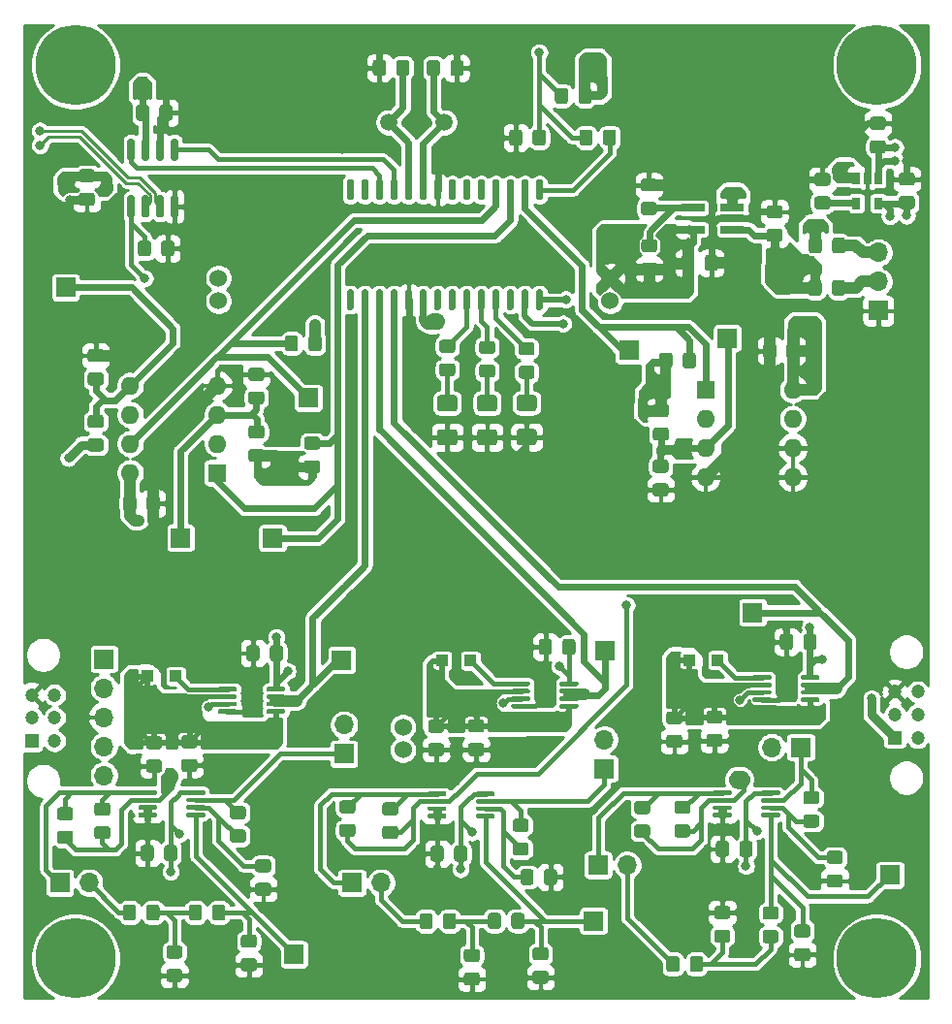
<source format=gbr>
%TF.GenerationSoftware,KiCad,Pcbnew,(5.1.9)-1*%
%TF.CreationDate,2022-01-14T21:41:21-05:00*%
%TF.ProjectId,mama_board,6d616d61-5f62-46f6-9172-642e6b696361,rev?*%
%TF.SameCoordinates,Original*%
%TF.FileFunction,Copper,L1,Top*%
%TF.FilePolarity,Positive*%
%FSLAX46Y46*%
G04 Gerber Fmt 4.6, Leading zero omitted, Abs format (unit mm)*
G04 Created by KiCad (PCBNEW (5.1.9)-1) date 2022-01-14 21:41:21*
%MOMM*%
%LPD*%
G01*
G04 APERTURE LIST*
%TA.AperFunction,ComponentPad*%
%ADD10C,1.524000*%
%TD*%
%TA.AperFunction,ComponentPad*%
%ADD11O,1.600000X1.600000*%
%TD*%
%TA.AperFunction,ComponentPad*%
%ADD12R,1.600000X1.600000*%
%TD*%
%TA.AperFunction,ComponentPad*%
%ADD13C,7.000000*%
%TD*%
%TA.AperFunction,ComponentPad*%
%ADD14R,1.700000X1.700000*%
%TD*%
%TA.AperFunction,ComponentPad*%
%ADD15O,1.700000X1.700000*%
%TD*%
%TA.AperFunction,SMDPad,CuDef*%
%ADD16R,1.000000X1.000000*%
%TD*%
%TA.AperFunction,ComponentPad*%
%ADD17C,1.500000*%
%TD*%
%TA.AperFunction,SMDPad,CuDef*%
%ADD18R,2.000000X0.650000*%
%TD*%
%TA.AperFunction,SMDPad,CuDef*%
%ADD19R,0.650000X1.060000*%
%TD*%
%TA.AperFunction,ComponentPad*%
%ADD20C,1.200000*%
%TD*%
%TA.AperFunction,ComponentPad*%
%ADD21R,1.200000X1.200000*%
%TD*%
%TA.AperFunction,ViaPad*%
%ADD22C,0.800000*%
%TD*%
%TA.AperFunction,Conductor*%
%ADD23C,0.800000*%
%TD*%
%TA.AperFunction,Conductor*%
%ADD24C,0.250000*%
%TD*%
%TA.AperFunction,Conductor*%
%ADD25C,0.400000*%
%TD*%
%TA.AperFunction,Conductor*%
%ADD26C,0.600000*%
%TD*%
%TA.AperFunction,Conductor*%
%ADD27C,1.000000*%
%TD*%
%TA.AperFunction,Conductor*%
%ADD28C,0.203200*%
%TD*%
%TA.AperFunction,Conductor*%
%ADD29C,0.420000*%
%TD*%
%TA.AperFunction,Conductor*%
%ADD30C,0.500000*%
%TD*%
%TA.AperFunction,Conductor*%
%ADD31C,0.254000*%
%TD*%
%TA.AperFunction,Conductor*%
%ADD32C,0.100000*%
%TD*%
G04 APERTURE END LIST*
D10*
%TO.P,U15,2*%
%TO.N,+36V*%
X141600000Y-127800000D03*
%TO.P,U15,1*%
%TO.N,/Detector Circuit 3/SIPM_OUT_3*%
X141600000Y-129800000D03*
%TD*%
D11*
%TO.P,U11,8*%
%TO.N,+5V*%
X117780000Y-105600000D03*
%TO.P,U11,4*%
%TO.N,GND*%
X125400000Y-97980000D03*
%TO.P,U11,7*%
%TO.N,/Comparitor Circuits/INTERRUPT_2*%
X117780000Y-103060000D03*
%TO.P,U11,3*%
%TO.N,Net-(R32-Pad2)*%
X125400000Y-100520000D03*
%TO.P,U11,6*%
%TO.N,/AMP_OUT_2*%
X117780000Y-100520000D03*
%TO.P,U11,2*%
%TO.N,/AMP_OUT_1*%
X125400000Y-103060000D03*
%TO.P,U11,5*%
%TO.N,Net-(R34-Pad2)*%
X117780000Y-97980000D03*
D12*
%TO.P,U11,1*%
%TO.N,/Comparitor Circuits/INTERRUPT_1*%
X125400000Y-105600000D03*
%TD*%
%TO.P,R28,1*%
%TO.N,+5V*%
%TA.AperFunction,SMDPad,CuDef*%
G36*
G01*
X134500000Y-93849999D02*
X134500000Y-94750001D01*
G75*
G02*
X134250001Y-95000000I-249999J0D01*
G01*
X133599999Y-95000000D01*
G75*
G02*
X133350000Y-94750001I0J249999D01*
G01*
X133350000Y-93849999D01*
G75*
G02*
X133599999Y-93600000I249999J0D01*
G01*
X134250001Y-93600000D01*
G75*
G02*
X134500000Y-93849999I0J-249999D01*
G01*
G37*
%TD.AperFunction*%
%TO.P,R28,2*%
%TO.N,/Comparitor Circuits/INTERRUPT_2*%
%TA.AperFunction,SMDPad,CuDef*%
G36*
G01*
X132450000Y-93849999D02*
X132450000Y-94750001D01*
G75*
G02*
X132200001Y-95000000I-249999J0D01*
G01*
X131549999Y-95000000D01*
G75*
G02*
X131300000Y-94750001I0J249999D01*
G01*
X131300000Y-93849999D01*
G75*
G02*
X131549999Y-93600000I249999J0D01*
G01*
X132200001Y-93600000D01*
G75*
G02*
X132450000Y-93849999I0J-249999D01*
G01*
G37*
%TD.AperFunction*%
%TD*%
%TO.P,R27,1*%
%TO.N,+5V*%
%TA.AperFunction,SMDPad,CuDef*%
G36*
G01*
X164000000Y-96250001D02*
X164000000Y-95349999D01*
G75*
G02*
X164249999Y-95100000I249999J0D01*
G01*
X164900001Y-95100000D01*
G75*
G02*
X165150000Y-95349999I0J-249999D01*
G01*
X165150000Y-96250001D01*
G75*
G02*
X164900001Y-96500000I-249999J0D01*
G01*
X164249999Y-96500000D01*
G75*
G02*
X164000000Y-96250001I0J249999D01*
G01*
G37*
%TD.AperFunction*%
%TO.P,R27,2*%
%TO.N,/Comparitor Circuits/INTERRUPT_3*%
%TA.AperFunction,SMDPad,CuDef*%
G36*
G01*
X166050000Y-96250001D02*
X166050000Y-95349999D01*
G75*
G02*
X166299999Y-95100000I249999J0D01*
G01*
X166950001Y-95100000D01*
G75*
G02*
X167200000Y-95349999I0J-249999D01*
G01*
X167200000Y-96250001D01*
G75*
G02*
X166950001Y-96500000I-249999J0D01*
G01*
X166299999Y-96500000D01*
G75*
G02*
X166050000Y-96250001I0J249999D01*
G01*
G37*
%TD.AperFunction*%
%TD*%
%TO.P,R26,1*%
%TO.N,+5V*%
%TA.AperFunction,SMDPad,CuDef*%
G36*
G01*
X134125001Y-105650000D02*
X133224999Y-105650000D01*
G75*
G02*
X132975000Y-105400001I0J249999D01*
G01*
X132975000Y-104749999D01*
G75*
G02*
X133224999Y-104500000I249999J0D01*
G01*
X134125001Y-104500000D01*
G75*
G02*
X134375000Y-104749999I0J-249999D01*
G01*
X134375000Y-105400001D01*
G75*
G02*
X134125001Y-105650000I-249999J0D01*
G01*
G37*
%TD.AperFunction*%
%TO.P,R26,2*%
%TO.N,/Comparitor Circuits/INTERRUPT_1*%
%TA.AperFunction,SMDPad,CuDef*%
G36*
G01*
X134125001Y-103600000D02*
X133224999Y-103600000D01*
G75*
G02*
X132975000Y-103350001I0J249999D01*
G01*
X132975000Y-102699999D01*
G75*
G02*
X133224999Y-102450000I249999J0D01*
G01*
X134125001Y-102450000D01*
G75*
G02*
X134375000Y-102699999I0J-249999D01*
G01*
X134375000Y-103350001D01*
G75*
G02*
X134125001Y-103600000I-249999J0D01*
G01*
G37*
%TD.AperFunction*%
%TD*%
D13*
%TO.P,REF\u002A\u002A,1*%
%TO.N,N/C*%
X183000000Y-70000000D03*
%TD*%
%TO.P,REF\u002A\u002A,1*%
%TO.N,N/C*%
X113000000Y-70000000D03*
%TD*%
%TO.P,REF\u002A\u002A,1*%
%TO.N,N/C*%
X113000000Y-148000000D03*
%TD*%
%TO.P,REF\u002A\u002A,1*%
%TO.N,N/C*%
X183000000Y-148000000D03*
%TD*%
%TO.P,U5,28*%
%TO.N,/Microcontroller/ICSPDAT*%
%TA.AperFunction,SMDPad,CuDef*%
G36*
G01*
X153381200Y-89595600D02*
X153681200Y-89595600D01*
G75*
G02*
X153831200Y-89745600I0J-150000D01*
G01*
X153831200Y-91245600D01*
G75*
G02*
X153681200Y-91395600I-150000J0D01*
G01*
X153381200Y-91395600D01*
G75*
G02*
X153231200Y-91245600I0J150000D01*
G01*
X153231200Y-89745600D01*
G75*
G02*
X153381200Y-89595600I150000J0D01*
G01*
G37*
%TD.AperFunction*%
%TO.P,U5,27*%
%TO.N,/Microcontroller/ICSPCLK*%
%TA.AperFunction,SMDPad,CuDef*%
G36*
G01*
X152111200Y-89595600D02*
X152411200Y-89595600D01*
G75*
G02*
X152561200Y-89745600I0J-150000D01*
G01*
X152561200Y-91245600D01*
G75*
G02*
X152411200Y-91395600I-150000J0D01*
G01*
X152111200Y-91395600D01*
G75*
G02*
X151961200Y-91245600I0J150000D01*
G01*
X151961200Y-89745600D01*
G75*
G02*
X152111200Y-89595600I150000J0D01*
G01*
G37*
%TD.AperFunction*%
%TO.P,U5,26*%
%TO.N,Net-(U5-Pad26)*%
%TA.AperFunction,SMDPad,CuDef*%
G36*
G01*
X150841200Y-89595600D02*
X151141200Y-89595600D01*
G75*
G02*
X151291200Y-89745600I0J-150000D01*
G01*
X151291200Y-91245600D01*
G75*
G02*
X151141200Y-91395600I-150000J0D01*
G01*
X150841200Y-91395600D01*
G75*
G02*
X150691200Y-91245600I0J150000D01*
G01*
X150691200Y-89745600D01*
G75*
G02*
X150841200Y-89595600I150000J0D01*
G01*
G37*
%TD.AperFunction*%
%TO.P,U5,25*%
%TO.N,Net-(R5-Pad1)*%
%TA.AperFunction,SMDPad,CuDef*%
G36*
G01*
X149571200Y-89595600D02*
X149871200Y-89595600D01*
G75*
G02*
X150021200Y-89745600I0J-150000D01*
G01*
X150021200Y-91245600D01*
G75*
G02*
X149871200Y-91395600I-150000J0D01*
G01*
X149571200Y-91395600D01*
G75*
G02*
X149421200Y-91245600I0J150000D01*
G01*
X149421200Y-89745600D01*
G75*
G02*
X149571200Y-89595600I150000J0D01*
G01*
G37*
%TD.AperFunction*%
%TO.P,U5,24*%
%TO.N,Net-(R4-Pad1)*%
%TA.AperFunction,SMDPad,CuDef*%
G36*
G01*
X148301200Y-89595600D02*
X148601200Y-89595600D01*
G75*
G02*
X148751200Y-89745600I0J-150000D01*
G01*
X148751200Y-91245600D01*
G75*
G02*
X148601200Y-91395600I-150000J0D01*
G01*
X148301200Y-91395600D01*
G75*
G02*
X148151200Y-91245600I0J150000D01*
G01*
X148151200Y-89745600D01*
G75*
G02*
X148301200Y-89595600I150000J0D01*
G01*
G37*
%TD.AperFunction*%
%TO.P,U5,23*%
%TO.N,Net-(R9-Pad1)*%
%TA.AperFunction,SMDPad,CuDef*%
G36*
G01*
X147031200Y-89595600D02*
X147331200Y-89595600D01*
G75*
G02*
X147481200Y-89745600I0J-150000D01*
G01*
X147481200Y-91245600D01*
G75*
G02*
X147331200Y-91395600I-150000J0D01*
G01*
X147031200Y-91395600D01*
G75*
G02*
X146881200Y-91245600I0J150000D01*
G01*
X146881200Y-89745600D01*
G75*
G02*
X147031200Y-89595600I150000J0D01*
G01*
G37*
%TD.AperFunction*%
%TO.P,U5,22*%
%TO.N,Net-(U5-Pad22)*%
%TA.AperFunction,SMDPad,CuDef*%
G36*
G01*
X145761200Y-89595600D02*
X146061200Y-89595600D01*
G75*
G02*
X146211200Y-89745600I0J-150000D01*
G01*
X146211200Y-91245600D01*
G75*
G02*
X146061200Y-91395600I-150000J0D01*
G01*
X145761200Y-91395600D01*
G75*
G02*
X145611200Y-91245600I0J150000D01*
G01*
X145611200Y-89745600D01*
G75*
G02*
X145761200Y-89595600I150000J0D01*
G01*
G37*
%TD.AperFunction*%
%TO.P,U5,21*%
%TO.N,Net-(U5-Pad21)*%
%TA.AperFunction,SMDPad,CuDef*%
G36*
G01*
X144491200Y-89595600D02*
X144791200Y-89595600D01*
G75*
G02*
X144941200Y-89745600I0J-150000D01*
G01*
X144941200Y-91245600D01*
G75*
G02*
X144791200Y-91395600I-150000J0D01*
G01*
X144491200Y-91395600D01*
G75*
G02*
X144341200Y-91245600I0J150000D01*
G01*
X144341200Y-89745600D01*
G75*
G02*
X144491200Y-89595600I150000J0D01*
G01*
G37*
%TD.AperFunction*%
%TO.P,U5,20*%
%TO.N,+5V*%
%TA.AperFunction,SMDPad,CuDef*%
G36*
G01*
X143221200Y-89595600D02*
X143521200Y-89595600D01*
G75*
G02*
X143671200Y-89745600I0J-150000D01*
G01*
X143671200Y-91245600D01*
G75*
G02*
X143521200Y-91395600I-150000J0D01*
G01*
X143221200Y-91395600D01*
G75*
G02*
X143071200Y-91245600I0J150000D01*
G01*
X143071200Y-89745600D01*
G75*
G02*
X143221200Y-89595600I150000J0D01*
G01*
G37*
%TD.AperFunction*%
%TO.P,U5,19*%
%TO.N,GND*%
%TA.AperFunction,SMDPad,CuDef*%
G36*
G01*
X141951200Y-89595600D02*
X142251200Y-89595600D01*
G75*
G02*
X142401200Y-89745600I0J-150000D01*
G01*
X142401200Y-91245600D01*
G75*
G02*
X142251200Y-91395600I-150000J0D01*
G01*
X141951200Y-91395600D01*
G75*
G02*
X141801200Y-91245600I0J150000D01*
G01*
X141801200Y-89745600D01*
G75*
G02*
X141951200Y-89595600I150000J0D01*
G01*
G37*
%TD.AperFunction*%
%TO.P,U5,18*%
%TO.N,/DET_ADC_3*%
%TA.AperFunction,SMDPad,CuDef*%
G36*
G01*
X140681200Y-89595600D02*
X140981200Y-89595600D01*
G75*
G02*
X141131200Y-89745600I0J-150000D01*
G01*
X141131200Y-91245600D01*
G75*
G02*
X140981200Y-91395600I-150000J0D01*
G01*
X140681200Y-91395600D01*
G75*
G02*
X140531200Y-91245600I0J150000D01*
G01*
X140531200Y-89745600D01*
G75*
G02*
X140681200Y-89595600I150000J0D01*
G01*
G37*
%TD.AperFunction*%
%TO.P,U5,17*%
%TO.N,/DET_ADC_2*%
%TA.AperFunction,SMDPad,CuDef*%
G36*
G01*
X139411200Y-89595600D02*
X139711200Y-89595600D01*
G75*
G02*
X139861200Y-89745600I0J-150000D01*
G01*
X139861200Y-91245600D01*
G75*
G02*
X139711200Y-91395600I-150000J0D01*
G01*
X139411200Y-91395600D01*
G75*
G02*
X139261200Y-91245600I0J150000D01*
G01*
X139261200Y-89745600D01*
G75*
G02*
X139411200Y-89595600I150000J0D01*
G01*
G37*
%TD.AperFunction*%
%TO.P,U5,16*%
%TO.N,/DET_ADC_1*%
%TA.AperFunction,SMDPad,CuDef*%
G36*
G01*
X138141200Y-89595600D02*
X138441200Y-89595600D01*
G75*
G02*
X138591200Y-89745600I0J-150000D01*
G01*
X138591200Y-91245600D01*
G75*
G02*
X138441200Y-91395600I-150000J0D01*
G01*
X138141200Y-91395600D01*
G75*
G02*
X137991200Y-91245600I0J150000D01*
G01*
X137991200Y-89745600D01*
G75*
G02*
X138141200Y-89595600I150000J0D01*
G01*
G37*
%TD.AperFunction*%
%TO.P,U5,15*%
%TO.N,Net-(U5-Pad15)*%
%TA.AperFunction,SMDPad,CuDef*%
G36*
G01*
X136871200Y-89595600D02*
X137171200Y-89595600D01*
G75*
G02*
X137321200Y-89745600I0J-150000D01*
G01*
X137321200Y-91245600D01*
G75*
G02*
X137171200Y-91395600I-150000J0D01*
G01*
X136871200Y-91395600D01*
G75*
G02*
X136721200Y-91245600I0J150000D01*
G01*
X136721200Y-89745600D01*
G75*
G02*
X136871200Y-89595600I150000J0D01*
G01*
G37*
%TD.AperFunction*%
%TO.P,U5,14*%
%TO.N,Net-(U5-Pad14)*%
%TA.AperFunction,SMDPad,CuDef*%
G36*
G01*
X136871200Y-79995600D02*
X137171200Y-79995600D01*
G75*
G02*
X137321200Y-80145600I0J-150000D01*
G01*
X137321200Y-81645600D01*
G75*
G02*
X137171200Y-81795600I-150000J0D01*
G01*
X136871200Y-81795600D01*
G75*
G02*
X136721200Y-81645600I0J150000D01*
G01*
X136721200Y-80145600D01*
G75*
G02*
X136871200Y-79995600I150000J0D01*
G01*
G37*
%TD.AperFunction*%
%TO.P,U5,13*%
%TO.N,Net-(U5-Pad13)*%
%TA.AperFunction,SMDPad,CuDef*%
G36*
G01*
X138141200Y-79995600D02*
X138441200Y-79995600D01*
G75*
G02*
X138591200Y-80145600I0J-150000D01*
G01*
X138591200Y-81645600D01*
G75*
G02*
X138441200Y-81795600I-150000J0D01*
G01*
X138141200Y-81795600D01*
G75*
G02*
X137991200Y-81645600I0J150000D01*
G01*
X137991200Y-80145600D01*
G75*
G02*
X138141200Y-79995600I150000J0D01*
G01*
G37*
%TD.AperFunction*%
%TO.P,U5,12*%
%TO.N,/Microcontroller/PIC_RX*%
%TA.AperFunction,SMDPad,CuDef*%
G36*
G01*
X139411200Y-79995600D02*
X139711200Y-79995600D01*
G75*
G02*
X139861200Y-80145600I0J-150000D01*
G01*
X139861200Y-81645600D01*
G75*
G02*
X139711200Y-81795600I-150000J0D01*
G01*
X139411200Y-81795600D01*
G75*
G02*
X139261200Y-81645600I0J150000D01*
G01*
X139261200Y-80145600D01*
G75*
G02*
X139411200Y-79995600I150000J0D01*
G01*
G37*
%TD.AperFunction*%
%TO.P,U5,11*%
%TO.N,/Microcontroller/PIC_TX*%
%TA.AperFunction,SMDPad,CuDef*%
G36*
G01*
X140681200Y-79995600D02*
X140981200Y-79995600D01*
G75*
G02*
X141131200Y-80145600I0J-150000D01*
G01*
X141131200Y-81645600D01*
G75*
G02*
X140981200Y-81795600I-150000J0D01*
G01*
X140681200Y-81795600D01*
G75*
G02*
X140531200Y-81645600I0J150000D01*
G01*
X140531200Y-80145600D01*
G75*
G02*
X140681200Y-79995600I150000J0D01*
G01*
G37*
%TD.AperFunction*%
%TO.P,U5,10*%
%TO.N,/Microcontroller/OSC2*%
%TA.AperFunction,SMDPad,CuDef*%
G36*
G01*
X141951200Y-79995600D02*
X142251200Y-79995600D01*
G75*
G02*
X142401200Y-80145600I0J-150000D01*
G01*
X142401200Y-81645600D01*
G75*
G02*
X142251200Y-81795600I-150000J0D01*
G01*
X141951200Y-81795600D01*
G75*
G02*
X141801200Y-81645600I0J150000D01*
G01*
X141801200Y-80145600D01*
G75*
G02*
X141951200Y-79995600I150000J0D01*
G01*
G37*
%TD.AperFunction*%
%TO.P,U5,9*%
%TO.N,/Microcontroller/OSC1*%
%TA.AperFunction,SMDPad,CuDef*%
G36*
G01*
X143221200Y-79995600D02*
X143521200Y-79995600D01*
G75*
G02*
X143671200Y-80145600I0J-150000D01*
G01*
X143671200Y-81645600D01*
G75*
G02*
X143521200Y-81795600I-150000J0D01*
G01*
X143221200Y-81795600D01*
G75*
G02*
X143071200Y-81645600I0J150000D01*
G01*
X143071200Y-80145600D01*
G75*
G02*
X143221200Y-79995600I150000J0D01*
G01*
G37*
%TD.AperFunction*%
%TO.P,U5,8*%
%TO.N,GND*%
%TA.AperFunction,SMDPad,CuDef*%
G36*
G01*
X144491200Y-79995600D02*
X144791200Y-79995600D01*
G75*
G02*
X144941200Y-80145600I0J-150000D01*
G01*
X144941200Y-81645600D01*
G75*
G02*
X144791200Y-81795600I-150000J0D01*
G01*
X144491200Y-81795600D01*
G75*
G02*
X144341200Y-81645600I0J150000D01*
G01*
X144341200Y-80145600D01*
G75*
G02*
X144491200Y-79995600I150000J0D01*
G01*
G37*
%TD.AperFunction*%
%TO.P,U5,7*%
%TO.N,Net-(U5-Pad7)*%
%TA.AperFunction,SMDPad,CuDef*%
G36*
G01*
X145761200Y-79995600D02*
X146061200Y-79995600D01*
G75*
G02*
X146211200Y-80145600I0J-150000D01*
G01*
X146211200Y-81645600D01*
G75*
G02*
X146061200Y-81795600I-150000J0D01*
G01*
X145761200Y-81795600D01*
G75*
G02*
X145611200Y-81645600I0J150000D01*
G01*
X145611200Y-80145600D01*
G75*
G02*
X145761200Y-79995600I150000J0D01*
G01*
G37*
%TD.AperFunction*%
%TO.P,U5,6*%
%TO.N,Net-(U5-Pad6)*%
%TA.AperFunction,SMDPad,CuDef*%
G36*
G01*
X147031200Y-79995600D02*
X147331200Y-79995600D01*
G75*
G02*
X147481200Y-80145600I0J-150000D01*
G01*
X147481200Y-81645600D01*
G75*
G02*
X147331200Y-81795600I-150000J0D01*
G01*
X147031200Y-81795600D01*
G75*
G02*
X146881200Y-81645600I0J150000D01*
G01*
X146881200Y-80145600D01*
G75*
G02*
X147031200Y-79995600I150000J0D01*
G01*
G37*
%TD.AperFunction*%
%TO.P,U5,5*%
%TO.N,Net-(U5-Pad5)*%
%TA.AperFunction,SMDPad,CuDef*%
G36*
G01*
X148301200Y-79995600D02*
X148601200Y-79995600D01*
G75*
G02*
X148751200Y-80145600I0J-150000D01*
G01*
X148751200Y-81645600D01*
G75*
G02*
X148601200Y-81795600I-150000J0D01*
G01*
X148301200Y-81795600D01*
G75*
G02*
X148151200Y-81645600I0J150000D01*
G01*
X148151200Y-80145600D01*
G75*
G02*
X148301200Y-79995600I150000J0D01*
G01*
G37*
%TD.AperFunction*%
%TO.P,U5,4*%
%TO.N,/Comparitor Circuits/INTERRUPT_2*%
%TA.AperFunction,SMDPad,CuDef*%
G36*
G01*
X149571200Y-79995600D02*
X149871200Y-79995600D01*
G75*
G02*
X150021200Y-80145600I0J-150000D01*
G01*
X150021200Y-81645600D01*
G75*
G02*
X149871200Y-81795600I-150000J0D01*
G01*
X149571200Y-81795600D01*
G75*
G02*
X149421200Y-81645600I0J150000D01*
G01*
X149421200Y-80145600D01*
G75*
G02*
X149571200Y-79995600I150000J0D01*
G01*
G37*
%TD.AperFunction*%
%TO.P,U5,3*%
%TO.N,/Comparitor Circuits/INTERRUPT_1*%
%TA.AperFunction,SMDPad,CuDef*%
G36*
G01*
X150841200Y-79995600D02*
X151141200Y-79995600D01*
G75*
G02*
X151291200Y-80145600I0J-150000D01*
G01*
X151291200Y-81645600D01*
G75*
G02*
X151141200Y-81795600I-150000J0D01*
G01*
X150841200Y-81795600D01*
G75*
G02*
X150691200Y-81645600I0J150000D01*
G01*
X150691200Y-80145600D01*
G75*
G02*
X150841200Y-79995600I150000J0D01*
G01*
G37*
%TD.AperFunction*%
%TO.P,U5,2*%
%TO.N,/Comparitor Circuits/INTERRUPT_3*%
%TA.AperFunction,SMDPad,CuDef*%
G36*
G01*
X152111200Y-79995600D02*
X152411200Y-79995600D01*
G75*
G02*
X152561200Y-80145600I0J-150000D01*
G01*
X152561200Y-81645600D01*
G75*
G02*
X152411200Y-81795600I-150000J0D01*
G01*
X152111200Y-81795600D01*
G75*
G02*
X151961200Y-81645600I0J150000D01*
G01*
X151961200Y-80145600D01*
G75*
G02*
X152111200Y-79995600I150000J0D01*
G01*
G37*
%TD.AperFunction*%
%TO.P,U5,1*%
%TO.N,Net-(R6-Pad1)*%
%TA.AperFunction,SMDPad,CuDef*%
G36*
G01*
X153381200Y-79995600D02*
X153681200Y-79995600D01*
G75*
G02*
X153831200Y-80145600I0J-150000D01*
G01*
X153831200Y-81645600D01*
G75*
G02*
X153681200Y-81795600I-150000J0D01*
G01*
X153381200Y-81795600D01*
G75*
G02*
X153231200Y-81645600I0J150000D01*
G01*
X153231200Y-80145600D01*
G75*
G02*
X153381200Y-79995600I150000J0D01*
G01*
G37*
%TD.AperFunction*%
%TD*%
D10*
%TO.P,U14,2*%
%TO.N,+36V*%
X159700000Y-88600000D03*
%TO.P,U14,1*%
%TO.N,/Detector Circuit 2/SIPM_OUT_2*%
X159700000Y-90600000D03*
%TD*%
%TO.P,U13,2*%
%TO.N,+36V*%
X125500000Y-88600000D03*
%TO.P,U13,1*%
%TO.N,/Detector Circuit 1/SIPM_OUT_1*%
X125500000Y-90600000D03*
%TD*%
%TO.P,U9,8*%
%TO.N,+4.7V*%
%TA.AperFunction,SMDPad,CuDef*%
G36*
G01*
X176379040Y-123578260D02*
X176379040Y-123378260D01*
G75*
G02*
X176479040Y-123278260I100000J0D01*
G01*
X177904040Y-123278260D01*
G75*
G02*
X178004040Y-123378260I0J-100000D01*
G01*
X178004040Y-123578260D01*
G75*
G02*
X177904040Y-123678260I-100000J0D01*
G01*
X176479040Y-123678260D01*
G75*
G02*
X176379040Y-123578260I0J100000D01*
G01*
G37*
%TD.AperFunction*%
%TO.P,U9,7*%
%TO.N,/DET_ADC_3*%
%TA.AperFunction,SMDPad,CuDef*%
G36*
G01*
X176379040Y-124228260D02*
X176379040Y-124028260D01*
G75*
G02*
X176479040Y-123928260I100000J0D01*
G01*
X177904040Y-123928260D01*
G75*
G02*
X178004040Y-124028260I0J-100000D01*
G01*
X178004040Y-124228260D01*
G75*
G02*
X177904040Y-124328260I-100000J0D01*
G01*
X176479040Y-124328260D01*
G75*
G02*
X176379040Y-124228260I0J100000D01*
G01*
G37*
%TD.AperFunction*%
%TO.P,U9,6*%
%TA.AperFunction,SMDPad,CuDef*%
G36*
G01*
X176379040Y-124878260D02*
X176379040Y-124678260D01*
G75*
G02*
X176479040Y-124578260I100000J0D01*
G01*
X177904040Y-124578260D01*
G75*
G02*
X178004040Y-124678260I0J-100000D01*
G01*
X178004040Y-124878260D01*
G75*
G02*
X177904040Y-124978260I-100000J0D01*
G01*
X176479040Y-124978260D01*
G75*
G02*
X176379040Y-124878260I0J100000D01*
G01*
G37*
%TD.AperFunction*%
%TO.P,U9,5*%
%TO.N,Net-(C28-Pad1)*%
%TA.AperFunction,SMDPad,CuDef*%
G36*
G01*
X176379040Y-125528260D02*
X176379040Y-125328260D01*
G75*
G02*
X176479040Y-125228260I100000J0D01*
G01*
X177904040Y-125228260D01*
G75*
G02*
X178004040Y-125328260I0J-100000D01*
G01*
X178004040Y-125528260D01*
G75*
G02*
X177904040Y-125628260I-100000J0D01*
G01*
X176479040Y-125628260D01*
G75*
G02*
X176379040Y-125528260I0J100000D01*
G01*
G37*
%TD.AperFunction*%
%TO.P,U9,4*%
%TO.N,GND*%
%TA.AperFunction,SMDPad,CuDef*%
G36*
G01*
X172154040Y-125528260D02*
X172154040Y-125328260D01*
G75*
G02*
X172254040Y-125228260I100000J0D01*
G01*
X173679040Y-125228260D01*
G75*
G02*
X173779040Y-125328260I0J-100000D01*
G01*
X173779040Y-125528260D01*
G75*
G02*
X173679040Y-125628260I-100000J0D01*
G01*
X172254040Y-125628260D01*
G75*
G02*
X172154040Y-125528260I0J100000D01*
G01*
G37*
%TD.AperFunction*%
%TO.P,U9,3*%
%TO.N,/AMP_OUT_3*%
%TA.AperFunction,SMDPad,CuDef*%
G36*
G01*
X172154040Y-124878260D02*
X172154040Y-124678260D01*
G75*
G02*
X172254040Y-124578260I100000J0D01*
G01*
X173679040Y-124578260D01*
G75*
G02*
X173779040Y-124678260I0J-100000D01*
G01*
X173779040Y-124878260D01*
G75*
G02*
X173679040Y-124978260I-100000J0D01*
G01*
X172254040Y-124978260D01*
G75*
G02*
X172154040Y-124878260I0J100000D01*
G01*
G37*
%TD.AperFunction*%
%TO.P,U9,2*%
%TO.N,Net-(C28-Pad1)*%
%TA.AperFunction,SMDPad,CuDef*%
G36*
G01*
X172154040Y-124228260D02*
X172154040Y-124028260D01*
G75*
G02*
X172254040Y-123928260I100000J0D01*
G01*
X173679040Y-123928260D01*
G75*
G02*
X173779040Y-124028260I0J-100000D01*
G01*
X173779040Y-124228260D01*
G75*
G02*
X173679040Y-124328260I-100000J0D01*
G01*
X172254040Y-124328260D01*
G75*
G02*
X172154040Y-124228260I0J100000D01*
G01*
G37*
%TD.AperFunction*%
%TO.P,U9,1*%
%TO.N,Net-(D6-Pad2)*%
%TA.AperFunction,SMDPad,CuDef*%
G36*
G01*
X172154040Y-123578260D02*
X172154040Y-123378260D01*
G75*
G02*
X172254040Y-123278260I100000J0D01*
G01*
X173679040Y-123278260D01*
G75*
G02*
X173779040Y-123378260I0J-100000D01*
G01*
X173779040Y-123578260D01*
G75*
G02*
X173679040Y-123678260I-100000J0D01*
G01*
X172254040Y-123678260D01*
G75*
G02*
X172154040Y-123578260I0J100000D01*
G01*
G37*
%TD.AperFunction*%
%TD*%
%TO.P,U8,8*%
%TO.N,+4.7V*%
%TA.AperFunction,SMDPad,CuDef*%
G36*
G01*
X172912500Y-133650000D02*
X172912500Y-133450000D01*
G75*
G02*
X173012500Y-133350000I100000J0D01*
G01*
X174437500Y-133350000D01*
G75*
G02*
X174537500Y-133450000I0J-100000D01*
G01*
X174537500Y-133650000D01*
G75*
G02*
X174437500Y-133750000I-100000J0D01*
G01*
X173012500Y-133750000D01*
G75*
G02*
X172912500Y-133650000I0J100000D01*
G01*
G37*
%TD.AperFunction*%
%TO.P,U8,7*%
%TO.N,Net-(JP6-Pad1)*%
%TA.AperFunction,SMDPad,CuDef*%
G36*
G01*
X172912500Y-134300000D02*
X172912500Y-134100000D01*
G75*
G02*
X173012500Y-134000000I100000J0D01*
G01*
X174437500Y-134000000D01*
G75*
G02*
X174537500Y-134100000I0J-100000D01*
G01*
X174537500Y-134300000D01*
G75*
G02*
X174437500Y-134400000I-100000J0D01*
G01*
X173012500Y-134400000D01*
G75*
G02*
X172912500Y-134300000I0J100000D01*
G01*
G37*
%TD.AperFunction*%
%TO.P,U8,6*%
%TO.N,Net-(R23-Pad1)*%
%TA.AperFunction,SMDPad,CuDef*%
G36*
G01*
X172912500Y-134950000D02*
X172912500Y-134750000D01*
G75*
G02*
X173012500Y-134650000I100000J0D01*
G01*
X174437500Y-134650000D01*
G75*
G02*
X174537500Y-134750000I0J-100000D01*
G01*
X174537500Y-134950000D01*
G75*
G02*
X174437500Y-135050000I-100000J0D01*
G01*
X173012500Y-135050000D01*
G75*
G02*
X172912500Y-134950000I0J100000D01*
G01*
G37*
%TD.AperFunction*%
%TO.P,U8,5*%
%TO.N,Net-(C26-Pad2)*%
%TA.AperFunction,SMDPad,CuDef*%
G36*
G01*
X172912500Y-135600000D02*
X172912500Y-135400000D01*
G75*
G02*
X173012500Y-135300000I100000J0D01*
G01*
X174437500Y-135300000D01*
G75*
G02*
X174537500Y-135400000I0J-100000D01*
G01*
X174537500Y-135600000D01*
G75*
G02*
X174437500Y-135700000I-100000J0D01*
G01*
X173012500Y-135700000D01*
G75*
G02*
X172912500Y-135600000I0J100000D01*
G01*
G37*
%TD.AperFunction*%
%TO.P,U8,4*%
%TO.N,GND*%
%TA.AperFunction,SMDPad,CuDef*%
G36*
G01*
X168687500Y-135600000D02*
X168687500Y-135400000D01*
G75*
G02*
X168787500Y-135300000I100000J0D01*
G01*
X170212500Y-135300000D01*
G75*
G02*
X170312500Y-135400000I0J-100000D01*
G01*
X170312500Y-135600000D01*
G75*
G02*
X170212500Y-135700000I-100000J0D01*
G01*
X168787500Y-135700000D01*
G75*
G02*
X168687500Y-135600000I0J100000D01*
G01*
G37*
%TD.AperFunction*%
%TO.P,U8,3*%
%TA.AperFunction,SMDPad,CuDef*%
G36*
G01*
X168687500Y-134950000D02*
X168687500Y-134750000D01*
G75*
G02*
X168787500Y-134650000I100000J0D01*
G01*
X170212500Y-134650000D01*
G75*
G02*
X170312500Y-134750000I0J-100000D01*
G01*
X170312500Y-134950000D01*
G75*
G02*
X170212500Y-135050000I-100000J0D01*
G01*
X168787500Y-135050000D01*
G75*
G02*
X168687500Y-134950000I0J100000D01*
G01*
G37*
%TD.AperFunction*%
%TO.P,U8,2*%
%TO.N,/Detector Circuit 3/SIPM_OUT_3*%
%TA.AperFunction,SMDPad,CuDef*%
G36*
G01*
X168687500Y-134300000D02*
X168687500Y-134100000D01*
G75*
G02*
X168787500Y-134000000I100000J0D01*
G01*
X170212500Y-134000000D01*
G75*
G02*
X170312500Y-134100000I0J-100000D01*
G01*
X170312500Y-134300000D01*
G75*
G02*
X170212500Y-134400000I-100000J0D01*
G01*
X168787500Y-134400000D01*
G75*
G02*
X168687500Y-134300000I0J100000D01*
G01*
G37*
%TD.AperFunction*%
%TO.P,U8,1*%
%TO.N,Net-(C24-Pad1)*%
%TA.AperFunction,SMDPad,CuDef*%
G36*
G01*
X168687500Y-133650000D02*
X168687500Y-133450000D01*
G75*
G02*
X168787500Y-133350000I100000J0D01*
G01*
X170212500Y-133350000D01*
G75*
G02*
X170312500Y-133450000I0J-100000D01*
G01*
X170312500Y-133650000D01*
G75*
G02*
X170212500Y-133750000I-100000J0D01*
G01*
X168787500Y-133750000D01*
G75*
G02*
X168687500Y-133650000I0J100000D01*
G01*
G37*
%TD.AperFunction*%
%TD*%
D14*
%TO.P,TP6,1*%
%TO.N,/DET_ADC_3*%
X172148500Y-117792500D03*
%TD*%
%TO.P,TP3,1*%
%TO.N,Net-(C20-Pad2)*%
X158250000Y-144725000D03*
%TD*%
%TO.P,R25,2*%
%TO.N,GND*%
%TA.AperFunction,SMDPad,CuDef*%
G36*
G01*
X168359039Y-128403260D02*
X169259041Y-128403260D01*
G75*
G02*
X169509040Y-128653259I0J-249999D01*
G01*
X169509040Y-129303261D01*
G75*
G02*
X169259041Y-129553260I-249999J0D01*
G01*
X168359039Y-129553260D01*
G75*
G02*
X168109040Y-129303261I0J249999D01*
G01*
X168109040Y-128653259D01*
G75*
G02*
X168359039Y-128403260I249999J0D01*
G01*
G37*
%TD.AperFunction*%
%TO.P,R25,1*%
%TO.N,Net-(C28-Pad1)*%
%TA.AperFunction,SMDPad,CuDef*%
G36*
G01*
X168359039Y-126353260D02*
X169259041Y-126353260D01*
G75*
G02*
X169509040Y-126603259I0J-249999D01*
G01*
X169509040Y-127253261D01*
G75*
G02*
X169259041Y-127503260I-249999J0D01*
G01*
X168359039Y-127503260D01*
G75*
G02*
X168109040Y-127253261I0J249999D01*
G01*
X168109040Y-126603259D01*
G75*
G02*
X168359039Y-126353260I249999J0D01*
G01*
G37*
%TD.AperFunction*%
%TD*%
%TO.P,R24,2*%
%TO.N,Net-(R23-Pad1)*%
%TA.AperFunction,SMDPad,CuDef*%
G36*
G01*
X176825619Y-135443220D02*
X177725621Y-135443220D01*
G75*
G02*
X177975620Y-135693219I0J-249999D01*
G01*
X177975620Y-136343221D01*
G75*
G02*
X177725621Y-136593220I-249999J0D01*
G01*
X176825619Y-136593220D01*
G75*
G02*
X176575620Y-136343221I0J249999D01*
G01*
X176575620Y-135693219D01*
G75*
G02*
X176825619Y-135443220I249999J0D01*
G01*
G37*
%TD.AperFunction*%
%TO.P,R24,1*%
%TO.N,Net-(JP6-Pad1)*%
%TA.AperFunction,SMDPad,CuDef*%
G36*
G01*
X176825619Y-133393220D02*
X177725621Y-133393220D01*
G75*
G02*
X177975620Y-133643219I0J-249999D01*
G01*
X177975620Y-134293221D01*
G75*
G02*
X177725621Y-134543220I-249999J0D01*
G01*
X176825619Y-134543220D01*
G75*
G02*
X176575620Y-134293221I0J249999D01*
G01*
X176575620Y-133643219D01*
G75*
G02*
X176825619Y-133393220I249999J0D01*
G01*
G37*
%TD.AperFunction*%
%TD*%
%TO.P,R23,2*%
%TO.N,GND*%
%TA.AperFunction,SMDPad,CuDef*%
G36*
G01*
X178873999Y-140658000D02*
X179774001Y-140658000D01*
G75*
G02*
X180024000Y-140907999I0J-249999D01*
G01*
X180024000Y-141558001D01*
G75*
G02*
X179774001Y-141808000I-249999J0D01*
G01*
X178873999Y-141808000D01*
G75*
G02*
X178624000Y-141558001I0J249999D01*
G01*
X178624000Y-140907999D01*
G75*
G02*
X178873999Y-140658000I249999J0D01*
G01*
G37*
%TD.AperFunction*%
%TO.P,R23,1*%
%TO.N,Net-(R23-Pad1)*%
%TA.AperFunction,SMDPad,CuDef*%
G36*
G01*
X178873999Y-138608000D02*
X179774001Y-138608000D01*
G75*
G02*
X180024000Y-138857999I0J-249999D01*
G01*
X180024000Y-139508001D01*
G75*
G02*
X179774001Y-139758000I-249999J0D01*
G01*
X178873999Y-139758000D01*
G75*
G02*
X178624000Y-139508001I0J249999D01*
G01*
X178624000Y-138857999D01*
G75*
G02*
X178873999Y-138608000I249999J0D01*
G01*
G37*
%TD.AperFunction*%
%TD*%
%TO.P,R21,2*%
%TO.N,GND*%
%TA.AperFunction,SMDPad,CuDef*%
G36*
G01*
X169950001Y-144584000D02*
X169049999Y-144584000D01*
G75*
G02*
X168800000Y-144334001I0J249999D01*
G01*
X168800000Y-143683999D01*
G75*
G02*
X169049999Y-143434000I249999J0D01*
G01*
X169950001Y-143434000D01*
G75*
G02*
X170200000Y-143683999I0J-249999D01*
G01*
X170200000Y-144334001D01*
G75*
G02*
X169950001Y-144584000I-249999J0D01*
G01*
G37*
%TD.AperFunction*%
%TO.P,R21,1*%
%TO.N,Net-(C25-Pad1)*%
%TA.AperFunction,SMDPad,CuDef*%
G36*
G01*
X169950001Y-146634000D02*
X169049999Y-146634000D01*
G75*
G02*
X168800000Y-146384001I0J249999D01*
G01*
X168800000Y-145733999D01*
G75*
G02*
X169049999Y-145484000I249999J0D01*
G01*
X169950001Y-145484000D01*
G75*
G02*
X170200000Y-145733999I0J-249999D01*
G01*
X170200000Y-146384001D01*
G75*
G02*
X169950001Y-146634000I-249999J0D01*
G01*
G37*
%TD.AperFunction*%
%TD*%
%TO.P,R20,2*%
%TO.N,/Detector Circuit 3/SIPM_OUT_3*%
%TA.AperFunction,SMDPad,CuDef*%
G36*
G01*
X162057999Y-136308000D02*
X162958001Y-136308000D01*
G75*
G02*
X163208000Y-136557999I0J-249999D01*
G01*
X163208000Y-137208001D01*
G75*
G02*
X162958001Y-137458000I-249999J0D01*
G01*
X162057999Y-137458000D01*
G75*
G02*
X161808000Y-137208001I0J249999D01*
G01*
X161808000Y-136557999D01*
G75*
G02*
X162057999Y-136308000I249999J0D01*
G01*
G37*
%TD.AperFunction*%
%TO.P,R20,1*%
%TO.N,Net-(C24-Pad1)*%
%TA.AperFunction,SMDPad,CuDef*%
G36*
G01*
X162057999Y-134258000D02*
X162958001Y-134258000D01*
G75*
G02*
X163208000Y-134507999I0J-249999D01*
G01*
X163208000Y-135158001D01*
G75*
G02*
X162958001Y-135408000I-249999J0D01*
G01*
X162057999Y-135408000D01*
G75*
G02*
X161808000Y-135158001I0J249999D01*
G01*
X161808000Y-134507999D01*
G75*
G02*
X162057999Y-134258000I249999J0D01*
G01*
G37*
%TD.AperFunction*%
%TD*%
%TO.P,R3,2*%
%TO.N,Net-(C8-Pad1)*%
%TA.AperFunction,SMDPad,CuDef*%
G36*
G01*
X124050000Y-143549999D02*
X124050000Y-144450001D01*
G75*
G02*
X123800001Y-144700000I-249999J0D01*
G01*
X123149999Y-144700000D01*
G75*
G02*
X122900000Y-144450001I0J249999D01*
G01*
X122900000Y-143549999D01*
G75*
G02*
X123149999Y-143300000I249999J0D01*
G01*
X123800001Y-143300000D01*
G75*
G02*
X124050000Y-143549999I0J-249999D01*
G01*
G37*
%TD.AperFunction*%
%TO.P,R3,1*%
%TO.N,Net-(C12-Pad2)*%
%TA.AperFunction,SMDPad,CuDef*%
G36*
G01*
X126100000Y-143549999D02*
X126100000Y-144450001D01*
G75*
G02*
X125850001Y-144700000I-249999J0D01*
G01*
X125199999Y-144700000D01*
G75*
G02*
X124950000Y-144450001I0J249999D01*
G01*
X124950000Y-143549999D01*
G75*
G02*
X125199999Y-143300000I249999J0D01*
G01*
X125850001Y-143300000D01*
G75*
G02*
X126100000Y-143549999I0J-249999D01*
G01*
G37*
%TD.AperFunction*%
%TD*%
D15*
%TO.P,JP5,2*%
%TO.N,/Detector Circuit 3/Filter_IN*%
X161190000Y-139850000D03*
D14*
%TO.P,JP5,1*%
%TO.N,Net-(C24-Pad1)*%
X158650000Y-139850000D03*
%TD*%
D15*
%TO.P,JP2,2*%
%TO.N,/AMP_OUT_1*%
X136450000Y-127610000D03*
D14*
%TO.P,JP2,1*%
%TO.N,Net-(JP2-Pad1)*%
X136450000Y-130150000D03*
%TD*%
D16*
%TO.P,D6,2*%
%TO.N,Net-(D6-Pad2)*%
X169079040Y-121953260D03*
%TO.P,D6,1*%
%TO.N,Net-(C28-Pad1)*%
X166579040Y-121953260D03*
%TD*%
%TO.P,C20,2*%
%TO.N,Net-(C20-Pad2)*%
%TA.AperFunction,SMDPad,CuDef*%
G36*
G01*
X154075001Y-148175000D02*
X153174999Y-148175000D01*
G75*
G02*
X152925000Y-147925001I0J249999D01*
G01*
X152925000Y-147274999D01*
G75*
G02*
X153174999Y-147025000I249999J0D01*
G01*
X154075001Y-147025000D01*
G75*
G02*
X154325000Y-147274999I0J-249999D01*
G01*
X154325000Y-147925001D01*
G75*
G02*
X154075001Y-148175000I-249999J0D01*
G01*
G37*
%TD.AperFunction*%
%TO.P,C20,1*%
%TO.N,GND*%
%TA.AperFunction,SMDPad,CuDef*%
G36*
G01*
X154075001Y-150225000D02*
X153174999Y-150225000D01*
G75*
G02*
X152925000Y-149975001I0J249999D01*
G01*
X152925000Y-149324999D01*
G75*
G02*
X153174999Y-149075000I249999J0D01*
G01*
X154075001Y-149075000D01*
G75*
G02*
X154325000Y-149324999I0J-249999D01*
G01*
X154325000Y-149975001D01*
G75*
G02*
X154075001Y-150225000I-249999J0D01*
G01*
G37*
%TD.AperFunction*%
%TD*%
%TO.P,C18,2*%
%TO.N,/Detector Circuit 2/SIPM_OUT_2*%
%TA.AperFunction,SMDPad,CuDef*%
G36*
G01*
X140049999Y-136433000D02*
X140950001Y-136433000D01*
G75*
G02*
X141200000Y-136682999I0J-249999D01*
G01*
X141200000Y-137333001D01*
G75*
G02*
X140950001Y-137583000I-249999J0D01*
G01*
X140049999Y-137583000D01*
G75*
G02*
X139800000Y-137333001I0J249999D01*
G01*
X139800000Y-136682999D01*
G75*
G02*
X140049999Y-136433000I249999J0D01*
G01*
G37*
%TD.AperFunction*%
%TO.P,C18,1*%
%TO.N,Net-(C18-Pad1)*%
%TA.AperFunction,SMDPad,CuDef*%
G36*
G01*
X140049999Y-134383000D02*
X140950001Y-134383000D01*
G75*
G02*
X141200000Y-134632999I0J-249999D01*
G01*
X141200000Y-135283001D01*
G75*
G02*
X140950001Y-135533000I-249999J0D01*
G01*
X140049999Y-135533000D01*
G75*
G02*
X139800000Y-135283001I0J249999D01*
G01*
X139800000Y-134632999D01*
G75*
G02*
X140049999Y-134383000I249999J0D01*
G01*
G37*
%TD.AperFunction*%
%TD*%
%TO.P,C17,1*%
%TO.N,+4.7V*%
%TA.AperFunction,SMDPad,CuDef*%
G36*
G01*
X131131000Y-120899999D02*
X131131000Y-121800001D01*
G75*
G02*
X130881001Y-122050000I-249999J0D01*
G01*
X130230999Y-122050000D01*
G75*
G02*
X129981000Y-121800001I0J249999D01*
G01*
X129981000Y-120899999D01*
G75*
G02*
X130230999Y-120650000I249999J0D01*
G01*
X130881001Y-120650000D01*
G75*
G02*
X131131000Y-120899999I0J-249999D01*
G01*
G37*
%TD.AperFunction*%
%TO.P,C17,2*%
%TO.N,GND*%
%TA.AperFunction,SMDPad,CuDef*%
G36*
G01*
X129081000Y-120899999D02*
X129081000Y-121800001D01*
G75*
G02*
X128831001Y-122050000I-249999J0D01*
G01*
X128180999Y-122050000D01*
G75*
G02*
X127931000Y-121800001I0J249999D01*
G01*
X127931000Y-120899999D01*
G75*
G02*
X128180999Y-120650000I249999J0D01*
G01*
X128831001Y-120650000D01*
G75*
G02*
X129081000Y-120899999I0J-249999D01*
G01*
G37*
%TD.AperFunction*%
%TD*%
%TO.P,C16,2*%
%TO.N,GND*%
%TA.AperFunction,SMDPad,CuDef*%
G36*
G01*
X119427743Y-130644399D02*
X120327745Y-130644399D01*
G75*
G02*
X120577744Y-130894398I0J-249999D01*
G01*
X120577744Y-131544400D01*
G75*
G02*
X120327745Y-131794399I-249999J0D01*
G01*
X119427743Y-131794399D01*
G75*
G02*
X119177744Y-131544400I0J249999D01*
G01*
X119177744Y-130894398D01*
G75*
G02*
X119427743Y-130644399I249999J0D01*
G01*
G37*
%TD.AperFunction*%
%TO.P,C16,1*%
%TO.N,Net-(C16-Pad1)*%
%TA.AperFunction,SMDPad,CuDef*%
G36*
G01*
X119427743Y-128594399D02*
X120327745Y-128594399D01*
G75*
G02*
X120577744Y-128844398I0J-249999D01*
G01*
X120577744Y-129494400D01*
G75*
G02*
X120327745Y-129744399I-249999J0D01*
G01*
X119427743Y-129744399D01*
G75*
G02*
X119177744Y-129494400I0J249999D01*
G01*
X119177744Y-128844398D01*
G75*
G02*
X119427743Y-128594399I249999J0D01*
G01*
G37*
%TD.AperFunction*%
%TD*%
%TO.P,C15,2*%
%TO.N,GND*%
%TA.AperFunction,SMDPad,CuDef*%
G36*
G01*
X119847873Y-138356838D02*
X119847873Y-139256840D01*
G75*
G02*
X119597874Y-139506839I-249999J0D01*
G01*
X118947872Y-139506839D01*
G75*
G02*
X118697873Y-139256840I0J249999D01*
G01*
X118697873Y-138356838D01*
G75*
G02*
X118947872Y-138106839I249999J0D01*
G01*
X119597874Y-138106839D01*
G75*
G02*
X119847873Y-138356838I0J-249999D01*
G01*
G37*
%TD.AperFunction*%
%TO.P,C15,1*%
%TO.N,+4.7V*%
%TA.AperFunction,SMDPad,CuDef*%
G36*
G01*
X121897873Y-138356838D02*
X121897873Y-139256840D01*
G75*
G02*
X121647874Y-139506839I-249999J0D01*
G01*
X120997872Y-139506839D01*
G75*
G02*
X120747873Y-139256840I0J249999D01*
G01*
X120747873Y-138356838D01*
G75*
G02*
X120997872Y-138106839I249999J0D01*
G01*
X121647874Y-138106839D01*
G75*
G02*
X121897873Y-138356838I0J-249999D01*
G01*
G37*
%TD.AperFunction*%
%TD*%
%TO.P,C8,2*%
%TO.N,/Detector Circuit 1/Filter_IN*%
%TA.AperFunction,SMDPad,CuDef*%
G36*
G01*
X118300000Y-143549999D02*
X118300000Y-144450001D01*
G75*
G02*
X118050001Y-144700000I-249999J0D01*
G01*
X117399999Y-144700000D01*
G75*
G02*
X117150000Y-144450001I0J249999D01*
G01*
X117150000Y-143549999D01*
G75*
G02*
X117399999Y-143300000I249999J0D01*
G01*
X118050001Y-143300000D01*
G75*
G02*
X118300000Y-143549999I0J-249999D01*
G01*
G37*
%TD.AperFunction*%
%TO.P,C8,1*%
%TO.N,Net-(C8-Pad1)*%
%TA.AperFunction,SMDPad,CuDef*%
G36*
G01*
X120350000Y-143549999D02*
X120350000Y-144450001D01*
G75*
G02*
X120100001Y-144700000I-249999J0D01*
G01*
X119449999Y-144700000D01*
G75*
G02*
X119200000Y-144450001I0J249999D01*
G01*
X119200000Y-143549999D01*
G75*
G02*
X119449999Y-143300000I249999J0D01*
G01*
X120100001Y-143300000D01*
G75*
G02*
X120350000Y-143549999I0J-249999D01*
G01*
G37*
%TD.AperFunction*%
%TD*%
D17*
%TO.P,Y1,2*%
%TO.N,/Microcontroller/OSC2*%
X140340000Y-75000000D03*
%TO.P,Y1,1*%
%TO.N,/Microcontroller/OSC1*%
X145220000Y-75000000D03*
%TD*%
D11*
%TO.P,U12,8*%
%TO.N,+5V*%
X175645000Y-98350000D03*
%TO.P,U12,4*%
%TO.N,GND*%
X168025000Y-105970000D03*
%TO.P,U12,7*%
%TO.N,Net-(U12-Pad7)*%
X175645000Y-100890000D03*
%TO.P,U12,3*%
%TO.N,Net-(R36-Pad2)*%
X168025000Y-103430000D03*
%TO.P,U12,6*%
%TO.N,GND*%
X175645000Y-103430000D03*
%TO.P,U12,2*%
%TO.N,/AMP_OUT_3*%
X168025000Y-100890000D03*
%TO.P,U12,5*%
%TO.N,GND*%
X175645000Y-105970000D03*
D12*
%TO.P,U12,1*%
%TO.N,/Comparitor Circuits/INTERRUPT_3*%
X168025000Y-98350000D03*
%TD*%
%TO.P,U10,8*%
%TO.N,GND*%
%TA.AperFunction,SMDPad,CuDef*%
G36*
G01*
X121510000Y-81375000D02*
X121810000Y-81375000D01*
G75*
G02*
X121960000Y-81525000I0J-150000D01*
G01*
X121960000Y-83175000D01*
G75*
G02*
X121810000Y-83325000I-150000J0D01*
G01*
X121510000Y-83325000D01*
G75*
G02*
X121360000Y-83175000I0J150000D01*
G01*
X121360000Y-81525000D01*
G75*
G02*
X121510000Y-81375000I150000J0D01*
G01*
G37*
%TD.AperFunction*%
%TO.P,U10,7*%
%TO.N,/Microcontroller/CANH*%
%TA.AperFunction,SMDPad,CuDef*%
G36*
G01*
X120240000Y-81375000D02*
X120540000Y-81375000D01*
G75*
G02*
X120690000Y-81525000I0J-150000D01*
G01*
X120690000Y-83175000D01*
G75*
G02*
X120540000Y-83325000I-150000J0D01*
G01*
X120240000Y-83325000D01*
G75*
G02*
X120090000Y-83175000I0J150000D01*
G01*
X120090000Y-81525000D01*
G75*
G02*
X120240000Y-81375000I150000J0D01*
G01*
G37*
%TD.AperFunction*%
%TO.P,U10,6*%
%TO.N,/Microcontroller/CANL*%
%TA.AperFunction,SMDPad,CuDef*%
G36*
G01*
X118970000Y-81375000D02*
X119270000Y-81375000D01*
G75*
G02*
X119420000Y-81525000I0J-150000D01*
G01*
X119420000Y-83175000D01*
G75*
G02*
X119270000Y-83325000I-150000J0D01*
G01*
X118970000Y-83325000D01*
G75*
G02*
X118820000Y-83175000I0J150000D01*
G01*
X118820000Y-81525000D01*
G75*
G02*
X118970000Y-81375000I150000J0D01*
G01*
G37*
%TD.AperFunction*%
%TO.P,U10,5*%
%TO.N,+5V*%
%TA.AperFunction,SMDPad,CuDef*%
G36*
G01*
X117700000Y-81375000D02*
X118000000Y-81375000D01*
G75*
G02*
X118150000Y-81525000I0J-150000D01*
G01*
X118150000Y-83175000D01*
G75*
G02*
X118000000Y-83325000I-150000J0D01*
G01*
X117700000Y-83325000D01*
G75*
G02*
X117550000Y-83175000I0J150000D01*
G01*
X117550000Y-81525000D01*
G75*
G02*
X117700000Y-81375000I150000J0D01*
G01*
G37*
%TD.AperFunction*%
%TO.P,U10,4*%
%TO.N,/Microcontroller/PIC_RX*%
%TA.AperFunction,SMDPad,CuDef*%
G36*
G01*
X117700000Y-76425000D02*
X118000000Y-76425000D01*
G75*
G02*
X118150000Y-76575000I0J-150000D01*
G01*
X118150000Y-78225000D01*
G75*
G02*
X118000000Y-78375000I-150000J0D01*
G01*
X117700000Y-78375000D01*
G75*
G02*
X117550000Y-78225000I0J150000D01*
G01*
X117550000Y-76575000D01*
G75*
G02*
X117700000Y-76425000I150000J0D01*
G01*
G37*
%TD.AperFunction*%
%TO.P,U10,3*%
%TO.N,+5V*%
%TA.AperFunction,SMDPad,CuDef*%
G36*
G01*
X118970000Y-76425000D02*
X119270000Y-76425000D01*
G75*
G02*
X119420000Y-76575000I0J-150000D01*
G01*
X119420000Y-78225000D01*
G75*
G02*
X119270000Y-78375000I-150000J0D01*
G01*
X118970000Y-78375000D01*
G75*
G02*
X118820000Y-78225000I0J150000D01*
G01*
X118820000Y-76575000D01*
G75*
G02*
X118970000Y-76425000I150000J0D01*
G01*
G37*
%TD.AperFunction*%
%TO.P,U10,2*%
%TO.N,GND*%
%TA.AperFunction,SMDPad,CuDef*%
G36*
G01*
X120240000Y-76425000D02*
X120540000Y-76425000D01*
G75*
G02*
X120690000Y-76575000I0J-150000D01*
G01*
X120690000Y-78225000D01*
G75*
G02*
X120540000Y-78375000I-150000J0D01*
G01*
X120240000Y-78375000D01*
G75*
G02*
X120090000Y-78225000I0J150000D01*
G01*
X120090000Y-76575000D01*
G75*
G02*
X120240000Y-76425000I150000J0D01*
G01*
G37*
%TD.AperFunction*%
%TO.P,U10,1*%
%TO.N,/Microcontroller/PIC_TX*%
%TA.AperFunction,SMDPad,CuDef*%
G36*
G01*
X121510000Y-76425000D02*
X121810000Y-76425000D01*
G75*
G02*
X121960000Y-76575000I0J-150000D01*
G01*
X121960000Y-78225000D01*
G75*
G02*
X121810000Y-78375000I-150000J0D01*
G01*
X121510000Y-78375000D01*
G75*
G02*
X121360000Y-78225000I0J150000D01*
G01*
X121360000Y-76575000D01*
G75*
G02*
X121510000Y-76425000I150000J0D01*
G01*
G37*
%TD.AperFunction*%
%TD*%
%TO.P,U7,8*%
%TO.N,+4.7V*%
%TA.AperFunction,SMDPad,CuDef*%
G36*
G01*
X155300000Y-124125000D02*
X155300000Y-123925000D01*
G75*
G02*
X155400000Y-123825000I100000J0D01*
G01*
X156825000Y-123825000D01*
G75*
G02*
X156925000Y-123925000I0J-100000D01*
G01*
X156925000Y-124125000D01*
G75*
G02*
X156825000Y-124225000I-100000J0D01*
G01*
X155400000Y-124225000D01*
G75*
G02*
X155300000Y-124125000I0J100000D01*
G01*
G37*
%TD.AperFunction*%
%TO.P,U7,7*%
%TO.N,/DET_ADC_2*%
%TA.AperFunction,SMDPad,CuDef*%
G36*
G01*
X155300000Y-124775000D02*
X155300000Y-124575000D01*
G75*
G02*
X155400000Y-124475000I100000J0D01*
G01*
X156825000Y-124475000D01*
G75*
G02*
X156925000Y-124575000I0J-100000D01*
G01*
X156925000Y-124775000D01*
G75*
G02*
X156825000Y-124875000I-100000J0D01*
G01*
X155400000Y-124875000D01*
G75*
G02*
X155300000Y-124775000I0J100000D01*
G01*
G37*
%TD.AperFunction*%
%TO.P,U7,6*%
%TA.AperFunction,SMDPad,CuDef*%
G36*
G01*
X155300000Y-125425000D02*
X155300000Y-125225000D01*
G75*
G02*
X155400000Y-125125000I100000J0D01*
G01*
X156825000Y-125125000D01*
G75*
G02*
X156925000Y-125225000I0J-100000D01*
G01*
X156925000Y-125425000D01*
G75*
G02*
X156825000Y-125525000I-100000J0D01*
G01*
X155400000Y-125525000D01*
G75*
G02*
X155300000Y-125425000I0J100000D01*
G01*
G37*
%TD.AperFunction*%
%TO.P,U7,5*%
%TO.N,Net-(C22-Pad1)*%
%TA.AperFunction,SMDPad,CuDef*%
G36*
G01*
X155300000Y-126075000D02*
X155300000Y-125875000D01*
G75*
G02*
X155400000Y-125775000I100000J0D01*
G01*
X156825000Y-125775000D01*
G75*
G02*
X156925000Y-125875000I0J-100000D01*
G01*
X156925000Y-126075000D01*
G75*
G02*
X156825000Y-126175000I-100000J0D01*
G01*
X155400000Y-126175000D01*
G75*
G02*
X155300000Y-126075000I0J100000D01*
G01*
G37*
%TD.AperFunction*%
%TO.P,U7,4*%
%TO.N,GND*%
%TA.AperFunction,SMDPad,CuDef*%
G36*
G01*
X151075000Y-126075000D02*
X151075000Y-125875000D01*
G75*
G02*
X151175000Y-125775000I100000J0D01*
G01*
X152600000Y-125775000D01*
G75*
G02*
X152700000Y-125875000I0J-100000D01*
G01*
X152700000Y-126075000D01*
G75*
G02*
X152600000Y-126175000I-100000J0D01*
G01*
X151175000Y-126175000D01*
G75*
G02*
X151075000Y-126075000I0J100000D01*
G01*
G37*
%TD.AperFunction*%
%TO.P,U7,3*%
%TO.N,/AMP_OUT_2*%
%TA.AperFunction,SMDPad,CuDef*%
G36*
G01*
X151075000Y-125425000D02*
X151075000Y-125225000D01*
G75*
G02*
X151175000Y-125125000I100000J0D01*
G01*
X152600000Y-125125000D01*
G75*
G02*
X152700000Y-125225000I0J-100000D01*
G01*
X152700000Y-125425000D01*
G75*
G02*
X152600000Y-125525000I-100000J0D01*
G01*
X151175000Y-125525000D01*
G75*
G02*
X151075000Y-125425000I0J100000D01*
G01*
G37*
%TD.AperFunction*%
%TO.P,U7,2*%
%TO.N,Net-(C22-Pad1)*%
%TA.AperFunction,SMDPad,CuDef*%
G36*
G01*
X151075000Y-124775000D02*
X151075000Y-124575000D01*
G75*
G02*
X151175000Y-124475000I100000J0D01*
G01*
X152600000Y-124475000D01*
G75*
G02*
X152700000Y-124575000I0J-100000D01*
G01*
X152700000Y-124775000D01*
G75*
G02*
X152600000Y-124875000I-100000J0D01*
G01*
X151175000Y-124875000D01*
G75*
G02*
X151075000Y-124775000I0J100000D01*
G01*
G37*
%TD.AperFunction*%
%TO.P,U7,1*%
%TO.N,Net-(D2-Pad2)*%
%TA.AperFunction,SMDPad,CuDef*%
G36*
G01*
X151075000Y-124125000D02*
X151075000Y-123925000D01*
G75*
G02*
X151175000Y-123825000I100000J0D01*
G01*
X152600000Y-123825000D01*
G75*
G02*
X152700000Y-123925000I0J-100000D01*
G01*
X152700000Y-124125000D01*
G75*
G02*
X152600000Y-124225000I-100000J0D01*
G01*
X151175000Y-124225000D01*
G75*
G02*
X151075000Y-124125000I0J100000D01*
G01*
G37*
%TD.AperFunction*%
%TD*%
%TO.P,U6,8*%
%TO.N,+4.7V*%
%TA.AperFunction,SMDPad,CuDef*%
G36*
G01*
X148000000Y-133725000D02*
X148000000Y-133525000D01*
G75*
G02*
X148100000Y-133425000I100000J0D01*
G01*
X149525000Y-133425000D01*
G75*
G02*
X149625000Y-133525000I0J-100000D01*
G01*
X149625000Y-133725000D01*
G75*
G02*
X149525000Y-133825000I-100000J0D01*
G01*
X148100000Y-133825000D01*
G75*
G02*
X148000000Y-133725000I0J100000D01*
G01*
G37*
%TD.AperFunction*%
%TO.P,U6,7*%
%TO.N,Net-(JP4-Pad1)*%
%TA.AperFunction,SMDPad,CuDef*%
G36*
G01*
X148000000Y-134375000D02*
X148000000Y-134175000D01*
G75*
G02*
X148100000Y-134075000I100000J0D01*
G01*
X149525000Y-134075000D01*
G75*
G02*
X149625000Y-134175000I0J-100000D01*
G01*
X149625000Y-134375000D01*
G75*
G02*
X149525000Y-134475000I-100000J0D01*
G01*
X148100000Y-134475000D01*
G75*
G02*
X148000000Y-134375000I0J100000D01*
G01*
G37*
%TD.AperFunction*%
%TO.P,U6,6*%
%TO.N,Net-(R17-Pad1)*%
%TA.AperFunction,SMDPad,CuDef*%
G36*
G01*
X148000000Y-135025000D02*
X148000000Y-134825000D01*
G75*
G02*
X148100000Y-134725000I100000J0D01*
G01*
X149525000Y-134725000D01*
G75*
G02*
X149625000Y-134825000I0J-100000D01*
G01*
X149625000Y-135025000D01*
G75*
G02*
X149525000Y-135125000I-100000J0D01*
G01*
X148100000Y-135125000D01*
G75*
G02*
X148000000Y-135025000I0J100000D01*
G01*
G37*
%TD.AperFunction*%
%TO.P,U6,5*%
%TO.N,Net-(C20-Pad2)*%
%TA.AperFunction,SMDPad,CuDef*%
G36*
G01*
X148000000Y-135675000D02*
X148000000Y-135475000D01*
G75*
G02*
X148100000Y-135375000I100000J0D01*
G01*
X149525000Y-135375000D01*
G75*
G02*
X149625000Y-135475000I0J-100000D01*
G01*
X149625000Y-135675000D01*
G75*
G02*
X149525000Y-135775000I-100000J0D01*
G01*
X148100000Y-135775000D01*
G75*
G02*
X148000000Y-135675000I0J100000D01*
G01*
G37*
%TD.AperFunction*%
%TO.P,U6,4*%
%TO.N,GND*%
%TA.AperFunction,SMDPad,CuDef*%
G36*
G01*
X143775000Y-135675000D02*
X143775000Y-135475000D01*
G75*
G02*
X143875000Y-135375000I100000J0D01*
G01*
X145300000Y-135375000D01*
G75*
G02*
X145400000Y-135475000I0J-100000D01*
G01*
X145400000Y-135675000D01*
G75*
G02*
X145300000Y-135775000I-100000J0D01*
G01*
X143875000Y-135775000D01*
G75*
G02*
X143775000Y-135675000I0J100000D01*
G01*
G37*
%TD.AperFunction*%
%TO.P,U6,3*%
%TA.AperFunction,SMDPad,CuDef*%
G36*
G01*
X143775000Y-135025000D02*
X143775000Y-134825000D01*
G75*
G02*
X143875000Y-134725000I100000J0D01*
G01*
X145300000Y-134725000D01*
G75*
G02*
X145400000Y-134825000I0J-100000D01*
G01*
X145400000Y-135025000D01*
G75*
G02*
X145300000Y-135125000I-100000J0D01*
G01*
X143875000Y-135125000D01*
G75*
G02*
X143775000Y-135025000I0J100000D01*
G01*
G37*
%TD.AperFunction*%
%TO.P,U6,2*%
%TO.N,/Detector Circuit 2/SIPM_OUT_2*%
%TA.AperFunction,SMDPad,CuDef*%
G36*
G01*
X143775000Y-134375000D02*
X143775000Y-134175000D01*
G75*
G02*
X143875000Y-134075000I100000J0D01*
G01*
X145300000Y-134075000D01*
G75*
G02*
X145400000Y-134175000I0J-100000D01*
G01*
X145400000Y-134375000D01*
G75*
G02*
X145300000Y-134475000I-100000J0D01*
G01*
X143875000Y-134475000D01*
G75*
G02*
X143775000Y-134375000I0J100000D01*
G01*
G37*
%TD.AperFunction*%
%TO.P,U6,1*%
%TO.N,Net-(C18-Pad1)*%
%TA.AperFunction,SMDPad,CuDef*%
G36*
G01*
X143775000Y-133725000D02*
X143775000Y-133525000D01*
G75*
G02*
X143875000Y-133425000I100000J0D01*
G01*
X145300000Y-133425000D01*
G75*
G02*
X145400000Y-133525000I0J-100000D01*
G01*
X145400000Y-133725000D01*
G75*
G02*
X145300000Y-133825000I-100000J0D01*
G01*
X143875000Y-133825000D01*
G75*
G02*
X143775000Y-133725000I0J100000D01*
G01*
G37*
%TD.AperFunction*%
%TD*%
%TO.P,U4,1*%
%TO.N,Net-(D1-Pad2)*%
%TA.AperFunction,SMDPad,CuDef*%
G36*
G01*
X125462500Y-124600000D02*
X125462500Y-124400000D01*
G75*
G02*
X125562500Y-124300000I100000J0D01*
G01*
X126987500Y-124300000D01*
G75*
G02*
X127087500Y-124400000I0J-100000D01*
G01*
X127087500Y-124600000D01*
G75*
G02*
X126987500Y-124700000I-100000J0D01*
G01*
X125562500Y-124700000D01*
G75*
G02*
X125462500Y-124600000I0J100000D01*
G01*
G37*
%TD.AperFunction*%
%TO.P,U4,2*%
%TO.N,Net-(C16-Pad1)*%
%TA.AperFunction,SMDPad,CuDef*%
G36*
G01*
X125462500Y-125250000D02*
X125462500Y-125050000D01*
G75*
G02*
X125562500Y-124950000I100000J0D01*
G01*
X126987500Y-124950000D01*
G75*
G02*
X127087500Y-125050000I0J-100000D01*
G01*
X127087500Y-125250000D01*
G75*
G02*
X126987500Y-125350000I-100000J0D01*
G01*
X125562500Y-125350000D01*
G75*
G02*
X125462500Y-125250000I0J100000D01*
G01*
G37*
%TD.AperFunction*%
%TO.P,U4,3*%
%TO.N,/AMP_OUT_1*%
%TA.AperFunction,SMDPad,CuDef*%
G36*
G01*
X125462500Y-125900000D02*
X125462500Y-125700000D01*
G75*
G02*
X125562500Y-125600000I100000J0D01*
G01*
X126987500Y-125600000D01*
G75*
G02*
X127087500Y-125700000I0J-100000D01*
G01*
X127087500Y-125900000D01*
G75*
G02*
X126987500Y-126000000I-100000J0D01*
G01*
X125562500Y-126000000D01*
G75*
G02*
X125462500Y-125900000I0J100000D01*
G01*
G37*
%TD.AperFunction*%
%TO.P,U4,4*%
%TO.N,GND*%
%TA.AperFunction,SMDPad,CuDef*%
G36*
G01*
X125462500Y-126550000D02*
X125462500Y-126350000D01*
G75*
G02*
X125562500Y-126250000I100000J0D01*
G01*
X126987500Y-126250000D01*
G75*
G02*
X127087500Y-126350000I0J-100000D01*
G01*
X127087500Y-126550000D01*
G75*
G02*
X126987500Y-126650000I-100000J0D01*
G01*
X125562500Y-126650000D01*
G75*
G02*
X125462500Y-126550000I0J100000D01*
G01*
G37*
%TD.AperFunction*%
%TO.P,U4,5*%
%TO.N,Net-(C16-Pad1)*%
%TA.AperFunction,SMDPad,CuDef*%
G36*
G01*
X129687500Y-126550000D02*
X129687500Y-126350000D01*
G75*
G02*
X129787500Y-126250000I100000J0D01*
G01*
X131212500Y-126250000D01*
G75*
G02*
X131312500Y-126350000I0J-100000D01*
G01*
X131312500Y-126550000D01*
G75*
G02*
X131212500Y-126650000I-100000J0D01*
G01*
X129787500Y-126650000D01*
G75*
G02*
X129687500Y-126550000I0J100000D01*
G01*
G37*
%TD.AperFunction*%
%TO.P,U4,6*%
%TO.N,/DET_ADC_1*%
%TA.AperFunction,SMDPad,CuDef*%
G36*
G01*
X129687500Y-125900000D02*
X129687500Y-125700000D01*
G75*
G02*
X129787500Y-125600000I100000J0D01*
G01*
X131212500Y-125600000D01*
G75*
G02*
X131312500Y-125700000I0J-100000D01*
G01*
X131312500Y-125900000D01*
G75*
G02*
X131212500Y-126000000I-100000J0D01*
G01*
X129787500Y-126000000D01*
G75*
G02*
X129687500Y-125900000I0J100000D01*
G01*
G37*
%TD.AperFunction*%
%TO.P,U4,7*%
%TA.AperFunction,SMDPad,CuDef*%
G36*
G01*
X129687500Y-125250000D02*
X129687500Y-125050000D01*
G75*
G02*
X129787500Y-124950000I100000J0D01*
G01*
X131212500Y-124950000D01*
G75*
G02*
X131312500Y-125050000I0J-100000D01*
G01*
X131312500Y-125250000D01*
G75*
G02*
X131212500Y-125350000I-100000J0D01*
G01*
X129787500Y-125350000D01*
G75*
G02*
X129687500Y-125250000I0J100000D01*
G01*
G37*
%TD.AperFunction*%
%TO.P,U4,8*%
%TO.N,+4.7V*%
%TA.AperFunction,SMDPad,CuDef*%
G36*
G01*
X129687500Y-124600000D02*
X129687500Y-124400000D01*
G75*
G02*
X129787500Y-124300000I100000J0D01*
G01*
X131212500Y-124300000D01*
G75*
G02*
X131312500Y-124400000I0J-100000D01*
G01*
X131312500Y-124600000D01*
G75*
G02*
X131212500Y-124700000I-100000J0D01*
G01*
X129787500Y-124700000D01*
G75*
G02*
X129687500Y-124600000I0J100000D01*
G01*
G37*
%TD.AperFunction*%
%TD*%
D18*
%TO.P,U3,5*%
%TO.N,+36V*%
X166927040Y-84353480D03*
%TO.P,U3,4*%
%TO.N,Net-(R7-Pad2)*%
X166927040Y-82453480D03*
%TO.P,U3,3*%
%TO.N,+5V*%
X170347040Y-82453480D03*
%TO.P,U3,2*%
%TO.N,GND*%
X170347040Y-83403480D03*
%TO.P,U3,1*%
%TO.N,+37V*%
X170347040Y-84353480D03*
%TD*%
D19*
%TO.P,U2,5*%
%TO.N,+4.7V*%
X183114840Y-82064280D03*
%TO.P,U2,4*%
%TO.N,Net-(C4-Pad1)*%
X181214840Y-82064280D03*
%TO.P,U2,3*%
%TO.N,+5.4V*%
X181214840Y-79864280D03*
%TO.P,U2,2*%
%TO.N,GND*%
X182164840Y-79864280D03*
%TO.P,U2,1*%
%TO.N,+5.4V*%
X183114840Y-79864280D03*
%TD*%
%TO.P,U1,1*%
%TO.N,Net-(C7-Pad1)*%
%TA.AperFunction,SMDPad,CuDef*%
G36*
G01*
X118487500Y-133625000D02*
X118487500Y-133425000D01*
G75*
G02*
X118587500Y-133325000I100000J0D01*
G01*
X120012500Y-133325000D01*
G75*
G02*
X120112500Y-133425000I0J-100000D01*
G01*
X120112500Y-133625000D01*
G75*
G02*
X120012500Y-133725000I-100000J0D01*
G01*
X118587500Y-133725000D01*
G75*
G02*
X118487500Y-133625000I0J100000D01*
G01*
G37*
%TD.AperFunction*%
%TO.P,U1,2*%
%TO.N,/Detector Circuit 1/SIPM_OUT_1*%
%TA.AperFunction,SMDPad,CuDef*%
G36*
G01*
X118487500Y-134275000D02*
X118487500Y-134075000D01*
G75*
G02*
X118587500Y-133975000I100000J0D01*
G01*
X120012500Y-133975000D01*
G75*
G02*
X120112500Y-134075000I0J-100000D01*
G01*
X120112500Y-134275000D01*
G75*
G02*
X120012500Y-134375000I-100000J0D01*
G01*
X118587500Y-134375000D01*
G75*
G02*
X118487500Y-134275000I0J100000D01*
G01*
G37*
%TD.AperFunction*%
%TO.P,U1,3*%
%TO.N,GND*%
%TA.AperFunction,SMDPad,CuDef*%
G36*
G01*
X118487500Y-134925000D02*
X118487500Y-134725000D01*
G75*
G02*
X118587500Y-134625000I100000J0D01*
G01*
X120012500Y-134625000D01*
G75*
G02*
X120112500Y-134725000I0J-100000D01*
G01*
X120112500Y-134925000D01*
G75*
G02*
X120012500Y-135025000I-100000J0D01*
G01*
X118587500Y-135025000D01*
G75*
G02*
X118487500Y-134925000I0J100000D01*
G01*
G37*
%TD.AperFunction*%
%TO.P,U1,4*%
%TA.AperFunction,SMDPad,CuDef*%
G36*
G01*
X118487500Y-135575000D02*
X118487500Y-135375000D01*
G75*
G02*
X118587500Y-135275000I100000J0D01*
G01*
X120012500Y-135275000D01*
G75*
G02*
X120112500Y-135375000I0J-100000D01*
G01*
X120112500Y-135575000D01*
G75*
G02*
X120012500Y-135675000I-100000J0D01*
G01*
X118587500Y-135675000D01*
G75*
G02*
X118487500Y-135575000I0J100000D01*
G01*
G37*
%TD.AperFunction*%
%TO.P,U1,5*%
%TO.N,Net-(C12-Pad2)*%
%TA.AperFunction,SMDPad,CuDef*%
G36*
G01*
X122712500Y-135575000D02*
X122712500Y-135375000D01*
G75*
G02*
X122812500Y-135275000I100000J0D01*
G01*
X124237500Y-135275000D01*
G75*
G02*
X124337500Y-135375000I0J-100000D01*
G01*
X124337500Y-135575000D01*
G75*
G02*
X124237500Y-135675000I-100000J0D01*
G01*
X122812500Y-135675000D01*
G75*
G02*
X122712500Y-135575000I0J100000D01*
G01*
G37*
%TD.AperFunction*%
%TO.P,U1,6*%
%TO.N,Net-(R11-Pad1)*%
%TA.AperFunction,SMDPad,CuDef*%
G36*
G01*
X122712500Y-134925000D02*
X122712500Y-134725000D01*
G75*
G02*
X122812500Y-134625000I100000J0D01*
G01*
X124237500Y-134625000D01*
G75*
G02*
X124337500Y-134725000I0J-100000D01*
G01*
X124337500Y-134925000D01*
G75*
G02*
X124237500Y-135025000I-100000J0D01*
G01*
X122812500Y-135025000D01*
G75*
G02*
X122712500Y-134925000I0J100000D01*
G01*
G37*
%TD.AperFunction*%
%TO.P,U1,7*%
%TO.N,Net-(JP2-Pad1)*%
%TA.AperFunction,SMDPad,CuDef*%
G36*
G01*
X122712500Y-134275000D02*
X122712500Y-134075000D01*
G75*
G02*
X122812500Y-133975000I100000J0D01*
G01*
X124237500Y-133975000D01*
G75*
G02*
X124337500Y-134075000I0J-100000D01*
G01*
X124337500Y-134275000D01*
G75*
G02*
X124237500Y-134375000I-100000J0D01*
G01*
X122812500Y-134375000D01*
G75*
G02*
X122712500Y-134275000I0J100000D01*
G01*
G37*
%TD.AperFunction*%
%TO.P,U1,8*%
%TO.N,+4.7V*%
%TA.AperFunction,SMDPad,CuDef*%
G36*
G01*
X122712500Y-133625000D02*
X122712500Y-133425000D01*
G75*
G02*
X122812500Y-133325000I100000J0D01*
G01*
X124237500Y-133325000D01*
G75*
G02*
X124337500Y-133425000I0J-100000D01*
G01*
X124337500Y-133625000D01*
G75*
G02*
X124237500Y-133725000I-100000J0D01*
G01*
X122812500Y-133725000D01*
G75*
G02*
X122712500Y-133625000I0J100000D01*
G01*
G37*
%TD.AperFunction*%
%TD*%
D14*
%TO.P,TP12,1*%
%TO.N,/Comparitor Circuits/INTERRUPT_3*%
X161350000Y-94925000D03*
%TD*%
%TO.P,TP11,1*%
%TO.N,/Comparitor Circuits/INTERRUPT_2*%
X133350000Y-99060000D03*
%TD*%
%TO.P,TP10,1*%
%TO.N,/Comparitor Circuits/INTERRUPT_1*%
X130223260Y-111295180D03*
%TD*%
%TO.P,TP9,1*%
%TO.N,Net-(R36-Pad2)*%
X169935000Y-93845000D03*
%TD*%
%TO.P,TP8,1*%
%TO.N,Net-(R34-Pad2)*%
X112141000Y-89408000D03*
%TD*%
%TO.P,TP7,1*%
%TO.N,Net-(R32-Pad2)*%
X122190000Y-111290000D03*
%TD*%
%TO.P,TP5,1*%
%TO.N,Net-(C26-Pad2)*%
X184150000Y-140716000D03*
%TD*%
%TO.P,TP4,1*%
%TO.N,/DET_ADC_2*%
X159258000Y-121137680D03*
%TD*%
%TO.P,TP2,1*%
%TO.N,/DET_ADC_1*%
X136250000Y-121950000D03*
%TD*%
%TO.P,TP1,1*%
%TO.N,Net-(C12-Pad2)*%
X132100000Y-147650000D03*
%TD*%
%TO.P,R37,2*%
%TO.N,GND*%
%TA.AperFunction,SMDPad,CuDef*%
G36*
G01*
X163662499Y-106517100D02*
X164562501Y-106517100D01*
G75*
G02*
X164812500Y-106767099I0J-249999D01*
G01*
X164812500Y-107417101D01*
G75*
G02*
X164562501Y-107667100I-249999J0D01*
G01*
X163662499Y-107667100D01*
G75*
G02*
X163412500Y-107417101I0J249999D01*
G01*
X163412500Y-106767099D01*
G75*
G02*
X163662499Y-106517100I249999J0D01*
G01*
G37*
%TD.AperFunction*%
%TO.P,R37,1*%
%TO.N,Net-(R36-Pad2)*%
%TA.AperFunction,SMDPad,CuDef*%
G36*
G01*
X163662499Y-104467100D02*
X164562501Y-104467100D01*
G75*
G02*
X164812500Y-104717099I0J-249999D01*
G01*
X164812500Y-105367101D01*
G75*
G02*
X164562501Y-105617100I-249999J0D01*
G01*
X163662499Y-105617100D01*
G75*
G02*
X163412500Y-105367101I0J249999D01*
G01*
X163412500Y-104717099D01*
G75*
G02*
X163662499Y-104467100I249999J0D01*
G01*
G37*
%TD.AperFunction*%
%TD*%
%TO.P,R36,2*%
%TO.N,Net-(R36-Pad2)*%
%TA.AperFunction,SMDPad,CuDef*%
G36*
G01*
X163687899Y-101644000D02*
X164587901Y-101644000D01*
G75*
G02*
X164837900Y-101893999I0J-249999D01*
G01*
X164837900Y-102544001D01*
G75*
G02*
X164587901Y-102794000I-249999J0D01*
G01*
X163687899Y-102794000D01*
G75*
G02*
X163437900Y-102544001I0J249999D01*
G01*
X163437900Y-101893999D01*
G75*
G02*
X163687899Y-101644000I249999J0D01*
G01*
G37*
%TD.AperFunction*%
%TO.P,R36,1*%
%TO.N,+5V*%
%TA.AperFunction,SMDPad,CuDef*%
G36*
G01*
X163687899Y-99594000D02*
X164587901Y-99594000D01*
G75*
G02*
X164837900Y-99843999I0J-249999D01*
G01*
X164837900Y-100494001D01*
G75*
G02*
X164587901Y-100744000I-249999J0D01*
G01*
X163687899Y-100744000D01*
G75*
G02*
X163437900Y-100494001I0J249999D01*
G01*
X163437900Y-99843999D01*
G75*
G02*
X163687899Y-99594000I249999J0D01*
G01*
G37*
%TD.AperFunction*%
%TD*%
%TO.P,R35,2*%
%TO.N,GND*%
%TA.AperFunction,SMDPad,CuDef*%
G36*
G01*
X115229201Y-95934900D02*
X114329199Y-95934900D01*
G75*
G02*
X114079200Y-95684901I0J249999D01*
G01*
X114079200Y-95034899D01*
G75*
G02*
X114329199Y-94784900I249999J0D01*
G01*
X115229201Y-94784900D01*
G75*
G02*
X115479200Y-95034899I0J-249999D01*
G01*
X115479200Y-95684901D01*
G75*
G02*
X115229201Y-95934900I-249999J0D01*
G01*
G37*
%TD.AperFunction*%
%TO.P,R35,1*%
%TO.N,Net-(R34-Pad2)*%
%TA.AperFunction,SMDPad,CuDef*%
G36*
G01*
X115229201Y-97984900D02*
X114329199Y-97984900D01*
G75*
G02*
X114079200Y-97734901I0J249999D01*
G01*
X114079200Y-97084899D01*
G75*
G02*
X114329199Y-96834900I249999J0D01*
G01*
X115229201Y-96834900D01*
G75*
G02*
X115479200Y-97084899I0J-249999D01*
G01*
X115479200Y-97734901D01*
G75*
G02*
X115229201Y-97984900I-249999J0D01*
G01*
G37*
%TD.AperFunction*%
%TD*%
%TO.P,R34,2*%
%TO.N,Net-(R34-Pad2)*%
%TA.AperFunction,SMDPad,CuDef*%
G36*
G01*
X115229201Y-101700000D02*
X114329199Y-101700000D01*
G75*
G02*
X114079200Y-101450001I0J249999D01*
G01*
X114079200Y-100799999D01*
G75*
G02*
X114329199Y-100550000I249999J0D01*
G01*
X115229201Y-100550000D01*
G75*
G02*
X115479200Y-100799999I0J-249999D01*
G01*
X115479200Y-101450001D01*
G75*
G02*
X115229201Y-101700000I-249999J0D01*
G01*
G37*
%TD.AperFunction*%
%TO.P,R34,1*%
%TO.N,+5V*%
%TA.AperFunction,SMDPad,CuDef*%
G36*
G01*
X115229201Y-103750000D02*
X114329199Y-103750000D01*
G75*
G02*
X114079200Y-103500001I0J249999D01*
G01*
X114079200Y-102849999D01*
G75*
G02*
X114329199Y-102600000I249999J0D01*
G01*
X115229201Y-102600000D01*
G75*
G02*
X115479200Y-102849999I0J-249999D01*
G01*
X115479200Y-103500001D01*
G75*
G02*
X115229201Y-103750000I-249999J0D01*
G01*
G37*
%TD.AperFunction*%
%TD*%
%TO.P,R33,2*%
%TO.N,GND*%
%TA.AperFunction,SMDPad,CuDef*%
G36*
G01*
X129244501Y-97586900D02*
X128344499Y-97586900D01*
G75*
G02*
X128094500Y-97336901I0J249999D01*
G01*
X128094500Y-96686899D01*
G75*
G02*
X128344499Y-96436900I249999J0D01*
G01*
X129244501Y-96436900D01*
G75*
G02*
X129494500Y-96686899I0J-249999D01*
G01*
X129494500Y-97336901D01*
G75*
G02*
X129244501Y-97586900I-249999J0D01*
G01*
G37*
%TD.AperFunction*%
%TO.P,R33,1*%
%TO.N,Net-(R32-Pad2)*%
%TA.AperFunction,SMDPad,CuDef*%
G36*
G01*
X129244501Y-99636900D02*
X128344499Y-99636900D01*
G75*
G02*
X128094500Y-99386901I0J249999D01*
G01*
X128094500Y-98736899D01*
G75*
G02*
X128344499Y-98486900I249999J0D01*
G01*
X129244501Y-98486900D01*
G75*
G02*
X129494500Y-98736899I0J-249999D01*
G01*
X129494500Y-99386901D01*
G75*
G02*
X129244501Y-99636900I-249999J0D01*
G01*
G37*
%TD.AperFunction*%
%TD*%
%TO.P,R32,2*%
%TO.N,Net-(R32-Pad2)*%
%TA.AperFunction,SMDPad,CuDef*%
G36*
G01*
X129269901Y-102616100D02*
X128369899Y-102616100D01*
G75*
G02*
X128119900Y-102366101I0J249999D01*
G01*
X128119900Y-101716099D01*
G75*
G02*
X128369899Y-101466100I249999J0D01*
G01*
X129269901Y-101466100D01*
G75*
G02*
X129519900Y-101716099I0J-249999D01*
G01*
X129519900Y-102366101D01*
G75*
G02*
X129269901Y-102616100I-249999J0D01*
G01*
G37*
%TD.AperFunction*%
%TO.P,R32,1*%
%TO.N,+5V*%
%TA.AperFunction,SMDPad,CuDef*%
G36*
G01*
X129269901Y-104666100D02*
X128369899Y-104666100D01*
G75*
G02*
X128119900Y-104416101I0J249999D01*
G01*
X128119900Y-103766099D01*
G75*
G02*
X128369899Y-103516100I249999J0D01*
G01*
X129269901Y-103516100D01*
G75*
G02*
X129519900Y-103766099I0J-249999D01*
G01*
X129519900Y-104416101D01*
G75*
G02*
X129269901Y-104666100I-249999J0D01*
G01*
G37*
%TD.AperFunction*%
%TD*%
%TO.P,R22,2*%
%TO.N,Net-(C25-Pad1)*%
%TA.AperFunction,SMDPad,CuDef*%
G36*
G01*
X173263139Y-145519560D02*
X174163141Y-145519560D01*
G75*
G02*
X174413140Y-145769559I0J-249999D01*
G01*
X174413140Y-146419561D01*
G75*
G02*
X174163141Y-146669560I-249999J0D01*
G01*
X173263139Y-146669560D01*
G75*
G02*
X173013140Y-146419561I0J249999D01*
G01*
X173013140Y-145769559D01*
G75*
G02*
X173263139Y-145519560I249999J0D01*
G01*
G37*
%TD.AperFunction*%
%TO.P,R22,1*%
%TO.N,Net-(C26-Pad2)*%
%TA.AperFunction,SMDPad,CuDef*%
G36*
G01*
X173263139Y-143469560D02*
X174163141Y-143469560D01*
G75*
G02*
X174413140Y-143719559I0J-249999D01*
G01*
X174413140Y-144369561D01*
G75*
G02*
X174163141Y-144619560I-249999J0D01*
G01*
X173263139Y-144619560D01*
G75*
G02*
X173013140Y-144369561I0J249999D01*
G01*
X173013140Y-143719559D01*
G75*
G02*
X173263139Y-143469560I249999J0D01*
G01*
G37*
%TD.AperFunction*%
%TD*%
%TO.P,R19,2*%
%TO.N,GND*%
%TA.AperFunction,SMDPad,CuDef*%
G36*
G01*
X147549999Y-129187000D02*
X148450001Y-129187000D01*
G75*
G02*
X148700000Y-129436999I0J-249999D01*
G01*
X148700000Y-130087001D01*
G75*
G02*
X148450001Y-130337000I-249999J0D01*
G01*
X147549999Y-130337000D01*
G75*
G02*
X147300000Y-130087001I0J249999D01*
G01*
X147300000Y-129436999D01*
G75*
G02*
X147549999Y-129187000I249999J0D01*
G01*
G37*
%TD.AperFunction*%
%TO.P,R19,1*%
%TO.N,Net-(C22-Pad1)*%
%TA.AperFunction,SMDPad,CuDef*%
G36*
G01*
X147549999Y-127137000D02*
X148450001Y-127137000D01*
G75*
G02*
X148700000Y-127386999I0J-249999D01*
G01*
X148700000Y-128037001D01*
G75*
G02*
X148450001Y-128287000I-249999J0D01*
G01*
X147549999Y-128287000D01*
G75*
G02*
X147300000Y-128037001I0J249999D01*
G01*
X147300000Y-127386999D01*
G75*
G02*
X147549999Y-127137000I249999J0D01*
G01*
G37*
%TD.AperFunction*%
%TD*%
%TO.P,R18,2*%
%TO.N,Net-(R17-Pad1)*%
%TA.AperFunction,SMDPad,CuDef*%
G36*
G01*
X151441999Y-137864000D02*
X152342001Y-137864000D01*
G75*
G02*
X152592000Y-138113999I0J-249999D01*
G01*
X152592000Y-138764001D01*
G75*
G02*
X152342001Y-139014000I-249999J0D01*
G01*
X151441999Y-139014000D01*
G75*
G02*
X151192000Y-138764001I0J249999D01*
G01*
X151192000Y-138113999D01*
G75*
G02*
X151441999Y-137864000I249999J0D01*
G01*
G37*
%TD.AperFunction*%
%TO.P,R18,1*%
%TO.N,Net-(JP4-Pad1)*%
%TA.AperFunction,SMDPad,CuDef*%
G36*
G01*
X151441999Y-135814000D02*
X152342001Y-135814000D01*
G75*
G02*
X152592000Y-136063999I0J-249999D01*
G01*
X152592000Y-136714001D01*
G75*
G02*
X152342001Y-136964000I-249999J0D01*
G01*
X151441999Y-136964000D01*
G75*
G02*
X151192000Y-136714001I0J249999D01*
G01*
X151192000Y-136063999D01*
G75*
G02*
X151441999Y-135814000I249999J0D01*
G01*
G37*
%TD.AperFunction*%
%TD*%
%TO.P,R17,2*%
%TO.N,GND*%
%TA.AperFunction,SMDPad,CuDef*%
G36*
G01*
X153925000Y-141350001D02*
X153925000Y-140449999D01*
G75*
G02*
X154174999Y-140200000I249999J0D01*
G01*
X154825001Y-140200000D01*
G75*
G02*
X155075000Y-140449999I0J-249999D01*
G01*
X155075000Y-141350001D01*
G75*
G02*
X154825001Y-141600000I-249999J0D01*
G01*
X154174999Y-141600000D01*
G75*
G02*
X153925000Y-141350001I0J249999D01*
G01*
G37*
%TD.AperFunction*%
%TO.P,R17,1*%
%TO.N,Net-(R17-Pad1)*%
%TA.AperFunction,SMDPad,CuDef*%
G36*
G01*
X151875000Y-141350001D02*
X151875000Y-140449999D01*
G75*
G02*
X152124999Y-140200000I249999J0D01*
G01*
X152775001Y-140200000D01*
G75*
G02*
X153025000Y-140449999I0J-249999D01*
G01*
X153025000Y-141350001D01*
G75*
G02*
X152775001Y-141600000I-249999J0D01*
G01*
X152124999Y-141600000D01*
G75*
G02*
X151875000Y-141350001I0J249999D01*
G01*
G37*
%TD.AperFunction*%
%TD*%
%TO.P,R16,2*%
%TO.N,Net-(C19-Pad1)*%
%TA.AperFunction,SMDPad,CuDef*%
G36*
G01*
X150175000Y-144274999D02*
X150175000Y-145175001D01*
G75*
G02*
X149925001Y-145425000I-249999J0D01*
G01*
X149274999Y-145425000D01*
G75*
G02*
X149025000Y-145175001I0J249999D01*
G01*
X149025000Y-144274999D01*
G75*
G02*
X149274999Y-144025000I249999J0D01*
G01*
X149925001Y-144025000D01*
G75*
G02*
X150175000Y-144274999I0J-249999D01*
G01*
G37*
%TD.AperFunction*%
%TO.P,R16,1*%
%TO.N,Net-(C20-Pad2)*%
%TA.AperFunction,SMDPad,CuDef*%
G36*
G01*
X152225000Y-144274999D02*
X152225000Y-145175001D01*
G75*
G02*
X151975001Y-145425000I-249999J0D01*
G01*
X151324999Y-145425000D01*
G75*
G02*
X151075000Y-145175001I0J249999D01*
G01*
X151075000Y-144274999D01*
G75*
G02*
X151324999Y-144025000I249999J0D01*
G01*
X151975001Y-144025000D01*
G75*
G02*
X152225000Y-144274999I0J-249999D01*
G01*
G37*
%TD.AperFunction*%
%TD*%
%TO.P,R15,2*%
%TO.N,GND*%
%TA.AperFunction,SMDPad,CuDef*%
G36*
G01*
X147174999Y-149225000D02*
X148075001Y-149225000D01*
G75*
G02*
X148325000Y-149474999I0J-249999D01*
G01*
X148325000Y-150125001D01*
G75*
G02*
X148075001Y-150375000I-249999J0D01*
G01*
X147174999Y-150375000D01*
G75*
G02*
X146925000Y-150125001I0J249999D01*
G01*
X146925000Y-149474999D01*
G75*
G02*
X147174999Y-149225000I249999J0D01*
G01*
G37*
%TD.AperFunction*%
%TO.P,R15,1*%
%TO.N,Net-(C19-Pad1)*%
%TA.AperFunction,SMDPad,CuDef*%
G36*
G01*
X147174999Y-147175000D02*
X148075001Y-147175000D01*
G75*
G02*
X148325000Y-147424999I0J-249999D01*
G01*
X148325000Y-148075001D01*
G75*
G02*
X148075001Y-148325000I-249999J0D01*
G01*
X147174999Y-148325000D01*
G75*
G02*
X146925000Y-148075001I0J249999D01*
G01*
X146925000Y-147424999D01*
G75*
G02*
X147174999Y-147175000I249999J0D01*
G01*
G37*
%TD.AperFunction*%
%TD*%
%TO.P,R14,2*%
%TO.N,/Detector Circuit 2/SIPM_OUT_2*%
%TA.AperFunction,SMDPad,CuDef*%
G36*
G01*
X136303999Y-136258000D02*
X137204001Y-136258000D01*
G75*
G02*
X137454000Y-136507999I0J-249999D01*
G01*
X137454000Y-137158001D01*
G75*
G02*
X137204001Y-137408000I-249999J0D01*
G01*
X136303999Y-137408000D01*
G75*
G02*
X136054000Y-137158001I0J249999D01*
G01*
X136054000Y-136507999D01*
G75*
G02*
X136303999Y-136258000I249999J0D01*
G01*
G37*
%TD.AperFunction*%
%TO.P,R14,1*%
%TO.N,Net-(C18-Pad1)*%
%TA.AperFunction,SMDPad,CuDef*%
G36*
G01*
X136303999Y-134208000D02*
X137204001Y-134208000D01*
G75*
G02*
X137454000Y-134457999I0J-249999D01*
G01*
X137454000Y-135108001D01*
G75*
G02*
X137204001Y-135358000I-249999J0D01*
G01*
X136303999Y-135358000D01*
G75*
G02*
X136054000Y-135108001I0J249999D01*
G01*
X136054000Y-134457999D01*
G75*
G02*
X136303999Y-134208000I249999J0D01*
G01*
G37*
%TD.AperFunction*%
%TD*%
%TO.P,R13,1*%
%TO.N,Net-(C16-Pad1)*%
%TA.AperFunction,SMDPad,CuDef*%
G36*
G01*
X122499999Y-128525000D02*
X123400001Y-128525000D01*
G75*
G02*
X123650000Y-128774999I0J-249999D01*
G01*
X123650000Y-129425001D01*
G75*
G02*
X123400001Y-129675000I-249999J0D01*
G01*
X122499999Y-129675000D01*
G75*
G02*
X122250000Y-129425001I0J249999D01*
G01*
X122250000Y-128774999D01*
G75*
G02*
X122499999Y-128525000I249999J0D01*
G01*
G37*
%TD.AperFunction*%
%TO.P,R13,2*%
%TO.N,GND*%
%TA.AperFunction,SMDPad,CuDef*%
G36*
G01*
X122499999Y-130575000D02*
X123400001Y-130575000D01*
G75*
G02*
X123650000Y-130824999I0J-249999D01*
G01*
X123650000Y-131475001D01*
G75*
G02*
X123400001Y-131725000I-249999J0D01*
G01*
X122499999Y-131725000D01*
G75*
G02*
X122250000Y-131475001I0J249999D01*
G01*
X122250000Y-130824999D01*
G75*
G02*
X122499999Y-130575000I249999J0D01*
G01*
G37*
%TD.AperFunction*%
%TD*%
%TO.P,R12,1*%
%TO.N,Net-(JP2-Pad1)*%
%TA.AperFunction,SMDPad,CuDef*%
G36*
G01*
X126749999Y-134700000D02*
X127650001Y-134700000D01*
G75*
G02*
X127900000Y-134949999I0J-249999D01*
G01*
X127900000Y-135600001D01*
G75*
G02*
X127650001Y-135850000I-249999J0D01*
G01*
X126749999Y-135850000D01*
G75*
G02*
X126500000Y-135600001I0J249999D01*
G01*
X126500000Y-134949999D01*
G75*
G02*
X126749999Y-134700000I249999J0D01*
G01*
G37*
%TD.AperFunction*%
%TO.P,R12,2*%
%TO.N,Net-(R11-Pad1)*%
%TA.AperFunction,SMDPad,CuDef*%
G36*
G01*
X126749999Y-136750000D02*
X127650001Y-136750000D01*
G75*
G02*
X127900000Y-136999999I0J-249999D01*
G01*
X127900000Y-137650001D01*
G75*
G02*
X127650001Y-137900000I-249999J0D01*
G01*
X126749999Y-137900000D01*
G75*
G02*
X126500000Y-137650001I0J249999D01*
G01*
X126500000Y-136999999D01*
G75*
G02*
X126749999Y-136750000I249999J0D01*
G01*
G37*
%TD.AperFunction*%
%TD*%
%TO.P,R11,1*%
%TO.N,Net-(R11-Pad1)*%
%TA.AperFunction,SMDPad,CuDef*%
G36*
G01*
X128949999Y-139350000D02*
X129850001Y-139350000D01*
G75*
G02*
X130100000Y-139599999I0J-249999D01*
G01*
X130100000Y-140250001D01*
G75*
G02*
X129850001Y-140500000I-249999J0D01*
G01*
X128949999Y-140500000D01*
G75*
G02*
X128700000Y-140250001I0J249999D01*
G01*
X128700000Y-139599999D01*
G75*
G02*
X128949999Y-139350000I249999J0D01*
G01*
G37*
%TD.AperFunction*%
%TO.P,R11,2*%
%TO.N,GND*%
%TA.AperFunction,SMDPad,CuDef*%
G36*
G01*
X128949999Y-141400000D02*
X129850001Y-141400000D01*
G75*
G02*
X130100000Y-141649999I0J-249999D01*
G01*
X130100000Y-142300001D01*
G75*
G02*
X129850001Y-142550000I-249999J0D01*
G01*
X128949999Y-142550000D01*
G75*
G02*
X128700000Y-142300001I0J249999D01*
G01*
X128700000Y-141649999D01*
G75*
G02*
X128949999Y-141400000I249999J0D01*
G01*
G37*
%TD.AperFunction*%
%TD*%
%TO.P,R10,2*%
%TO.N,/Microcontroller/MCLR*%
%TA.AperFunction,SMDPad,CuDef*%
G36*
G01*
X156035000Y-72246999D02*
X156035000Y-73147001D01*
G75*
G02*
X155785001Y-73397000I-249999J0D01*
G01*
X155134999Y-73397000D01*
G75*
G02*
X154885000Y-73147001I0J249999D01*
G01*
X154885000Y-72246999D01*
G75*
G02*
X155134999Y-71997000I249999J0D01*
G01*
X155785001Y-71997000D01*
G75*
G02*
X156035000Y-72246999I0J-249999D01*
G01*
G37*
%TD.AperFunction*%
%TO.P,R10,1*%
%TO.N,+5V*%
%TA.AperFunction,SMDPad,CuDef*%
G36*
G01*
X158085000Y-72246999D02*
X158085000Y-73147001D01*
G75*
G02*
X157835001Y-73397000I-249999J0D01*
G01*
X157184999Y-73397000D01*
G75*
G02*
X156935000Y-73147001I0J249999D01*
G01*
X156935000Y-72246999D01*
G75*
G02*
X157184999Y-71997000I249999J0D01*
G01*
X157835001Y-71997000D01*
G75*
G02*
X158085000Y-72246999I0J-249999D01*
G01*
G37*
%TD.AperFunction*%
%TD*%
%TO.P,R9,2*%
%TO.N,Net-(D5-Pad2)*%
%TA.AperFunction,SMDPad,CuDef*%
G36*
G01*
X145027799Y-96037600D02*
X145927801Y-96037600D01*
G75*
G02*
X146177800Y-96287599I0J-249999D01*
G01*
X146177800Y-96937601D01*
G75*
G02*
X145927801Y-97187600I-249999J0D01*
G01*
X145027799Y-97187600D01*
G75*
G02*
X144777800Y-96937601I0J249999D01*
G01*
X144777800Y-96287599D01*
G75*
G02*
X145027799Y-96037600I249999J0D01*
G01*
G37*
%TD.AperFunction*%
%TO.P,R9,1*%
%TO.N,Net-(R9-Pad1)*%
%TA.AperFunction,SMDPad,CuDef*%
G36*
G01*
X145027799Y-93987600D02*
X145927801Y-93987600D01*
G75*
G02*
X146177800Y-94237599I0J-249999D01*
G01*
X146177800Y-94887601D01*
G75*
G02*
X145927801Y-95137600I-249999J0D01*
G01*
X145027799Y-95137600D01*
G75*
G02*
X144777800Y-94887601I0J249999D01*
G01*
X144777800Y-94237599D01*
G75*
G02*
X145027799Y-93987600I249999J0D01*
G01*
G37*
%TD.AperFunction*%
%TD*%
%TO.P,R8,2*%
%TO.N,GND*%
%TA.AperFunction,SMDPad,CuDef*%
G36*
G01*
X163534841Y-81044280D02*
X162634839Y-81044280D01*
G75*
G02*
X162384840Y-80794281I0J249999D01*
G01*
X162384840Y-80144279D01*
G75*
G02*
X162634839Y-79894280I249999J0D01*
G01*
X163534841Y-79894280D01*
G75*
G02*
X163784840Y-80144279I0J-249999D01*
G01*
X163784840Y-80794281D01*
G75*
G02*
X163534841Y-81044280I-249999J0D01*
G01*
G37*
%TD.AperFunction*%
%TO.P,R8,1*%
%TO.N,Net-(R7-Pad2)*%
%TA.AperFunction,SMDPad,CuDef*%
G36*
G01*
X163534841Y-83094280D02*
X162634839Y-83094280D01*
G75*
G02*
X162384840Y-82844281I0J249999D01*
G01*
X162384840Y-82194279D01*
G75*
G02*
X162634839Y-81944280I249999J0D01*
G01*
X163534841Y-81944280D01*
G75*
G02*
X163784840Y-82194279I0J-249999D01*
G01*
X163784840Y-82844281D01*
G75*
G02*
X163534841Y-83094280I-249999J0D01*
G01*
G37*
%TD.AperFunction*%
%TD*%
%TO.P,R7,2*%
%TO.N,Net-(R7-Pad2)*%
%TA.AperFunction,SMDPad,CuDef*%
G36*
G01*
X163574841Y-86354280D02*
X162674839Y-86354280D01*
G75*
G02*
X162424840Y-86104281I0J249999D01*
G01*
X162424840Y-85454279D01*
G75*
G02*
X162674839Y-85204280I249999J0D01*
G01*
X163574841Y-85204280D01*
G75*
G02*
X163824840Y-85454279I0J-249999D01*
G01*
X163824840Y-86104281D01*
G75*
G02*
X163574841Y-86354280I-249999J0D01*
G01*
G37*
%TD.AperFunction*%
%TO.P,R7,1*%
%TO.N,+36V*%
%TA.AperFunction,SMDPad,CuDef*%
G36*
G01*
X163574841Y-88404280D02*
X162674839Y-88404280D01*
G75*
G02*
X162424840Y-88154281I0J249999D01*
G01*
X162424840Y-87504279D01*
G75*
G02*
X162674839Y-87254280I249999J0D01*
G01*
X163574841Y-87254280D01*
G75*
G02*
X163824840Y-87504279I0J-249999D01*
G01*
X163824840Y-88154281D01*
G75*
G02*
X163574841Y-88404280I-249999J0D01*
G01*
G37*
%TD.AperFunction*%
%TD*%
%TO.P,R6,2*%
%TO.N,/Microcontroller/MCLR*%
%TA.AperFunction,SMDPad,CuDef*%
G36*
G01*
X158173000Y-75876999D02*
X158173000Y-76777001D01*
G75*
G02*
X157923001Y-77027000I-249999J0D01*
G01*
X157272999Y-77027000D01*
G75*
G02*
X157023000Y-76777001I0J249999D01*
G01*
X157023000Y-75876999D01*
G75*
G02*
X157272999Y-75627000I249999J0D01*
G01*
X157923001Y-75627000D01*
G75*
G02*
X158173000Y-75876999I0J-249999D01*
G01*
G37*
%TD.AperFunction*%
%TO.P,R6,1*%
%TO.N,Net-(R6-Pad1)*%
%TA.AperFunction,SMDPad,CuDef*%
G36*
G01*
X160223000Y-75876999D02*
X160223000Y-76777001D01*
G75*
G02*
X159973001Y-77027000I-249999J0D01*
G01*
X159322999Y-77027000D01*
G75*
G02*
X159073000Y-76777001I0J249999D01*
G01*
X159073000Y-75876999D01*
G75*
G02*
X159322999Y-75627000I249999J0D01*
G01*
X159973001Y-75627000D01*
G75*
G02*
X160223000Y-75876999I0J-249999D01*
G01*
G37*
%TD.AperFunction*%
%TD*%
%TO.P,R5,2*%
%TO.N,Net-(D4-Pad2)*%
%TA.AperFunction,SMDPad,CuDef*%
G36*
G01*
X151961999Y-96240800D02*
X152862001Y-96240800D01*
G75*
G02*
X153112000Y-96490799I0J-249999D01*
G01*
X153112000Y-97140801D01*
G75*
G02*
X152862001Y-97390800I-249999J0D01*
G01*
X151961999Y-97390800D01*
G75*
G02*
X151712000Y-97140801I0J249999D01*
G01*
X151712000Y-96490799D01*
G75*
G02*
X151961999Y-96240800I249999J0D01*
G01*
G37*
%TD.AperFunction*%
%TO.P,R5,1*%
%TO.N,Net-(R5-Pad1)*%
%TA.AperFunction,SMDPad,CuDef*%
G36*
G01*
X151961999Y-94190800D02*
X152862001Y-94190800D01*
G75*
G02*
X153112000Y-94440799I0J-249999D01*
G01*
X153112000Y-95090801D01*
G75*
G02*
X152862001Y-95340800I-249999J0D01*
G01*
X151961999Y-95340800D01*
G75*
G02*
X151712000Y-95090801I0J249999D01*
G01*
X151712000Y-94440799D01*
G75*
G02*
X151961999Y-94190800I249999J0D01*
G01*
G37*
%TD.AperFunction*%
%TD*%
%TO.P,R4,2*%
%TO.N,Net-(D3-Pad2)*%
%TA.AperFunction,SMDPad,CuDef*%
G36*
G01*
X148507599Y-96139200D02*
X149407601Y-96139200D01*
G75*
G02*
X149657600Y-96389199I0J-249999D01*
G01*
X149657600Y-97039201D01*
G75*
G02*
X149407601Y-97289200I-249999J0D01*
G01*
X148507599Y-97289200D01*
G75*
G02*
X148257600Y-97039201I0J249999D01*
G01*
X148257600Y-96389199D01*
G75*
G02*
X148507599Y-96139200I249999J0D01*
G01*
G37*
%TD.AperFunction*%
%TO.P,R4,1*%
%TO.N,Net-(R4-Pad1)*%
%TA.AperFunction,SMDPad,CuDef*%
G36*
G01*
X148507599Y-94089200D02*
X149407601Y-94089200D01*
G75*
G02*
X149657600Y-94339199I0J-249999D01*
G01*
X149657600Y-94989201D01*
G75*
G02*
X149407601Y-95239200I-249999J0D01*
G01*
X148507599Y-95239200D01*
G75*
G02*
X148257600Y-94989201I0J249999D01*
G01*
X148257600Y-94339199D01*
G75*
G02*
X148507599Y-94089200I249999J0D01*
G01*
G37*
%TD.AperFunction*%
%TD*%
%TO.P,R2,1*%
%TO.N,Net-(C8-Pad1)*%
%TA.AperFunction,SMDPad,CuDef*%
G36*
G01*
X121199999Y-146875000D02*
X122100001Y-146875000D01*
G75*
G02*
X122350000Y-147124999I0J-249999D01*
G01*
X122350000Y-147775001D01*
G75*
G02*
X122100001Y-148025000I-249999J0D01*
G01*
X121199999Y-148025000D01*
G75*
G02*
X120950000Y-147775001I0J249999D01*
G01*
X120950000Y-147124999D01*
G75*
G02*
X121199999Y-146875000I249999J0D01*
G01*
G37*
%TD.AperFunction*%
%TO.P,R2,2*%
%TO.N,GND*%
%TA.AperFunction,SMDPad,CuDef*%
G36*
G01*
X121199999Y-148925000D02*
X122100001Y-148925000D01*
G75*
G02*
X122350000Y-149174999I0J-249999D01*
G01*
X122350000Y-149825001D01*
G75*
G02*
X122100001Y-150075000I-249999J0D01*
G01*
X121199999Y-150075000D01*
G75*
G02*
X120950000Y-149825001I0J249999D01*
G01*
X120950000Y-149174999D01*
G75*
G02*
X121199999Y-148925000I249999J0D01*
G01*
G37*
%TD.AperFunction*%
%TD*%
%TO.P,R1,1*%
%TO.N,Net-(C7-Pad1)*%
%TA.AperFunction,SMDPad,CuDef*%
G36*
G01*
X111649999Y-134798000D02*
X112550001Y-134798000D01*
G75*
G02*
X112800000Y-135047999I0J-249999D01*
G01*
X112800000Y-135698001D01*
G75*
G02*
X112550001Y-135948000I-249999J0D01*
G01*
X111649999Y-135948000D01*
G75*
G02*
X111400000Y-135698001I0J249999D01*
G01*
X111400000Y-135047999D01*
G75*
G02*
X111649999Y-134798000I249999J0D01*
G01*
G37*
%TD.AperFunction*%
%TO.P,R1,2*%
%TO.N,/Detector Circuit 1/SIPM_OUT_1*%
%TA.AperFunction,SMDPad,CuDef*%
G36*
G01*
X111649999Y-136848000D02*
X112550001Y-136848000D01*
G75*
G02*
X112800000Y-137097999I0J-249999D01*
G01*
X112800000Y-137748001D01*
G75*
G02*
X112550001Y-137998000I-249999J0D01*
G01*
X111649999Y-137998000D01*
G75*
G02*
X111400000Y-137748001I0J249999D01*
G01*
X111400000Y-137097999D01*
G75*
G02*
X111649999Y-136848000I249999J0D01*
G01*
G37*
%TD.AperFunction*%
%TD*%
D15*
%TO.P,JP6,2*%
%TO.N,/AMP_OUT_3*%
X173810000Y-129560000D03*
D14*
%TO.P,JP6,1*%
%TO.N,Net-(JP6-Pad1)*%
X176350000Y-129560000D03*
%TD*%
%TO.P,JP4,1*%
%TO.N,Net-(JP4-Pad1)*%
X159176720Y-131434840D03*
D15*
%TO.P,JP4,2*%
%TO.N,/AMP_OUT_2*%
X159176720Y-128894840D03*
%TD*%
%TO.P,JP3,2*%
%TO.N,/Detector Circuit 2/Filter_IN*%
X139690000Y-141400000D03*
D14*
%TO.P,JP3,1*%
%TO.N,Net-(C18-Pad1)*%
X137150000Y-141400000D03*
%TD*%
%TO.P,JP1,1*%
%TO.N,Net-(C7-Pad1)*%
X111650000Y-141400000D03*
D15*
%TO.P,JP1,2*%
%TO.N,/Detector Circuit 1/Filter_IN*%
X114190000Y-141400000D03*
%TD*%
D20*
%TO.P,J10,2*%
%TO.N,Net-(J10-Pad2)*%
X109190500Y-127000000D03*
D21*
%TO.P,J10,1*%
%TO.N,Net-(J10-Pad1)*%
X109190500Y-129000000D03*
D20*
%TO.P,J10,3*%
%TO.N,GND*%
X109190500Y-125000000D03*
%TO.P,J10,6*%
%TO.N,Net-(J10-Pad6)*%
X111190500Y-125000000D03*
%TO.P,J10,5*%
%TO.N,/Microcontroller/CANL*%
X111190500Y-127000000D03*
%TO.P,J10,4*%
%TO.N,/Microcontroller/CANH*%
X111190500Y-129000000D03*
%TD*%
D15*
%TO.P,J7,3*%
%TO.N,Net-(F3-Pad2)*%
X183124840Y-86374280D03*
%TO.P,J7,2*%
%TO.N,Net-(F1-Pad2)*%
X183124840Y-88914280D03*
D14*
%TO.P,J7,1*%
%TO.N,GND*%
X183124840Y-91454280D03*
%TD*%
D20*
%TO.P,J4,2*%
%TO.N,+37V*%
X184556400Y-126727200D03*
D21*
%TO.P,J4,1*%
%TO.N,+5.4V*%
X184556400Y-128727200D03*
D20*
%TO.P,J4,3*%
%TO.N,GND*%
X184556400Y-124727200D03*
%TO.P,J4,6*%
%TO.N,Net-(J4-Pad6)*%
X186556400Y-124727200D03*
%TO.P,J4,5*%
%TO.N,Net-(J4-Pad5)*%
X186556400Y-126727200D03*
%TO.P,J4,4*%
%TO.N,Net-(J4-Pad4)*%
X186556400Y-128727200D03*
%TD*%
D14*
%TO.P,J1,1*%
%TO.N,/Microcontroller/MCLR*%
X115500000Y-121860000D03*
D15*
%TO.P,J1,2*%
%TO.N,+5V*%
X115500000Y-124400000D03*
%TO.P,J1,3*%
%TO.N,GND*%
X115500000Y-126940000D03*
%TO.P,J1,4*%
%TO.N,/Microcontroller/ICSPDAT*%
X115500000Y-129480000D03*
%TO.P,J1,5*%
%TO.N,/Microcontroller/ICSPCLK*%
X115500000Y-132020000D03*
%TD*%
%TO.P,F3,2*%
%TO.N,Net-(F3-Pad2)*%
%TA.AperFunction,SMDPad,CuDef*%
G36*
G01*
X179099840Y-86198981D02*
X179099840Y-85298979D01*
G75*
G02*
X179349839Y-85048980I249999J0D01*
G01*
X179999841Y-85048980D01*
G75*
G02*
X180249840Y-85298979I0J-249999D01*
G01*
X180249840Y-86198981D01*
G75*
G02*
X179999841Y-86448980I-249999J0D01*
G01*
X179349839Y-86448980D01*
G75*
G02*
X179099840Y-86198981I0J249999D01*
G01*
G37*
%TD.AperFunction*%
%TO.P,F3,1*%
%TO.N,+5V*%
%TA.AperFunction,SMDPad,CuDef*%
G36*
G01*
X177049840Y-86198981D02*
X177049840Y-85298979D01*
G75*
G02*
X177299839Y-85048980I249999J0D01*
G01*
X177949841Y-85048980D01*
G75*
G02*
X178199840Y-85298979I0J-249999D01*
G01*
X178199840Y-86198981D01*
G75*
G02*
X177949841Y-86448980I-249999J0D01*
G01*
X177299839Y-86448980D01*
G75*
G02*
X177049840Y-86198981I0J249999D01*
G01*
G37*
%TD.AperFunction*%
%TD*%
%TO.P,F1,2*%
%TO.N,Net-(F1-Pad2)*%
%TA.AperFunction,SMDPad,CuDef*%
G36*
G01*
X179074840Y-89907381D02*
X179074840Y-89007379D01*
G75*
G02*
X179324839Y-88757380I249999J0D01*
G01*
X179974841Y-88757380D01*
G75*
G02*
X180224840Y-89007379I0J-249999D01*
G01*
X180224840Y-89907381D01*
G75*
G02*
X179974841Y-90157380I-249999J0D01*
G01*
X179324839Y-90157380D01*
G75*
G02*
X179074840Y-89907381I0J249999D01*
G01*
G37*
%TD.AperFunction*%
%TO.P,F1,1*%
%TO.N,+37V*%
%TA.AperFunction,SMDPad,CuDef*%
G36*
G01*
X177024840Y-89907381D02*
X177024840Y-89007379D01*
G75*
G02*
X177274839Y-88757380I249999J0D01*
G01*
X177924841Y-88757380D01*
G75*
G02*
X178174840Y-89007379I0J-249999D01*
G01*
X178174840Y-89907381D01*
G75*
G02*
X177924841Y-90157380I-249999J0D01*
G01*
X177274839Y-90157380D01*
G75*
G02*
X177024840Y-89907381I0J249999D01*
G01*
G37*
%TD.AperFunction*%
%TD*%
%TO.P,D5,2*%
%TO.N,Net-(D5-Pad2)*%
%TA.AperFunction,SMDPad,CuDef*%
G36*
G01*
X146102800Y-100246100D02*
X144852800Y-100246100D01*
G75*
G02*
X144602800Y-99996100I0J250000D01*
G01*
X144602800Y-99071100D01*
G75*
G02*
X144852800Y-98821100I250000J0D01*
G01*
X146102800Y-98821100D01*
G75*
G02*
X146352800Y-99071100I0J-250000D01*
G01*
X146352800Y-99996100D01*
G75*
G02*
X146102800Y-100246100I-250000J0D01*
G01*
G37*
%TD.AperFunction*%
%TO.P,D5,1*%
%TO.N,GND*%
%TA.AperFunction,SMDPad,CuDef*%
G36*
G01*
X146102800Y-103221100D02*
X144852800Y-103221100D01*
G75*
G02*
X144602800Y-102971100I0J250000D01*
G01*
X144602800Y-102046100D01*
G75*
G02*
X144852800Y-101796100I250000J0D01*
G01*
X146102800Y-101796100D01*
G75*
G02*
X146352800Y-102046100I0J-250000D01*
G01*
X146352800Y-102971100D01*
G75*
G02*
X146102800Y-103221100I-250000J0D01*
G01*
G37*
%TD.AperFunction*%
%TD*%
%TO.P,D4,2*%
%TO.N,Net-(D4-Pad2)*%
%TA.AperFunction,SMDPad,CuDef*%
G36*
G01*
X153037000Y-100220700D02*
X151787000Y-100220700D01*
G75*
G02*
X151537000Y-99970700I0J250000D01*
G01*
X151537000Y-99045700D01*
G75*
G02*
X151787000Y-98795700I250000J0D01*
G01*
X153037000Y-98795700D01*
G75*
G02*
X153287000Y-99045700I0J-250000D01*
G01*
X153287000Y-99970700D01*
G75*
G02*
X153037000Y-100220700I-250000J0D01*
G01*
G37*
%TD.AperFunction*%
%TO.P,D4,1*%
%TO.N,GND*%
%TA.AperFunction,SMDPad,CuDef*%
G36*
G01*
X153037000Y-103195700D02*
X151787000Y-103195700D01*
G75*
G02*
X151537000Y-102945700I0J250000D01*
G01*
X151537000Y-102020700D01*
G75*
G02*
X151787000Y-101770700I250000J0D01*
G01*
X153037000Y-101770700D01*
G75*
G02*
X153287000Y-102020700I0J-250000D01*
G01*
X153287000Y-102945700D01*
G75*
G02*
X153037000Y-103195700I-250000J0D01*
G01*
G37*
%TD.AperFunction*%
%TD*%
%TO.P,D3,2*%
%TO.N,Net-(D3-Pad2)*%
%TA.AperFunction,SMDPad,CuDef*%
G36*
G01*
X149582600Y-100246100D02*
X148332600Y-100246100D01*
G75*
G02*
X148082600Y-99996100I0J250000D01*
G01*
X148082600Y-99071100D01*
G75*
G02*
X148332600Y-98821100I250000J0D01*
G01*
X149582600Y-98821100D01*
G75*
G02*
X149832600Y-99071100I0J-250000D01*
G01*
X149832600Y-99996100D01*
G75*
G02*
X149582600Y-100246100I-250000J0D01*
G01*
G37*
%TD.AperFunction*%
%TO.P,D3,1*%
%TO.N,GND*%
%TA.AperFunction,SMDPad,CuDef*%
G36*
G01*
X149582600Y-103221100D02*
X148332600Y-103221100D01*
G75*
G02*
X148082600Y-102971100I0J250000D01*
G01*
X148082600Y-102046100D01*
G75*
G02*
X148332600Y-101796100I250000J0D01*
G01*
X149582600Y-101796100D01*
G75*
G02*
X149832600Y-102046100I0J-250000D01*
G01*
X149832600Y-102971100D01*
G75*
G02*
X149582600Y-103221100I-250000J0D01*
G01*
G37*
%TD.AperFunction*%
%TD*%
D16*
%TO.P,D2,2*%
%TO.N,Net-(D2-Pad2)*%
X147500000Y-122000000D03*
%TO.P,D2,1*%
%TO.N,Net-(C22-Pad1)*%
X145000000Y-122000000D03*
%TD*%
%TO.P,D1,1*%
%TO.N,Net-(C16-Pad1)*%
X119250000Y-123350000D03*
%TO.P,D1,2*%
%TO.N,Net-(D1-Pad2)*%
X121750000Y-123350000D03*
%TD*%
%TO.P,C31,2*%
%TO.N,GND*%
%TA.AperFunction,SMDPad,CuDef*%
G36*
G01*
X174211820Y-94509679D02*
X174211820Y-95409681D01*
G75*
G02*
X173961821Y-95659680I-249999J0D01*
G01*
X173311819Y-95659680D01*
G75*
G02*
X173061820Y-95409681I0J249999D01*
G01*
X173061820Y-94509679D01*
G75*
G02*
X173311819Y-94259680I249999J0D01*
G01*
X173961821Y-94259680D01*
G75*
G02*
X174211820Y-94509679I0J-249999D01*
G01*
G37*
%TD.AperFunction*%
%TO.P,C31,1*%
%TO.N,+5V*%
%TA.AperFunction,SMDPad,CuDef*%
G36*
G01*
X176261820Y-94509679D02*
X176261820Y-95409681D01*
G75*
G02*
X176011821Y-95659680I-249999J0D01*
G01*
X175361819Y-95659680D01*
G75*
G02*
X175111820Y-95409681I0J249999D01*
G01*
X175111820Y-94509679D01*
G75*
G02*
X175361819Y-94259680I249999J0D01*
G01*
X176011821Y-94259680D01*
G75*
G02*
X176261820Y-94509679I0J-249999D01*
G01*
G37*
%TD.AperFunction*%
%TD*%
%TO.P,C30,2*%
%TO.N,GND*%
%TA.AperFunction,SMDPad,CuDef*%
G36*
G01*
X119225000Y-108730001D02*
X119225000Y-107829999D01*
G75*
G02*
X119474999Y-107580000I249999J0D01*
G01*
X120125001Y-107580000D01*
G75*
G02*
X120375000Y-107829999I0J-249999D01*
G01*
X120375000Y-108730001D01*
G75*
G02*
X120125001Y-108980000I-249999J0D01*
G01*
X119474999Y-108980000D01*
G75*
G02*
X119225000Y-108730001I0J249999D01*
G01*
G37*
%TD.AperFunction*%
%TO.P,C30,1*%
%TO.N,+5V*%
%TA.AperFunction,SMDPad,CuDef*%
G36*
G01*
X117175000Y-108730001D02*
X117175000Y-107829999D01*
G75*
G02*
X117424999Y-107580000I249999J0D01*
G01*
X118075001Y-107580000D01*
G75*
G02*
X118325000Y-107829999I0J-249999D01*
G01*
X118325000Y-108730001D01*
G75*
G02*
X118075001Y-108980000I-249999J0D01*
G01*
X117424999Y-108980000D01*
G75*
G02*
X117175000Y-108730001I0J249999D01*
G01*
G37*
%TD.AperFunction*%
%TD*%
%TO.P,C29,2*%
%TO.N,GND*%
%TA.AperFunction,SMDPad,CuDef*%
G36*
G01*
X175682040Y-119907259D02*
X175682040Y-120807261D01*
G75*
G02*
X175432041Y-121057260I-249999J0D01*
G01*
X174782039Y-121057260D01*
G75*
G02*
X174532040Y-120807261I0J249999D01*
G01*
X174532040Y-119907259D01*
G75*
G02*
X174782039Y-119657260I249999J0D01*
G01*
X175432041Y-119657260D01*
G75*
G02*
X175682040Y-119907259I0J-249999D01*
G01*
G37*
%TD.AperFunction*%
%TO.P,C29,1*%
%TO.N,+4.7V*%
%TA.AperFunction,SMDPad,CuDef*%
G36*
G01*
X177732040Y-119907259D02*
X177732040Y-120807261D01*
G75*
G02*
X177482041Y-121057260I-249999J0D01*
G01*
X176832039Y-121057260D01*
G75*
G02*
X176582040Y-120807261I0J249999D01*
G01*
X176582040Y-119907259D01*
G75*
G02*
X176832039Y-119657260I249999J0D01*
G01*
X177482041Y-119657260D01*
G75*
G02*
X177732040Y-119907259I0J-249999D01*
G01*
G37*
%TD.AperFunction*%
%TD*%
%TO.P,C28,2*%
%TO.N,GND*%
%TA.AperFunction,SMDPad,CuDef*%
G36*
G01*
X164859039Y-128478260D02*
X165759041Y-128478260D01*
G75*
G02*
X166009040Y-128728259I0J-249999D01*
G01*
X166009040Y-129378261D01*
G75*
G02*
X165759041Y-129628260I-249999J0D01*
G01*
X164859039Y-129628260D01*
G75*
G02*
X164609040Y-129378261I0J249999D01*
G01*
X164609040Y-128728259D01*
G75*
G02*
X164859039Y-128478260I249999J0D01*
G01*
G37*
%TD.AperFunction*%
%TO.P,C28,1*%
%TO.N,Net-(C28-Pad1)*%
%TA.AperFunction,SMDPad,CuDef*%
G36*
G01*
X164859039Y-126428260D02*
X165759041Y-126428260D01*
G75*
G02*
X166009040Y-126678259I0J-249999D01*
G01*
X166009040Y-127328261D01*
G75*
G02*
X165759041Y-127578260I-249999J0D01*
G01*
X164859039Y-127578260D01*
G75*
G02*
X164609040Y-127328261I0J249999D01*
G01*
X164609040Y-126678259D01*
G75*
G02*
X164859039Y-126428260I249999J0D01*
G01*
G37*
%TD.AperFunction*%
%TD*%
%TO.P,C27,2*%
%TO.N,GND*%
%TA.AperFunction,SMDPad,CuDef*%
G36*
G01*
X170094182Y-137987677D02*
X170094182Y-138887679D01*
G75*
G02*
X169844183Y-139137678I-249999J0D01*
G01*
X169194181Y-139137678D01*
G75*
G02*
X168944182Y-138887679I0J249999D01*
G01*
X168944182Y-137987677D01*
G75*
G02*
X169194181Y-137737678I249999J0D01*
G01*
X169844183Y-137737678D01*
G75*
G02*
X170094182Y-137987677I0J-249999D01*
G01*
G37*
%TD.AperFunction*%
%TO.P,C27,1*%
%TO.N,+4.7V*%
%TA.AperFunction,SMDPad,CuDef*%
G36*
G01*
X172144182Y-137987677D02*
X172144182Y-138887679D01*
G75*
G02*
X171894183Y-139137678I-249999J0D01*
G01*
X171244181Y-139137678D01*
G75*
G02*
X170994182Y-138887679I0J249999D01*
G01*
X170994182Y-137987677D01*
G75*
G02*
X171244181Y-137737678I249999J0D01*
G01*
X171894183Y-137737678D01*
G75*
G02*
X172144182Y-137987677I0J-249999D01*
G01*
G37*
%TD.AperFunction*%
%TD*%
%TO.P,C26,2*%
%TO.N,Net-(C26-Pad2)*%
%TA.AperFunction,SMDPad,CuDef*%
G36*
G01*
X176931541Y-146196900D02*
X176031539Y-146196900D01*
G75*
G02*
X175781540Y-145946901I0J249999D01*
G01*
X175781540Y-145296899D01*
G75*
G02*
X176031539Y-145046900I249999J0D01*
G01*
X176931541Y-145046900D01*
G75*
G02*
X177181540Y-145296899I0J-249999D01*
G01*
X177181540Y-145946901D01*
G75*
G02*
X176931541Y-146196900I-249999J0D01*
G01*
G37*
%TD.AperFunction*%
%TO.P,C26,1*%
%TO.N,GND*%
%TA.AperFunction,SMDPad,CuDef*%
G36*
G01*
X176931541Y-148246900D02*
X176031539Y-148246900D01*
G75*
G02*
X175781540Y-147996901I0J249999D01*
G01*
X175781540Y-147346899D01*
G75*
G02*
X176031539Y-147096900I249999J0D01*
G01*
X176931541Y-147096900D01*
G75*
G02*
X177181540Y-147346899I0J-249999D01*
G01*
X177181540Y-147996901D01*
G75*
G02*
X176931541Y-148246900I-249999J0D01*
G01*
G37*
%TD.AperFunction*%
%TD*%
%TO.P,C25,2*%
%TO.N,/Detector Circuit 3/Filter_IN*%
%TA.AperFunction,SMDPad,CuDef*%
G36*
G01*
X165770593Y-148048234D02*
X165770593Y-148948236D01*
G75*
G02*
X165520594Y-149198235I-249999J0D01*
G01*
X164870592Y-149198235D01*
G75*
G02*
X164620593Y-148948236I0J249999D01*
G01*
X164620593Y-148048234D01*
G75*
G02*
X164870592Y-147798235I249999J0D01*
G01*
X165520594Y-147798235D01*
G75*
G02*
X165770593Y-148048234I0J-249999D01*
G01*
G37*
%TD.AperFunction*%
%TO.P,C25,1*%
%TO.N,Net-(C25-Pad1)*%
%TA.AperFunction,SMDPad,CuDef*%
G36*
G01*
X167820593Y-148048234D02*
X167820593Y-148948236D01*
G75*
G02*
X167570594Y-149198235I-249999J0D01*
G01*
X166920592Y-149198235D01*
G75*
G02*
X166670593Y-148948236I0J249999D01*
G01*
X166670593Y-148048234D01*
G75*
G02*
X166920592Y-147798235I249999J0D01*
G01*
X167570594Y-147798235D01*
G75*
G02*
X167820593Y-148048234I0J-249999D01*
G01*
G37*
%TD.AperFunction*%
%TD*%
%TO.P,C24,2*%
%TO.N,/Detector Circuit 3/SIPM_OUT_3*%
%TA.AperFunction,SMDPad,CuDef*%
G36*
G01*
X165557999Y-136283000D02*
X166458001Y-136283000D01*
G75*
G02*
X166708000Y-136532999I0J-249999D01*
G01*
X166708000Y-137183001D01*
G75*
G02*
X166458001Y-137433000I-249999J0D01*
G01*
X165557999Y-137433000D01*
G75*
G02*
X165308000Y-137183001I0J249999D01*
G01*
X165308000Y-136532999D01*
G75*
G02*
X165557999Y-136283000I249999J0D01*
G01*
G37*
%TD.AperFunction*%
%TO.P,C24,1*%
%TO.N,Net-(C24-Pad1)*%
%TA.AperFunction,SMDPad,CuDef*%
G36*
G01*
X165557999Y-134233000D02*
X166458001Y-134233000D01*
G75*
G02*
X166708000Y-134482999I0J-249999D01*
G01*
X166708000Y-135133001D01*
G75*
G02*
X166458001Y-135383000I-249999J0D01*
G01*
X165557999Y-135383000D01*
G75*
G02*
X165308000Y-135133001I0J249999D01*
G01*
X165308000Y-134482999D01*
G75*
G02*
X165557999Y-134233000I249999J0D01*
G01*
G37*
%TD.AperFunction*%
%TD*%
%TO.P,C23,2*%
%TO.N,GND*%
%TA.AperFunction,SMDPad,CuDef*%
G36*
G01*
X154628320Y-120352399D02*
X154628320Y-121252401D01*
G75*
G02*
X154378321Y-121502400I-249999J0D01*
G01*
X153728319Y-121502400D01*
G75*
G02*
X153478320Y-121252401I0J249999D01*
G01*
X153478320Y-120352399D01*
G75*
G02*
X153728319Y-120102400I249999J0D01*
G01*
X154378321Y-120102400D01*
G75*
G02*
X154628320Y-120352399I0J-249999D01*
G01*
G37*
%TD.AperFunction*%
%TO.P,C23,1*%
%TO.N,+4.7V*%
%TA.AperFunction,SMDPad,CuDef*%
G36*
G01*
X156678320Y-120352399D02*
X156678320Y-121252401D01*
G75*
G02*
X156428321Y-121502400I-249999J0D01*
G01*
X155778319Y-121502400D01*
G75*
G02*
X155528320Y-121252401I0J249999D01*
G01*
X155528320Y-120352399D01*
G75*
G02*
X155778319Y-120102400I249999J0D01*
G01*
X156428321Y-120102400D01*
G75*
G02*
X156678320Y-120352399I0J-249999D01*
G01*
G37*
%TD.AperFunction*%
%TD*%
%TO.P,C22,2*%
%TO.N,GND*%
%TA.AperFunction,SMDPad,CuDef*%
G36*
G01*
X144049999Y-129212000D02*
X144950001Y-129212000D01*
G75*
G02*
X145200000Y-129461999I0J-249999D01*
G01*
X145200000Y-130112001D01*
G75*
G02*
X144950001Y-130362000I-249999J0D01*
G01*
X144049999Y-130362000D01*
G75*
G02*
X143800000Y-130112001I0J249999D01*
G01*
X143800000Y-129461999D01*
G75*
G02*
X144049999Y-129212000I249999J0D01*
G01*
G37*
%TD.AperFunction*%
%TO.P,C22,1*%
%TO.N,Net-(C22-Pad1)*%
%TA.AperFunction,SMDPad,CuDef*%
G36*
G01*
X144049999Y-127162000D02*
X144950001Y-127162000D01*
G75*
G02*
X145200000Y-127411999I0J-249999D01*
G01*
X145200000Y-128062001D01*
G75*
G02*
X144950001Y-128312000I-249999J0D01*
G01*
X144049999Y-128312000D01*
G75*
G02*
X143800000Y-128062001I0J249999D01*
G01*
X143800000Y-127411999D01*
G75*
G02*
X144049999Y-127162000I249999J0D01*
G01*
G37*
%TD.AperFunction*%
%TD*%
%TO.P,C21,2*%
%TO.N,GND*%
%TA.AperFunction,SMDPad,CuDef*%
G36*
G01*
X145168418Y-138408500D02*
X145168418Y-139308502D01*
G75*
G02*
X144918419Y-139558501I-249999J0D01*
G01*
X144268417Y-139558501D01*
G75*
G02*
X144018418Y-139308502I0J249999D01*
G01*
X144018418Y-138408500D01*
G75*
G02*
X144268417Y-138158501I249999J0D01*
G01*
X144918419Y-138158501D01*
G75*
G02*
X145168418Y-138408500I0J-249999D01*
G01*
G37*
%TD.AperFunction*%
%TO.P,C21,1*%
%TO.N,+4.7V*%
%TA.AperFunction,SMDPad,CuDef*%
G36*
G01*
X147218418Y-138408500D02*
X147218418Y-139308502D01*
G75*
G02*
X146968419Y-139558501I-249999J0D01*
G01*
X146318417Y-139558501D01*
G75*
G02*
X146068418Y-139308502I0J249999D01*
G01*
X146068418Y-138408500D01*
G75*
G02*
X146318417Y-138158501I249999J0D01*
G01*
X146968419Y-138158501D01*
G75*
G02*
X147218418Y-138408500I0J-249999D01*
G01*
G37*
%TD.AperFunction*%
%TD*%
%TO.P,C19,1*%
%TO.N,Net-(C19-Pad1)*%
%TA.AperFunction,SMDPad,CuDef*%
G36*
G01*
X146250000Y-144299999D02*
X146250000Y-145200001D01*
G75*
G02*
X146000001Y-145450000I-249999J0D01*
G01*
X145349999Y-145450000D01*
G75*
G02*
X145100000Y-145200001I0J249999D01*
G01*
X145100000Y-144299999D01*
G75*
G02*
X145349999Y-144050000I249999J0D01*
G01*
X146000001Y-144050000D01*
G75*
G02*
X146250000Y-144299999I0J-249999D01*
G01*
G37*
%TD.AperFunction*%
%TO.P,C19,2*%
%TO.N,/Detector Circuit 2/Filter_IN*%
%TA.AperFunction,SMDPad,CuDef*%
G36*
G01*
X144200000Y-144299999D02*
X144200000Y-145200001D01*
G75*
G02*
X143950001Y-145450000I-249999J0D01*
G01*
X143299999Y-145450000D01*
G75*
G02*
X143050000Y-145200001I0J249999D01*
G01*
X143050000Y-144299999D01*
G75*
G02*
X143299999Y-144050000I249999J0D01*
G01*
X143950001Y-144050000D01*
G75*
G02*
X144200000Y-144299999I0J-249999D01*
G01*
G37*
%TD.AperFunction*%
%TD*%
%TO.P,C14,2*%
%TO.N,GND*%
%TA.AperFunction,SMDPad,CuDef*%
G36*
G01*
X120338000Y-74618001D02*
X120338000Y-73717999D01*
G75*
G02*
X120587999Y-73468000I249999J0D01*
G01*
X121238001Y-73468000D01*
G75*
G02*
X121488000Y-73717999I0J-249999D01*
G01*
X121488000Y-74618001D01*
G75*
G02*
X121238001Y-74868000I-249999J0D01*
G01*
X120587999Y-74868000D01*
G75*
G02*
X120338000Y-74618001I0J249999D01*
G01*
G37*
%TD.AperFunction*%
%TO.P,C14,1*%
%TO.N,+5V*%
%TA.AperFunction,SMDPad,CuDef*%
G36*
G01*
X118288000Y-74618001D02*
X118288000Y-73717999D01*
G75*
G02*
X118537999Y-73468000I249999J0D01*
G01*
X119188001Y-73468000D01*
G75*
G02*
X119438000Y-73717999I0J-249999D01*
G01*
X119438000Y-74618001D01*
G75*
G02*
X119188001Y-74868000I-249999J0D01*
G01*
X118537999Y-74868000D01*
G75*
G02*
X118288000Y-74618001I0J249999D01*
G01*
G37*
%TD.AperFunction*%
%TD*%
%TO.P,C13,2*%
%TO.N,GND*%
%TA.AperFunction,SMDPad,CuDef*%
G36*
G01*
X120500560Y-86462021D02*
X120500560Y-85562019D01*
G75*
G02*
X120750559Y-85312020I249999J0D01*
G01*
X121400561Y-85312020D01*
G75*
G02*
X121650560Y-85562019I0J-249999D01*
G01*
X121650560Y-86462021D01*
G75*
G02*
X121400561Y-86712020I-249999J0D01*
G01*
X120750559Y-86712020D01*
G75*
G02*
X120500560Y-86462021I0J249999D01*
G01*
G37*
%TD.AperFunction*%
%TO.P,C13,1*%
%TO.N,+5V*%
%TA.AperFunction,SMDPad,CuDef*%
G36*
G01*
X118450560Y-86462021D02*
X118450560Y-85562019D01*
G75*
G02*
X118700559Y-85312020I249999J0D01*
G01*
X119350561Y-85312020D01*
G75*
G02*
X119600560Y-85562019I0J-249999D01*
G01*
X119600560Y-86462021D01*
G75*
G02*
X119350561Y-86712020I-249999J0D01*
G01*
X118700559Y-86712020D01*
G75*
G02*
X118450560Y-86462021I0J249999D01*
G01*
G37*
%TD.AperFunction*%
%TD*%
%TO.P,C12,1*%
%TO.N,GND*%
%TA.AperFunction,SMDPad,CuDef*%
G36*
G01*
X128600001Y-149125000D02*
X127699999Y-149125000D01*
G75*
G02*
X127450000Y-148875001I0J249999D01*
G01*
X127450000Y-148224999D01*
G75*
G02*
X127699999Y-147975000I249999J0D01*
G01*
X128600001Y-147975000D01*
G75*
G02*
X128850000Y-148224999I0J-249999D01*
G01*
X128850000Y-148875001D01*
G75*
G02*
X128600001Y-149125000I-249999J0D01*
G01*
G37*
%TD.AperFunction*%
%TO.P,C12,2*%
%TO.N,Net-(C12-Pad2)*%
%TA.AperFunction,SMDPad,CuDef*%
G36*
G01*
X128600001Y-147075000D02*
X127699999Y-147075000D01*
G75*
G02*
X127450000Y-146825001I0J249999D01*
G01*
X127450000Y-146174999D01*
G75*
G02*
X127699999Y-145925000I249999J0D01*
G01*
X128600001Y-145925000D01*
G75*
G02*
X128850000Y-146174999I0J-249999D01*
G01*
X128850000Y-146825001D01*
G75*
G02*
X128600001Y-147075000I-249999J0D01*
G01*
G37*
%TD.AperFunction*%
%TD*%
%TO.P,C11,2*%
%TO.N,+5V*%
%TA.AperFunction,SMDPad,CuDef*%
G36*
G01*
X114456801Y-80246000D02*
X113556799Y-80246000D01*
G75*
G02*
X113306800Y-79996001I0J249999D01*
G01*
X113306800Y-79345999D01*
G75*
G02*
X113556799Y-79096000I249999J0D01*
G01*
X114456801Y-79096000D01*
G75*
G02*
X114706800Y-79345999I0J-249999D01*
G01*
X114706800Y-79996001D01*
G75*
G02*
X114456801Y-80246000I-249999J0D01*
G01*
G37*
%TD.AperFunction*%
%TO.P,C11,1*%
%TO.N,GND*%
%TA.AperFunction,SMDPad,CuDef*%
G36*
G01*
X114456801Y-82296000D02*
X113556799Y-82296000D01*
G75*
G02*
X113306800Y-82046001I0J249999D01*
G01*
X113306800Y-81395999D01*
G75*
G02*
X113556799Y-81146000I249999J0D01*
G01*
X114456801Y-81146000D01*
G75*
G02*
X114706800Y-81395999I0J-249999D01*
G01*
X114706800Y-82046001D01*
G75*
G02*
X114456801Y-82296000I-249999J0D01*
G01*
G37*
%TD.AperFunction*%
%TD*%
%TO.P,C10,2*%
%TO.N,GND*%
%TA.AperFunction,SMDPad,CuDef*%
G36*
G01*
X140123000Y-69791999D02*
X140123000Y-70692001D01*
G75*
G02*
X139873001Y-70942000I-249999J0D01*
G01*
X139222999Y-70942000D01*
G75*
G02*
X138973000Y-70692001I0J249999D01*
G01*
X138973000Y-69791999D01*
G75*
G02*
X139222999Y-69542000I249999J0D01*
G01*
X139873001Y-69542000D01*
G75*
G02*
X140123000Y-69791999I0J-249999D01*
G01*
G37*
%TD.AperFunction*%
%TO.P,C10,1*%
%TO.N,/Microcontroller/OSC2*%
%TA.AperFunction,SMDPad,CuDef*%
G36*
G01*
X142173000Y-69791999D02*
X142173000Y-70692001D01*
G75*
G02*
X141923001Y-70942000I-249999J0D01*
G01*
X141272999Y-70942000D01*
G75*
G02*
X141023000Y-70692001I0J249999D01*
G01*
X141023000Y-69791999D01*
G75*
G02*
X141272999Y-69542000I249999J0D01*
G01*
X141923001Y-69542000D01*
G75*
G02*
X142173000Y-69791999I0J-249999D01*
G01*
G37*
%TD.AperFunction*%
%TD*%
%TO.P,C9,2*%
%TO.N,GND*%
%TA.AperFunction,SMDPad,CuDef*%
G36*
G01*
X145749000Y-70717201D02*
X145749000Y-69817199D01*
G75*
G02*
X145998999Y-69567200I249999J0D01*
G01*
X146649001Y-69567200D01*
G75*
G02*
X146899000Y-69817199I0J-249999D01*
G01*
X146899000Y-70717201D01*
G75*
G02*
X146649001Y-70967200I-249999J0D01*
G01*
X145998999Y-70967200D01*
G75*
G02*
X145749000Y-70717201I0J249999D01*
G01*
G37*
%TD.AperFunction*%
%TO.P,C9,1*%
%TO.N,/Microcontroller/OSC1*%
%TA.AperFunction,SMDPad,CuDef*%
G36*
G01*
X143699000Y-70717201D02*
X143699000Y-69817199D01*
G75*
G02*
X143948999Y-69567200I249999J0D01*
G01*
X144599001Y-69567200D01*
G75*
G02*
X144849000Y-69817199I0J-249999D01*
G01*
X144849000Y-70717201D01*
G75*
G02*
X144599001Y-70967200I-249999J0D01*
G01*
X143948999Y-70967200D01*
G75*
G02*
X143699000Y-70717201I0J249999D01*
G01*
G37*
%TD.AperFunction*%
%TD*%
%TO.P,C7,1*%
%TO.N,Net-(C7-Pad1)*%
%TA.AperFunction,SMDPad,CuDef*%
G36*
G01*
X114899999Y-134400000D02*
X115800001Y-134400000D01*
G75*
G02*
X116050000Y-134649999I0J-249999D01*
G01*
X116050000Y-135300001D01*
G75*
G02*
X115800001Y-135550000I-249999J0D01*
G01*
X114899999Y-135550000D01*
G75*
G02*
X114650000Y-135300001I0J249999D01*
G01*
X114650000Y-134649999D01*
G75*
G02*
X114899999Y-134400000I249999J0D01*
G01*
G37*
%TD.AperFunction*%
%TO.P,C7,2*%
%TO.N,/Detector Circuit 1/SIPM_OUT_1*%
%TA.AperFunction,SMDPad,CuDef*%
G36*
G01*
X114899999Y-136450000D02*
X115800001Y-136450000D01*
G75*
G02*
X116050000Y-136699999I0J-249999D01*
G01*
X116050000Y-137350001D01*
G75*
G02*
X115800001Y-137600000I-249999J0D01*
G01*
X114899999Y-137600000D01*
G75*
G02*
X114650000Y-137350001I0J249999D01*
G01*
X114650000Y-136699999D01*
G75*
G02*
X114899999Y-136450000I249999J0D01*
G01*
G37*
%TD.AperFunction*%
%TD*%
%TO.P,C6,2*%
%TO.N,GND*%
%TA.AperFunction,SMDPad,CuDef*%
G36*
G01*
X167968640Y-87729281D02*
X167968640Y-86829279D01*
G75*
G02*
X168218639Y-86579280I249999J0D01*
G01*
X168868641Y-86579280D01*
G75*
G02*
X169118640Y-86829279I0J-249999D01*
G01*
X169118640Y-87729281D01*
G75*
G02*
X168868641Y-87979280I-249999J0D01*
G01*
X168218639Y-87979280D01*
G75*
G02*
X167968640Y-87729281I0J249999D01*
G01*
G37*
%TD.AperFunction*%
%TO.P,C6,1*%
%TO.N,+36V*%
%TA.AperFunction,SMDPad,CuDef*%
G36*
G01*
X165918640Y-87729281D02*
X165918640Y-86829279D01*
G75*
G02*
X166168639Y-86579280I249999J0D01*
G01*
X166818641Y-86579280D01*
G75*
G02*
X167068640Y-86829279I0J-249999D01*
G01*
X167068640Y-87729281D01*
G75*
G02*
X166818641Y-87979280I-249999J0D01*
G01*
X166168639Y-87979280D01*
G75*
G02*
X165918640Y-87729281I0J249999D01*
G01*
G37*
%TD.AperFunction*%
%TD*%
%TO.P,C5,2*%
%TO.N,GND*%
%TA.AperFunction,SMDPad,CuDef*%
G36*
G01*
X186064841Y-80534280D02*
X185164839Y-80534280D01*
G75*
G02*
X184914840Y-80284281I0J249999D01*
G01*
X184914840Y-79634279D01*
G75*
G02*
X185164839Y-79384280I249999J0D01*
G01*
X186064841Y-79384280D01*
G75*
G02*
X186314840Y-79634279I0J-249999D01*
G01*
X186314840Y-80284281D01*
G75*
G02*
X186064841Y-80534280I-249999J0D01*
G01*
G37*
%TD.AperFunction*%
%TO.P,C5,1*%
%TO.N,+4.7V*%
%TA.AperFunction,SMDPad,CuDef*%
G36*
G01*
X186064841Y-82584280D02*
X185164839Y-82584280D01*
G75*
G02*
X184914840Y-82334281I0J249999D01*
G01*
X184914840Y-81684279D01*
G75*
G02*
X185164839Y-81434280I249999J0D01*
G01*
X186064841Y-81434280D01*
G75*
G02*
X186314840Y-81684279I0J-249999D01*
G01*
X186314840Y-82334281D01*
G75*
G02*
X186064841Y-82584280I-249999J0D01*
G01*
G37*
%TD.AperFunction*%
%TD*%
%TO.P,C4,2*%
%TO.N,GND*%
%TA.AperFunction,SMDPad,CuDef*%
G36*
G01*
X178689841Y-80564280D02*
X177789839Y-80564280D01*
G75*
G02*
X177539840Y-80314281I0J249999D01*
G01*
X177539840Y-79664279D01*
G75*
G02*
X177789839Y-79414280I249999J0D01*
G01*
X178689841Y-79414280D01*
G75*
G02*
X178939840Y-79664279I0J-249999D01*
G01*
X178939840Y-80314281D01*
G75*
G02*
X178689841Y-80564280I-249999J0D01*
G01*
G37*
%TD.AperFunction*%
%TO.P,C4,1*%
%TO.N,Net-(C4-Pad1)*%
%TA.AperFunction,SMDPad,CuDef*%
G36*
G01*
X178689841Y-82614280D02*
X177789839Y-82614280D01*
G75*
G02*
X177539840Y-82364281I0J249999D01*
G01*
X177539840Y-81714279D01*
G75*
G02*
X177789839Y-81464280I249999J0D01*
G01*
X178689841Y-81464280D01*
G75*
G02*
X178939840Y-81714279I0J-249999D01*
G01*
X178939840Y-82364281D01*
G75*
G02*
X178689841Y-82614280I-249999J0D01*
G01*
G37*
%TD.AperFunction*%
%TD*%
%TO.P,C3,2*%
%TO.N,GND*%
%TA.AperFunction,SMDPad,CuDef*%
G36*
G01*
X152035000Y-75889599D02*
X152035000Y-76789601D01*
G75*
G02*
X151785001Y-77039600I-249999J0D01*
G01*
X151134999Y-77039600D01*
G75*
G02*
X150885000Y-76789601I0J249999D01*
G01*
X150885000Y-75889599D01*
G75*
G02*
X151134999Y-75639600I249999J0D01*
G01*
X151785001Y-75639600D01*
G75*
G02*
X152035000Y-75889599I0J-249999D01*
G01*
G37*
%TD.AperFunction*%
%TO.P,C3,1*%
%TO.N,/Microcontroller/MCLR*%
%TA.AperFunction,SMDPad,CuDef*%
G36*
G01*
X154085000Y-75889599D02*
X154085000Y-76789601D01*
G75*
G02*
X153835001Y-77039600I-249999J0D01*
G01*
X153184999Y-77039600D01*
G75*
G02*
X152935000Y-76789601I0J249999D01*
G01*
X152935000Y-75889599D01*
G75*
G02*
X153184999Y-75639600I249999J0D01*
G01*
X153835001Y-75639600D01*
G75*
G02*
X154085000Y-75889599I0J-249999D01*
G01*
G37*
%TD.AperFunction*%
%TD*%
%TO.P,C2,2*%
%TO.N,GND*%
%TA.AperFunction,SMDPad,CuDef*%
G36*
G01*
X183524841Y-75674280D02*
X182624839Y-75674280D01*
G75*
G02*
X182374840Y-75424281I0J249999D01*
G01*
X182374840Y-74774279D01*
G75*
G02*
X182624839Y-74524280I249999J0D01*
G01*
X183524841Y-74524280D01*
G75*
G02*
X183774840Y-74774279I0J-249999D01*
G01*
X183774840Y-75424281D01*
G75*
G02*
X183524841Y-75674280I-249999J0D01*
G01*
G37*
%TD.AperFunction*%
%TO.P,C2,1*%
%TO.N,+5.4V*%
%TA.AperFunction,SMDPad,CuDef*%
G36*
G01*
X183524841Y-77724280D02*
X182624839Y-77724280D01*
G75*
G02*
X182374840Y-77474281I0J249999D01*
G01*
X182374840Y-76824279D01*
G75*
G02*
X182624839Y-76574280I249999J0D01*
G01*
X183524841Y-76574280D01*
G75*
G02*
X183774840Y-76824279I0J-249999D01*
G01*
X183774840Y-77474281D01*
G75*
G02*
X183524841Y-77724280I-249999J0D01*
G01*
G37*
%TD.AperFunction*%
%TD*%
%TO.P,C1,2*%
%TO.N,GND*%
%TA.AperFunction,SMDPad,CuDef*%
G36*
G01*
X174505441Y-83394280D02*
X173605439Y-83394280D01*
G75*
G02*
X173355440Y-83144281I0J249999D01*
G01*
X173355440Y-82494279D01*
G75*
G02*
X173605439Y-82244280I249999J0D01*
G01*
X174505441Y-82244280D01*
G75*
G02*
X174755440Y-82494279I0J-249999D01*
G01*
X174755440Y-83144281D01*
G75*
G02*
X174505441Y-83394280I-249999J0D01*
G01*
G37*
%TD.AperFunction*%
%TO.P,C1,1*%
%TO.N,+37V*%
%TA.AperFunction,SMDPad,CuDef*%
G36*
G01*
X174505441Y-85444280D02*
X173605439Y-85444280D01*
G75*
G02*
X173355440Y-85194281I0J249999D01*
G01*
X173355440Y-84544279D01*
G75*
G02*
X173605439Y-84294280I249999J0D01*
G01*
X174505441Y-84294280D01*
G75*
G02*
X174755440Y-84544279I0J-249999D01*
G01*
X174755440Y-85194281D01*
G75*
G02*
X174505441Y-85444280I-249999J0D01*
G01*
G37*
%TD.AperFunction*%
%TD*%
D22*
%TO.N,GND*%
X123108720Y-82351880D03*
X152115520Y-149644100D03*
X155850000Y-140900000D03*
X139548360Y-68656660D03*
X185602880Y-78364080D03*
X151132306Y-104352679D03*
X145478500Y-104394000D03*
X146320000Y-68710000D03*
X165656260Y-107091480D03*
X117400000Y-95400000D03*
X176629840Y-79999280D03*
X164534840Y-80469280D03*
X112537240Y-81724500D03*
X142108000Y-92230000D03*
X144648000Y-79276000D03*
X177779680Y-141239240D03*
X166989760Y-129047240D03*
X170299040Y-128993260D03*
X178183540Y-147662900D03*
X170942000Y-144018000D03*
X149445980Y-129758440D03*
X146212560Y-129778760D03*
X146116040Y-149796500D03*
X118350000Y-131250000D03*
X124350000Y-131150000D03*
X128513840Y-119954040D03*
X127828040Y-141980920D03*
X119266679Y-140400000D03*
X120035320Y-149509480D03*
X126527560Y-148544280D03*
X144593418Y-140208000D03*
X169519182Y-139957240D03*
X175125040Y-119087260D03*
X149265640Y-75854560D03*
X148909806Y-104352679D03*
X120908500Y-72644000D03*
X121076720Y-87505540D03*
X169994840Y-87299280D03*
X181504840Y-74194280D03*
X173646820Y-93139680D03*
X136331960Y-77388720D03*
X136291320Y-75890120D03*
X136337040Y-74295000D03*
X136316720Y-72953880D03*
X137459720Y-71775320D03*
X149270720Y-77343000D03*
X149230080Y-74269600D03*
X149250400Y-72765920D03*
X148193760Y-71661020D03*
X136306560Y-71798180D03*
X149275800Y-71666100D03*
X151457660Y-74874120D03*
X119811800Y-109804200D03*
X154051000Y-119100600D03*
%TO.N,+37V*%
X175854360Y-89458800D03*
X175821340Y-87398860D03*
X174300000Y-87375000D03*
X177217940Y-87399000D03*
%TO.N,+4.7V*%
X147655280Y-136982200D03*
X121322873Y-140400000D03*
X146643418Y-140208000D03*
X171569182Y-139934182D03*
X177157040Y-119087260D03*
X130548380Y-119979440D03*
X185610500Y-83146900D03*
X184124600Y-83197700D03*
X122097800Y-137154920D03*
X178247040Y-121899680D03*
X131526280Y-122915680D03*
X172511720Y-136875520D03*
X155305760Y-122504200D03*
%TO.N,+36V*%
X164854840Y-89179280D03*
X163111180Y-89168480D03*
X166469060Y-89183720D03*
%TO.N,+5V*%
X133925000Y-92675000D03*
X112400000Y-104300000D03*
X162650000Y-100200000D03*
X178124840Y-84084280D03*
X177104840Y-84064280D03*
X169914840Y-81119280D03*
X144570000Y-92500000D03*
X157445000Y-70927000D03*
X157435000Y-69597000D03*
X118863000Y-71644000D03*
X143540000Y-92530000D03*
X118863000Y-72644000D03*
X119054880Y-88615520D03*
X115570000Y-80518000D03*
X112500000Y-80700000D03*
X170874840Y-81091280D03*
X175676560Y-93157040D03*
X177342800Y-94828360D03*
X118592600Y-109740700D03*
X130480000Y-104120000D03*
X130475000Y-105175000D03*
%TO.N,/AMP_OUT_1*%
X124600000Y-126050000D03*
%TO.N,/AMP_OUT_2*%
X150368000Y-125730000D03*
%TO.N,/AMP_OUT_3*%
X171061040Y-125437260D03*
%TO.N,/Detector Circuit 1/SIPM_OUT_1*%
X121410000Y-132040000D03*
%TO.N,/Detector Circuit 2/SIPM_OUT_2*%
X161137600Y-117180360D03*
%TO.N,/Detector Circuit 3/SIPM_OUT_3*%
X171350000Y-132360000D03*
%TO.N,/Microcontroller/MCLR*%
X153515000Y-68897000D03*
%TO.N,/Microcontroller/ICSPDAT*%
X155824000Y-90452000D03*
%TO.N,/Microcontroller/ICSPCLK*%
X155575000Y-92583000D03*
%TO.N,+5.4V*%
X184594500Y-78371700D03*
X179650000Y-79850000D03*
X184584840Y-77177900D03*
X179675000Y-78875000D03*
X182537100Y-125310900D03*
%TO.N,/Microcontroller/CANL*%
X109910000Y-77010000D03*
%TO.N,/Microcontroller/CANH*%
X109910000Y-75730000D03*
%TD*%
D23*
%TO.N,GND*%
X169499820Y-135448000D02*
X169499820Y-135014444D01*
D24*
X119300000Y-138779712D02*
X119272873Y-138806839D01*
D25*
X119300000Y-135850000D02*
X119300000Y-138779712D01*
D26*
X119300000Y-135850000D02*
X119300000Y-135475000D01*
D24*
X119266679Y-138813033D02*
X119272873Y-138806839D01*
D25*
X119266679Y-140400000D02*
X119266679Y-138813033D01*
X126275000Y-126450000D02*
X128000000Y-126450000D01*
X122950000Y-131150000D02*
X124350000Y-131150000D01*
D27*
X119847143Y-131250000D02*
X119877744Y-131219399D01*
D25*
X118350000Y-131250000D02*
X119847143Y-131250000D01*
D28*
X144587500Y-138852583D02*
X144593418Y-138858501D01*
X144593418Y-138858501D02*
X144593418Y-138858501D01*
D25*
X144593418Y-138858501D02*
X144593418Y-140208000D01*
D28*
X144593418Y-135580918D02*
X144587500Y-135575000D01*
D25*
X144593418Y-138858501D02*
X144593418Y-135580918D01*
D23*
X144587500Y-135575000D02*
X144587500Y-135141444D01*
D28*
X144500000Y-130276000D02*
X144526000Y-130302000D01*
D25*
X169519182Y-138437678D02*
X169519182Y-139957240D01*
X178183540Y-147662900D02*
X176490540Y-147662900D01*
D28*
X170933000Y-144009000D02*
X170942000Y-144018000D01*
D25*
X169500000Y-144009000D02*
X170933000Y-144009000D01*
D28*
X165271246Y-129015466D02*
X165309040Y-129053260D01*
X170284040Y-128978260D02*
X170299040Y-128993260D01*
D25*
X168809040Y-128978260D02*
X170284040Y-128978260D01*
D27*
X175107040Y-120357260D02*
X175107040Y-120357260D01*
D28*
X175125040Y-120339260D02*
X175107040Y-120357260D01*
D26*
X175125040Y-119087260D02*
X175125040Y-120339260D01*
D25*
X151887500Y-125975000D02*
X153153000Y-125975000D01*
D24*
X128787500Y-121362500D02*
X128775000Y-121350000D01*
D25*
X128506000Y-125944000D02*
X128000000Y-126450000D01*
X128506000Y-121350000D02*
X128506000Y-125944000D01*
D28*
X144648000Y-80888800D02*
X144641200Y-80895600D01*
D26*
X144648000Y-79276000D02*
X144648000Y-80888800D01*
D28*
X151460000Y-76339600D02*
X151444178Y-76339600D01*
X142108000Y-90502400D02*
X142101200Y-90495600D01*
D26*
X142108000Y-92230000D02*
X142108000Y-90502400D01*
X120390000Y-74691000D02*
X120908500Y-74172500D01*
X120390000Y-77400000D02*
X120390000Y-74691000D01*
X120908500Y-74172500D02*
X120913000Y-74168000D01*
D28*
X120908500Y-74163500D02*
X120913000Y-74168000D01*
D26*
X120908500Y-72644000D02*
X120908500Y-74163500D01*
D27*
X163084840Y-80469280D02*
X164534840Y-80469280D01*
D26*
X169097040Y-83403480D02*
X170347040Y-83403480D01*
X168543640Y-83956880D02*
X169097040Y-83403480D01*
X168543640Y-87279280D02*
X168543640Y-87279280D01*
X170347040Y-83403480D02*
X171794640Y-83403480D01*
X172378840Y-82819280D02*
X174055440Y-82819280D01*
X171794640Y-83403480D02*
X172378840Y-82819280D01*
X168543640Y-87279280D02*
X168543640Y-83956880D01*
D24*
X169974840Y-87279280D02*
X169994840Y-87299280D01*
D27*
X168543640Y-87279280D02*
X169974840Y-87279280D01*
D26*
X182164840Y-79864280D02*
X182164840Y-78864280D01*
X182164840Y-78864280D02*
X181504840Y-78204280D01*
X182189840Y-75099280D02*
X181504840Y-75784280D01*
X183074840Y-75099280D02*
X182189840Y-75099280D01*
X181504840Y-78204280D02*
X181504840Y-75784280D01*
X181504840Y-75784280D02*
X181504840Y-74194280D01*
D24*
X185564840Y-79864280D02*
X185604840Y-79904280D01*
X178229840Y-79999280D02*
X178239840Y-79989280D01*
D26*
X176629840Y-79999280D02*
X178229840Y-79999280D01*
D24*
X116899900Y-95359900D02*
X116910000Y-95370000D01*
D27*
X119800000Y-103580000D02*
X125400000Y-97980000D01*
X119800000Y-108280000D02*
X119800000Y-103580000D01*
D24*
X173636820Y-94609680D02*
X173636820Y-94839680D01*
D27*
X173636820Y-95189680D02*
X173636820Y-99689680D01*
D24*
X173646820Y-94599680D02*
X173636820Y-94609680D01*
D27*
X173646820Y-93139680D02*
X173646820Y-94949680D01*
D26*
X146320000Y-68710000D02*
X146320000Y-70263200D01*
X139550000Y-68660000D02*
X139550000Y-70240000D01*
D27*
X114819300Y-95400000D02*
X114779200Y-95359900D01*
X117400000Y-95400000D02*
X114819300Y-95400000D01*
D23*
X119300000Y-135475000D02*
X119300000Y-135069752D01*
D29*
X172966540Y-125428260D02*
X174406040Y-125428260D01*
D25*
X175107040Y-124727260D02*
X175107040Y-120357260D01*
D29*
X174406040Y-125428260D02*
X175107040Y-124727260D01*
X145477800Y-104393300D02*
X145478500Y-104394000D01*
X145477800Y-102508600D02*
X145477800Y-104393300D01*
X148957600Y-104304885D02*
X148909806Y-104352679D01*
X148957600Y-102508600D02*
X148957600Y-104304885D01*
X152412000Y-103072985D02*
X151132306Y-104352679D01*
X152412000Y-102483200D02*
X152412000Y-103072985D01*
X185602880Y-79947320D02*
X185614840Y-79959280D01*
D26*
X185602880Y-78364080D02*
X185602880Y-79947320D01*
D25*
X169519182Y-138437678D02*
X169519182Y-135138578D01*
X154500000Y-140900000D02*
X155850000Y-140900000D01*
D27*
X173636820Y-100358180D02*
X173636820Y-99689680D01*
X168025000Y-105970000D02*
X173636820Y-100358180D01*
D29*
X123106840Y-82350000D02*
X123108720Y-82351880D01*
D25*
X121660000Y-82350000D02*
X123106840Y-82350000D01*
X154063480Y-125064520D02*
X153488280Y-125639720D01*
X153915000Y-125213000D02*
X153488280Y-125639720D01*
X153488280Y-125639720D02*
X153153000Y-125975000D01*
D29*
X154043160Y-120812560D02*
X154053320Y-120802400D01*
D25*
X154053320Y-120802400D02*
X154053320Y-121404600D01*
X154063480Y-121203720D02*
X154063480Y-121414760D01*
X154063480Y-121414760D02*
X154063480Y-125064520D01*
D29*
X128144280Y-148544280D02*
X128150000Y-148550000D01*
D25*
X126527560Y-148544280D02*
X128144280Y-148544280D01*
D29*
X121640520Y-149509480D02*
X121650000Y-149500000D01*
D25*
X120035320Y-149509480D02*
X121640520Y-149509480D01*
D29*
X129394080Y-141980920D02*
X129400000Y-141975000D01*
D25*
X127828040Y-141980920D02*
X129394080Y-141980920D01*
D29*
X128513840Y-121342160D02*
X128506000Y-121350000D01*
D25*
X128513840Y-119954040D02*
X128513840Y-121342160D01*
D29*
X147621500Y-149796500D02*
X147625000Y-149800000D01*
D25*
X146116040Y-149796500D02*
X147621500Y-149796500D01*
D29*
X153619100Y-149644100D02*
X153625000Y-149650000D01*
D25*
X152115520Y-149644100D02*
X153619100Y-149644100D01*
D29*
X146204320Y-129787000D02*
X146212560Y-129778760D01*
D25*
X144500000Y-129787000D02*
X146204320Y-129787000D01*
D29*
X149442420Y-129762000D02*
X149445980Y-129758440D01*
D25*
X148000000Y-129762000D02*
X149442420Y-129762000D01*
D29*
X166983740Y-129053260D02*
X166989760Y-129047240D01*
D25*
X165309040Y-129053260D02*
X166983740Y-129053260D01*
D29*
X179317760Y-141239240D02*
X179324000Y-141233000D01*
D25*
X177779680Y-141239240D02*
X179317760Y-141239240D01*
D29*
X164113120Y-107091480D02*
X164112500Y-107092100D01*
D25*
X165656260Y-107091480D02*
X164113120Y-107091480D01*
D28*
X151444178Y-76339600D02*
X151444178Y-76339600D01*
D29*
X151457660Y-76337260D02*
X151460000Y-76339600D01*
X151457660Y-74874120D02*
X151457660Y-76337260D01*
X121075560Y-87504380D02*
X121076720Y-87505540D01*
D25*
X121075560Y-86012020D02*
X121075560Y-87504380D01*
D29*
X114003300Y-81724500D02*
X114006800Y-81721000D01*
D23*
X112537240Y-81724500D02*
X114003300Y-81724500D01*
D29*
X119800000Y-109792400D02*
X119811800Y-109804200D01*
D27*
X119800000Y-108280000D02*
X119800000Y-109792400D01*
D29*
X154053320Y-120802400D02*
X154053320Y-119102920D01*
X154053320Y-119102920D02*
X154051000Y-119100600D01*
D26*
%TO.N,+37V*%
X170347040Y-84353480D02*
X171781040Y-84353480D01*
X172296840Y-84869280D02*
X173884840Y-84869280D01*
X171781040Y-84353480D02*
X172296840Y-84869280D01*
X174055440Y-84869280D02*
X174055440Y-84869280D01*
X173884840Y-84869280D02*
X174055440Y-84869280D01*
D29*
X177598420Y-89458800D02*
X177599840Y-89457380D01*
D27*
X175854360Y-89458800D02*
X177598420Y-89458800D01*
D25*
%TO.N,+4.7V*%
X121322873Y-138806839D02*
X121322873Y-138806839D01*
X121322873Y-138806839D02*
X121322873Y-140400000D01*
D26*
X130556000Y-122818000D02*
X130556000Y-122818000D01*
D25*
X147145225Y-134286775D02*
X147320000Y-134112000D01*
X147807000Y-133625000D02*
X148812500Y-133625000D01*
X147145225Y-134286775D02*
X147807000Y-133625000D01*
X146643418Y-134788582D02*
X147145225Y-134286775D01*
D26*
X146643418Y-138858501D02*
X146643418Y-138598582D01*
D25*
X146643418Y-140208000D02*
X146643418Y-138858501D01*
X171569182Y-138437678D02*
X171569182Y-136827458D01*
X172266000Y-133550000D02*
X173725000Y-133550000D01*
X171569182Y-134246818D02*
X172266000Y-133550000D01*
X171569182Y-138437678D02*
X171569182Y-139934182D01*
D28*
X177157040Y-123443760D02*
X177191540Y-123478260D01*
D27*
X177157040Y-120357260D02*
X177157040Y-120357260D01*
D26*
X177157040Y-120357260D02*
X177157040Y-122364840D01*
X177157040Y-119087260D02*
X177157040Y-120357260D01*
D28*
X155956000Y-121149000D02*
X155965000Y-121158000D01*
D27*
X130556000Y-121350000D02*
X130556000Y-121350000D01*
D26*
X130556000Y-121350000D02*
X130556000Y-122818000D01*
D27*
X185559840Y-82064280D02*
X185559840Y-82064280D01*
D25*
X123525000Y-133525000D02*
X122475000Y-133525000D01*
X121322873Y-134677127D02*
X121322873Y-134377127D01*
X121322873Y-134377127D02*
X121900000Y-133800000D01*
X122175000Y-133525000D02*
X121900000Y-133800000D01*
X122475000Y-133525000D02*
X122175000Y-133525000D01*
D27*
X185559840Y-82064280D02*
X185614840Y-82009280D01*
D26*
X185614840Y-82009280D02*
X185614840Y-83142560D01*
D29*
X185614840Y-83142560D02*
X185610500Y-83146900D01*
X183829380Y-82064280D02*
X183829380Y-82305580D01*
D26*
X183829380Y-82064280D02*
X185559840Y-82064280D01*
X183114840Y-82064280D02*
X183829380Y-82064280D01*
X183829380Y-82305580D02*
X184124600Y-82600800D01*
X184124600Y-82600800D02*
X184124600Y-83197700D01*
D25*
X146643418Y-138598582D02*
X146643418Y-136398942D01*
X147655280Y-136982200D02*
X147072022Y-136398942D01*
D29*
X121322873Y-136360127D02*
X121322873Y-136379993D01*
D25*
X121322873Y-136360127D02*
X121322873Y-134677127D01*
X121322873Y-138806839D02*
X121322873Y-136360127D01*
X121322873Y-136379993D02*
X122097800Y-137154920D01*
X146643418Y-136398942D02*
X146643418Y-135965258D01*
X147072022Y-136393862D02*
X146643418Y-135965258D01*
X146643418Y-135965258D02*
X146643418Y-134788582D01*
D26*
X177157040Y-122364840D02*
X177157040Y-123151260D01*
X177622200Y-121899680D02*
X177157040Y-122364840D01*
X178247040Y-121899680D02*
X177622200Y-121899680D01*
X130556000Y-122818000D02*
X130556000Y-124218247D01*
D29*
X130556000Y-123885960D02*
X130556000Y-124218247D01*
D26*
X131526280Y-122915680D02*
X130556000Y-123885960D01*
D25*
X171569182Y-135932982D02*
X171569182Y-135745022D01*
X172511720Y-136875520D02*
X171569182Y-135932982D01*
X171569182Y-136827458D02*
X171569182Y-135745022D01*
X171569182Y-135745022D02*
X171569182Y-134246818D01*
D29*
X156113480Y-124024020D02*
X156112500Y-124025000D01*
D25*
X156113480Y-121203720D02*
X156113480Y-122631200D01*
X155305760Y-122504200D02*
X156113480Y-123311920D01*
X156113480Y-122631200D02*
X156113480Y-123484640D01*
D29*
X156113480Y-123311920D02*
X156113480Y-123484640D01*
D25*
X156113480Y-123484640D02*
X156113480Y-124024020D01*
D29*
X130548380Y-121342380D02*
X130556000Y-121350000D01*
D26*
X130548380Y-119979440D02*
X130548380Y-121342380D01*
%TO.N,Net-(C4-Pad1)*%
X178239840Y-82039280D02*
X181089840Y-82039280D01*
%TO.N,+36V*%
X166927040Y-84353480D02*
X166927040Y-85477080D01*
X166493640Y-85910480D02*
X166493640Y-87279280D01*
X166927040Y-85477080D02*
X166493640Y-85910480D01*
X166493640Y-87279280D02*
X166493640Y-87279280D01*
D24*
X166493640Y-89120480D02*
X166464840Y-89149280D01*
D27*
X166493640Y-87279280D02*
X166493640Y-89120480D01*
D24*
X163124840Y-89099280D02*
X163134840Y-89109280D01*
D27*
X163124840Y-87829280D02*
X163124840Y-89099280D01*
D25*
%TO.N,Net-(C7-Pad1)*%
X115350000Y-134975000D02*
X115350000Y-134150000D01*
X119300000Y-133525000D02*
X115975000Y-133525000D01*
X115350000Y-134150000D02*
X115975000Y-133525000D01*
X115975000Y-133525000D02*
X113550000Y-133525000D01*
D29*
X112100000Y-135373000D02*
X112100000Y-134975000D01*
D25*
X110434120Y-134701280D02*
X111610400Y-133525000D01*
X110434120Y-140271500D02*
X110434120Y-134701280D01*
D29*
X111650000Y-141400000D02*
X111562620Y-141400000D01*
D25*
X111562620Y-141400000D02*
X110434120Y-140271500D01*
X112100000Y-134048340D02*
X112623340Y-133525000D01*
X112100000Y-135373000D02*
X112100000Y-134048340D01*
X111610400Y-133525000D02*
X112623340Y-133525000D01*
X112623340Y-133525000D02*
X113550000Y-133525000D01*
%TO.N,Net-(C8-Pad1)*%
X121650000Y-144700000D02*
X120950000Y-144000000D01*
X121650000Y-147450000D02*
X121650000Y-144700000D01*
X119775000Y-144000000D02*
X120950000Y-144000000D01*
X120950000Y-144000000D02*
X123475000Y-144000000D01*
D28*
%TO.N,+5V*%
X143371200Y-92236565D02*
X143371200Y-92236565D01*
D26*
X143371200Y-90495600D02*
X143371200Y-92236565D01*
X119120000Y-74425000D02*
X118863000Y-74168000D01*
X119120000Y-77400000D02*
X119120000Y-74425000D01*
X118863000Y-74168000D02*
X118863000Y-74168000D01*
X118863000Y-72644000D02*
X118863000Y-74168000D01*
D28*
X114006800Y-79671000D02*
X114051000Y-79671000D01*
X114006800Y-79671000D02*
X113989000Y-79671000D01*
X157435000Y-70917000D02*
X157445000Y-70927000D01*
D27*
X157435000Y-69597000D02*
X157435000Y-70917000D01*
X157445000Y-72632000D02*
X157510000Y-72697000D01*
X157445000Y-70927000D02*
X157445000Y-72632000D01*
D28*
X143371200Y-92236565D02*
X143374659Y-92240024D01*
D26*
X170347040Y-81551480D02*
X169914840Y-81119280D01*
X170347040Y-82453480D02*
X170347040Y-81551480D01*
D27*
X177624840Y-84584280D02*
X177104840Y-84064280D01*
X177624840Y-85748980D02*
X177624840Y-84584280D01*
D24*
X117750000Y-105630000D02*
X117780000Y-105600000D01*
D27*
X117750000Y-108280000D02*
X117750000Y-105630000D01*
D24*
X175686820Y-94609680D02*
X175686820Y-94609680D01*
X175686820Y-92829680D02*
X175666820Y-92809680D01*
X175686820Y-94609680D02*
X175686820Y-94479680D01*
D27*
X175686820Y-94829680D02*
X175686820Y-93179680D01*
X162650000Y-100200000D02*
X164106900Y-100200000D01*
X117750000Y-108280000D02*
X117750000Y-109330000D01*
X118180000Y-109760000D02*
X118520000Y-109760000D01*
X117750000Y-109330000D02*
X118180000Y-109760000D01*
D23*
X114779200Y-103175000D02*
X114779200Y-103220800D01*
D27*
X130480000Y-104120000D02*
X128748800Y-104120000D01*
X133925000Y-92675000D02*
X133925000Y-94300000D01*
D23*
X112500000Y-80700000D02*
X112500000Y-80125000D01*
X112954000Y-79671000D02*
X114006800Y-79671000D01*
X112500000Y-80125000D02*
X112954000Y-79671000D01*
X112400000Y-104300000D02*
X113550000Y-103150000D01*
D29*
X114754200Y-103150000D02*
X114779200Y-103175000D01*
D23*
X113550000Y-103150000D02*
X114754200Y-103150000D01*
D27*
X175686820Y-98308180D02*
X175645000Y-98350000D01*
X175686820Y-94959680D02*
X175686820Y-98308180D01*
D25*
X117850000Y-87410640D02*
X119054880Y-88615520D01*
X119025560Y-84969240D02*
X117850000Y-83793680D01*
X119025560Y-86012020D02*
X119025560Y-84969240D01*
X117850000Y-82350000D02*
X117850000Y-83793680D01*
X117850000Y-83793680D02*
X117850000Y-87410640D01*
%TO.N,Net-(C12-Pad2)*%
X125525000Y-144000000D02*
X127600000Y-144000000D01*
X128150000Y-144550000D02*
X128150000Y-146500000D01*
X127600000Y-144000000D02*
X128150000Y-144550000D01*
X128450000Y-144000000D02*
X132100000Y-147650000D01*
X127600000Y-144000000D02*
X128450000Y-144000000D01*
X123525000Y-139075000D02*
X123525000Y-135475000D01*
X128450000Y-144000000D02*
X123525000Y-139075000D01*
D29*
%TO.N,Net-(C16-Pad1)*%
X130500000Y-127150000D02*
X130500000Y-126450000D01*
D24*
X119500000Y-129075000D02*
X119500000Y-129050000D01*
D29*
X130150000Y-127500000D02*
X130500000Y-127150000D01*
X122950000Y-129100000D02*
X124550000Y-127500000D01*
X121050000Y-127500000D02*
X124550000Y-127500000D01*
X124550000Y-127500000D02*
X130150000Y-127500000D01*
X119250000Y-123350000D02*
X118000000Y-124600000D01*
X118800000Y-127500000D02*
X118000000Y-126700000D01*
X121050000Y-127500000D02*
X118800000Y-127500000D01*
X118000000Y-126700000D02*
X118000000Y-127575000D01*
X119594399Y-129169399D02*
X118000000Y-127575000D01*
X119877744Y-129169399D02*
X119594399Y-129169399D01*
D24*
X126275000Y-125150000D02*
X126199999Y-125074999D01*
D29*
X118000000Y-124600000D02*
X118000000Y-125800000D01*
X118000000Y-125800000D02*
X118000000Y-126700000D01*
X123400000Y-125150000D02*
X121050000Y-127500000D01*
X126275000Y-125150000D02*
X123400000Y-125150000D01*
D25*
%TO.N,Net-(C18-Pad1)*%
X137912000Y-133625000D02*
X136754000Y-134783000D01*
X140674000Y-134958000D02*
X142007000Y-133625000D01*
X144587500Y-133625000D02*
X142007000Y-133625000D01*
D28*
X140500000Y-134958000D02*
X140674000Y-134958000D01*
D25*
X142007000Y-133625000D02*
X137658000Y-133625000D01*
X137150000Y-141400000D02*
X135558000Y-141400000D01*
X135558000Y-141400000D02*
X134366000Y-140208000D01*
X134366000Y-140208000D02*
X134366000Y-134620000D01*
X135361000Y-133625000D02*
X137658000Y-133625000D01*
X134366000Y-134620000D02*
X135361000Y-133625000D01*
D29*
%TO.N,Net-(C19-Pad1)*%
X149450000Y-144500000D02*
X149600000Y-144650000D01*
D25*
X147625000Y-147750000D02*
X147625000Y-145266000D01*
D29*
X145700000Y-144725000D02*
X145675000Y-144750000D01*
X147625000Y-145266000D02*
X147616000Y-145266000D01*
D25*
X149600000Y-144725000D02*
X147075000Y-144725000D01*
X147616000Y-145266000D02*
X147075000Y-144725000D01*
X147075000Y-144725000D02*
X145700000Y-144725000D01*
%TO.N,Net-(C20-Pad2)*%
X153625000Y-145250000D02*
X153100000Y-144725000D01*
X153625000Y-147600000D02*
X153625000Y-145250000D01*
X151650000Y-144725000D02*
X153100000Y-144725000D01*
D29*
X154625000Y-144725000D02*
X153975000Y-144725000D01*
D25*
X153100000Y-144725000D02*
X154625000Y-144725000D01*
X153975000Y-144725000D02*
X148812500Y-139562500D01*
X154625000Y-144725000D02*
X158250000Y-144725000D01*
X148812500Y-135575000D02*
X148812500Y-139562500D01*
%TO.N,Net-(C22-Pad1)*%
X148000000Y-126574000D02*
X148000000Y-127712000D01*
X144551000Y-127737000D02*
X146851000Y-125437000D01*
X149567000Y-124675000D02*
X149137000Y-124675000D01*
D29*
X145000000Y-122000000D02*
X145000000Y-123664000D01*
X146011000Y-124675000D02*
X146851000Y-124675000D01*
X145000000Y-123664000D02*
X146011000Y-124675000D01*
D28*
X148097390Y-126476610D02*
X148082000Y-126492000D01*
X148082000Y-126492000D02*
X148000000Y-126574000D01*
D25*
X149098000Y-125476000D02*
X148082000Y-126492000D01*
D28*
X149137000Y-125437000D02*
X149098000Y-125476000D01*
D29*
X149899000Y-124675000D02*
X149567000Y-124675000D01*
X151887500Y-124675000D02*
X149899000Y-124675000D01*
D25*
X146851000Y-125437000D02*
X147613000Y-124675000D01*
D29*
X146851000Y-124675000D02*
X147613000Y-124675000D01*
X147613000Y-124675000D02*
X149567000Y-124675000D01*
D25*
X149352000Y-125222000D02*
X149098000Y-125476000D01*
D29*
X149352000Y-125222000D02*
X149352000Y-126492000D01*
X149899000Y-124675000D02*
X149352000Y-125222000D01*
X149352000Y-126492000D02*
X149606000Y-126746000D01*
X149606000Y-126746000D02*
X155341500Y-126746000D01*
X155341500Y-126746000D02*
X155724000Y-126746000D01*
X156112500Y-126357500D02*
X156112500Y-125975000D01*
X155724000Y-126746000D02*
X156112500Y-126357500D01*
D25*
%TO.N,Net-(C24-Pad1)*%
X163941000Y-133550000D02*
X162508000Y-134983000D01*
X163941000Y-133550000D02*
X160836000Y-133550000D01*
X160836000Y-133550000D02*
X159004000Y-135382000D01*
X166032000Y-134958000D02*
X167440000Y-133550000D01*
D28*
X166008000Y-134958000D02*
X166032000Y-134958000D01*
D25*
X169500000Y-133550000D02*
X167440000Y-133550000D01*
X167440000Y-133550000D02*
X163941000Y-133550000D01*
X158650000Y-135736000D02*
X159004000Y-135382000D01*
X158650000Y-139850000D02*
X158650000Y-135736000D01*
%TO.N,Net-(C25-Pad1)*%
X169500000Y-147492000D02*
X168493765Y-148498235D01*
X169500000Y-146025000D02*
X169500000Y-147492000D01*
X166945593Y-148498235D02*
X168493765Y-148498235D01*
X168493765Y-148498235D02*
X171998235Y-148498235D01*
X173713140Y-146094560D02*
X173713140Y-147200620D01*
D29*
X172415525Y-148498235D02*
X171998235Y-148498235D01*
D25*
X173713140Y-147200620D02*
X172415525Y-148498235D01*
D28*
%TO.N,Net-(C26-Pad2)*%
X184600000Y-141000000D02*
X184120000Y-141000000D01*
X184600000Y-141000000D02*
X184600000Y-141028000D01*
D29*
X173725000Y-144032700D02*
X173713140Y-144044560D01*
X173725000Y-140804060D02*
X173725000Y-144032700D01*
X184150000Y-140716000D02*
X184101740Y-140716000D01*
X184101740Y-140716000D02*
X182227220Y-142590520D01*
X176928780Y-142590520D02*
X173725000Y-139386740D01*
X173725000Y-135500000D02*
X173725000Y-139386740D01*
X182227220Y-142590520D02*
X176928780Y-142590520D01*
X173725000Y-139386740D02*
X173725000Y-140804060D01*
X173725000Y-140804060D02*
X173725000Y-140816760D01*
X176481540Y-143573300D02*
X176481540Y-145621900D01*
X173725000Y-140816760D02*
X176481540Y-143573300D01*
D25*
%TO.N,Net-(C28-Pad1)*%
X167392040Y-124128260D02*
X166579040Y-123315260D01*
X166579040Y-121953260D02*
X166579040Y-123315260D01*
D28*
X165309040Y-127003260D02*
X165353040Y-127003260D01*
D25*
X165353040Y-127003260D02*
X168228040Y-124128260D01*
X169498040Y-124128260D02*
X167392040Y-124128260D01*
X172966540Y-124128260D02*
X171100040Y-124128260D01*
X177191540Y-125428260D02*
X177191540Y-126418760D01*
X177191540Y-126418760D02*
X176395040Y-127215260D01*
X168809040Y-126928260D02*
X168809040Y-125579260D01*
X171100040Y-124128260D02*
X170260040Y-124128260D01*
X170260040Y-124128260D02*
X169498040Y-124128260D01*
X176395040Y-127215260D02*
X171315040Y-127215260D01*
X168809040Y-125579260D02*
X169498040Y-124890260D01*
X169498040Y-125398260D02*
X169498040Y-124890260D01*
X171315040Y-127215260D02*
X169498040Y-125398260D01*
X169498040Y-124890260D02*
X170260040Y-124128260D01*
D29*
%TO.N,Net-(D1-Pad2)*%
X126275000Y-124500000D02*
X124000000Y-124500000D01*
X121750000Y-123350000D02*
X121750000Y-123400000D01*
X122850000Y-124500000D02*
X124000000Y-124500000D01*
X121750000Y-123400000D02*
X122850000Y-124500000D01*
D25*
%TO.N,Net-(D2-Pad2)*%
X149525000Y-124025000D02*
X147500000Y-122000000D01*
X151887500Y-124025000D02*
X149525000Y-124025000D01*
D29*
%TO.N,Net-(D3-Pad2)*%
X148957600Y-99533600D02*
X148957600Y-96714200D01*
%TO.N,Net-(D4-Pad2)*%
X152412000Y-96815800D02*
X152412000Y-99508200D01*
%TO.N,Net-(D5-Pad2)*%
X145477800Y-96612600D02*
X145477800Y-99533600D01*
D25*
%TO.N,Net-(D6-Pad2)*%
X170604040Y-123478260D02*
X169079040Y-121953260D01*
X172966540Y-123478260D02*
X170604040Y-123478260D01*
D27*
%TO.N,Net-(F1-Pad2)*%
X183124840Y-88914280D02*
X181706840Y-88914280D01*
X181163740Y-89457380D02*
X179649840Y-89457380D01*
X181706840Y-88914280D02*
X181163740Y-89457380D01*
%TO.N,Net-(F3-Pad2)*%
X183124840Y-86374280D02*
X181746840Y-86374280D01*
X181121540Y-85748980D02*
X179674840Y-85748980D01*
X181746840Y-86374280D02*
X181121540Y-85748980D01*
D29*
%TO.N,/AMP_OUT_1*%
X124850000Y-125800000D02*
X124600000Y-126050000D01*
X126275000Y-125800000D02*
X124850000Y-125800000D01*
D25*
%TO.N,Net-(JP2-Pad1)*%
X126100000Y-134175000D02*
X127200000Y-135275000D01*
X123525000Y-134175000D02*
X126100000Y-134175000D01*
X126825000Y-134175000D02*
X126100000Y-134175000D01*
X136450000Y-130150000D02*
X130850000Y-130150000D01*
X130850000Y-130150000D02*
X126825000Y-134175000D01*
%TO.N,/AMP_OUT_2*%
X150773000Y-125325000D02*
X150368000Y-125730000D01*
X151887500Y-125325000D02*
X150773000Y-125325000D01*
X150368000Y-125730000D02*
X150368000Y-125730000D01*
%TO.N,Net-(JP4-Pad1)*%
X150531000Y-134275000D02*
X151039000Y-134275000D01*
X148812500Y-134275000D02*
X150531000Y-134275000D01*
X151892000Y-135128000D02*
X151892000Y-136389000D01*
X151039000Y-134275000D02*
X151892000Y-135128000D01*
X150531000Y-134275000D02*
X156809000Y-134275000D01*
D29*
X156809000Y-134275000D02*
X157753880Y-134275000D01*
X159176720Y-132852160D02*
X159176720Y-131434840D01*
X157753880Y-134275000D02*
X159176720Y-132852160D01*
D25*
%TO.N,/AMP_OUT_3*%
X171720040Y-124778260D02*
X171061040Y-125437260D01*
X172966540Y-124778260D02*
X171720040Y-124778260D01*
%TO.N,Net-(JP6-Pad1)*%
X176350000Y-131570000D02*
X176350000Y-132458766D01*
D29*
X176350000Y-131570000D02*
X176410000Y-131570000D01*
D25*
X176350000Y-129560000D02*
X176350000Y-131570000D01*
X177275620Y-132435620D02*
X177275620Y-133968220D01*
X176410000Y-131570000D02*
X177275620Y-132435620D01*
X173725000Y-134200000D02*
X174870000Y-134200000D01*
X176350000Y-132720000D02*
X176350000Y-132458766D01*
X174870000Y-134200000D02*
X176350000Y-132720000D01*
D24*
%TO.N,Net-(R4-Pad1)*%
X149027000Y-94594800D02*
X148957600Y-94664200D01*
X148458000Y-90502400D02*
X148451200Y-90495600D01*
D29*
X148451200Y-90495600D02*
X148451200Y-92317200D01*
X148957600Y-92823600D02*
X148957600Y-94664200D01*
X148451200Y-92317200D02*
X148957600Y-92823600D01*
D28*
%TO.N,Net-(R5-Pad1)*%
X152456000Y-94721800D02*
X152412000Y-94765800D01*
D24*
X149728000Y-90502400D02*
X149721200Y-90495600D01*
D29*
X152412000Y-94765800D02*
X152296800Y-94765800D01*
X149721200Y-92075000D02*
X149721200Y-90495600D01*
X152412000Y-94765800D02*
X149721200Y-92075000D01*
%TO.N,Net-(R6-Pad1)*%
X153536800Y-80890000D02*
X153531200Y-80895600D01*
X159648000Y-76327000D02*
X159648000Y-77715000D01*
X156467400Y-80895600D02*
X153531200Y-80895600D01*
X159648000Y-77715000D02*
X156467400Y-80895600D01*
D24*
%TO.N,Net-(R7-Pad2)*%
X163150640Y-82453480D02*
X163084840Y-82519280D01*
D26*
X163124840Y-84539280D02*
X165210640Y-82453480D01*
X163124840Y-85779280D02*
X163124840Y-84539280D01*
X166927040Y-82453480D02*
X165210640Y-82453480D01*
X165210640Y-82453480D02*
X163150640Y-82453480D01*
D28*
%TO.N,Net-(R9-Pad1)*%
X145471000Y-94555800D02*
X145477800Y-94562600D01*
D24*
X147188000Y-90502400D02*
X147181200Y-90495600D01*
D29*
X147181200Y-92859200D02*
X145477800Y-94562600D01*
X147181200Y-90495600D02*
X147181200Y-92859200D01*
D25*
%TO.N,Net-(R11-Pad1)*%
X124625000Y-134825000D02*
X125500000Y-135700000D01*
X123525000Y-134825000D02*
X124625000Y-134825000D01*
X125500000Y-137750000D02*
X125500000Y-135700000D01*
X127125000Y-137325000D02*
X125500000Y-135700000D01*
D24*
X127200000Y-137325000D02*
X127125000Y-137325000D01*
D25*
X127675000Y-139925000D02*
X125500000Y-137750000D01*
X129400000Y-139925000D02*
X127675000Y-139925000D01*
D28*
%TO.N,Net-(R17-Pad1)*%
X148812500Y-134925000D02*
X149625000Y-134925000D01*
D25*
X151892000Y-138430000D02*
X150368000Y-136906000D01*
D28*
X151892000Y-138439000D02*
X151892000Y-138430000D01*
D25*
X150368000Y-135668000D02*
X150368000Y-136906000D01*
X148812500Y-134925000D02*
X150125000Y-134925000D01*
X150368000Y-135168000D02*
X150368000Y-135668000D01*
X150125000Y-134925000D02*
X150368000Y-135168000D01*
X150368000Y-136906000D02*
X150368000Y-139943000D01*
X151325000Y-140900000D02*
X152450000Y-140900000D01*
X150368000Y-139943000D02*
X151325000Y-140900000D01*
%TO.N,Net-(R23-Pad1)*%
X173725000Y-134850000D02*
X174728000Y-134850000D01*
X174728000Y-134850000D02*
X175260000Y-135382000D01*
X175260000Y-135382000D02*
X175260000Y-136144000D01*
X175260000Y-136144000D02*
X175260000Y-136580880D01*
X177862120Y-139183000D02*
X179324000Y-139183000D01*
X175260000Y-136580880D02*
X177862120Y-139183000D01*
X175896220Y-136018220D02*
X175260000Y-135382000D01*
X177275620Y-136018220D02*
X175896220Y-136018220D01*
D27*
%TO.N,/DET_ADC_1*%
X131650000Y-125500000D02*
X130500000Y-125500000D01*
X132310000Y-125500000D02*
X131650000Y-125500000D01*
D26*
X138291200Y-90495600D02*
X138291200Y-113676800D01*
X136250000Y-115718000D02*
X136434000Y-115534000D01*
X138291200Y-113676800D02*
X136434000Y-115534000D01*
D29*
X132310000Y-125500000D02*
X132310000Y-125494920D01*
D26*
X133720840Y-118247160D02*
X136434000Y-115534000D01*
X133720840Y-124084080D02*
X133720840Y-118247160D01*
X136250000Y-121950000D02*
X135854920Y-121950000D01*
X135854920Y-121950000D02*
X133596380Y-124208540D01*
X132310000Y-125494920D02*
X133596380Y-124208540D01*
X133596380Y-124208540D02*
X133720840Y-124084080D01*
D27*
%TO.N,/DET_ADC_2*%
X157480000Y-124968000D02*
X156142449Y-124968000D01*
D26*
X139561200Y-90495600D02*
X139561200Y-101861200D01*
D29*
X139561200Y-101861200D02*
X139570040Y-101861200D01*
D26*
X139570040Y-101861200D02*
X157393640Y-119684800D01*
D29*
X157505400Y-124993400D02*
X157480000Y-124968000D01*
D26*
X158699200Y-124993400D02*
X157505400Y-124993400D01*
X159258000Y-124434600D02*
X158699200Y-124993400D01*
X157393640Y-122031760D02*
X159258000Y-123896120D01*
X157393640Y-119684800D02*
X157393640Y-122031760D01*
X159258000Y-121137680D02*
X159258000Y-123896120D01*
X159258000Y-123896120D02*
X159258000Y-124434600D01*
%TO.N,/DET_ADC_3*%
X140831200Y-90495600D02*
X140831200Y-99429200D01*
X140831200Y-99429200D02*
X140831200Y-101207200D01*
X172148500Y-117792500D02*
X177546000Y-117792500D01*
X180469540Y-120190260D02*
X180469540Y-123428760D01*
X180469540Y-123428760D02*
X179453540Y-124444760D01*
D27*
X179453540Y-124444760D02*
X177167540Y-124444760D01*
D26*
X178071780Y-117792500D02*
X180469540Y-120190260D01*
X177546000Y-117792500D02*
X178071780Y-117792500D01*
X175808640Y-115529360D02*
X155153360Y-115529360D01*
X178071780Y-117792500D02*
X175808640Y-115529360D01*
X140831200Y-101207200D02*
X155153360Y-115529360D01*
%TO.N,/Comparitor Circuits/INTERRUPT_1*%
X125400000Y-105600000D02*
X125400000Y-106350000D01*
X125400000Y-106350000D02*
X127762000Y-108712000D01*
X150991200Y-80895600D02*
X150991200Y-82561800D01*
X135890000Y-106680000D02*
X133858000Y-108712000D01*
X127762000Y-108712000D02*
X133858000Y-108712000D01*
X135890000Y-109601000D02*
X135890000Y-106680000D01*
X134195820Y-111295180D02*
X135890000Y-109601000D01*
X130223260Y-111295180D02*
X134195820Y-111295180D01*
X133650000Y-103000000D02*
X135180000Y-103000000D01*
X135180000Y-103000000D02*
X135890000Y-102290000D01*
X135890000Y-87503000D02*
X135890000Y-102890000D01*
X135890000Y-102890000D02*
X135890000Y-106680000D01*
D29*
X135890000Y-87503000D02*
X135890000Y-87464900D01*
D26*
X135890000Y-87464900D02*
X138468100Y-84886800D01*
X138468100Y-84886800D02*
X149631400Y-84886800D01*
X150991200Y-83527000D02*
X150991200Y-82561800D01*
X149631400Y-84886800D02*
X150991200Y-83527000D01*
D29*
%TO.N,/Comparitor Circuits/INTERRUPT_2*%
X125336000Y-95504000D02*
X125349000Y-95504000D01*
D26*
X149721200Y-80895600D02*
X149721200Y-82307800D01*
X149721200Y-82307800D02*
X148463000Y-83566000D01*
X148463000Y-83566000D02*
X137287000Y-83566000D01*
X117780000Y-103060000D02*
X125336000Y-95504000D01*
D28*
X127000000Y-95504000D02*
X126245630Y-95504000D01*
D26*
X125336000Y-95504000D02*
X127000000Y-95504000D01*
X127000000Y-95504000D02*
X129794000Y-95504000D01*
X129794000Y-95504000D02*
X133350000Y-99060000D01*
D29*
X126553000Y-94300000D02*
X126426500Y-94426500D01*
D26*
X131875000Y-94300000D02*
X126553000Y-94300000D01*
X137287000Y-83566000D02*
X126426500Y-94426500D01*
X126426500Y-94426500D02*
X125349000Y-95504000D01*
%TO.N,/Comparitor Circuits/INTERRUPT_3*%
X152261200Y-80895600D02*
X152261200Y-82538200D01*
X152261200Y-82538200D02*
X157226000Y-87503000D01*
X157226000Y-91049000D02*
X157226000Y-91376000D01*
X157226000Y-87503000D02*
X157226000Y-91049000D01*
X157226000Y-91376000D02*
X158725000Y-92875000D01*
X168025000Y-94350000D02*
X168025000Y-98350000D01*
X166900000Y-93225000D02*
X168025000Y-94350000D01*
X166625000Y-95450000D02*
X166625000Y-94000000D01*
X166625000Y-94000000D02*
X165500000Y-92875000D01*
X158725000Y-92875000D02*
X165500000Y-92875000D01*
X166550000Y-92875000D02*
X166900000Y-93225000D01*
X165500000Y-92875000D02*
X166550000Y-92875000D01*
X160775000Y-94925000D02*
X160265000Y-94415000D01*
X161350000Y-94925000D02*
X160775000Y-94925000D01*
X160265000Y-94415000D02*
X158725000Y-92875000D01*
D25*
%TO.N,/Detector Circuit 1/SIPM_OUT_1*%
X112100000Y-137025000D02*
X112100000Y-137600000D01*
X116500000Y-138500000D02*
X117000000Y-138000000D01*
D24*
X118536442Y-134175000D02*
X119300000Y-134175000D01*
D25*
X119300000Y-134175000D02*
X117825000Y-134175000D01*
X117000000Y-138000000D02*
X117000000Y-136300000D01*
X117000000Y-135000000D02*
X117000000Y-136300000D01*
X117825000Y-134175000D02*
X117000000Y-135000000D01*
D24*
X117000000Y-136300000D02*
X117000000Y-135711442D01*
D25*
X112100000Y-137600000D02*
X112345000Y-137845000D01*
D28*
X112100000Y-137423000D02*
X112100000Y-137600000D01*
D25*
X112345000Y-137845000D02*
X113000000Y-138500000D01*
X121410000Y-132877500D02*
X121410000Y-132040000D01*
X119300000Y-134175000D02*
X120112500Y-134175000D01*
X115350000Y-137910000D02*
X115940000Y-138500000D01*
X115350000Y-137025000D02*
X115350000Y-137910000D01*
X113000000Y-138500000D02*
X115940000Y-138500000D01*
X115940000Y-138500000D02*
X116500000Y-138500000D01*
X119300000Y-134175000D02*
X120325000Y-134175000D01*
X121410000Y-133090000D02*
X121410000Y-132040000D01*
X120325000Y-134175000D02*
X121410000Y-133090000D01*
%TO.N,/Detector Circuit 1/Filter_IN*%
X116790000Y-144000000D02*
X114190000Y-141400000D01*
X117725000Y-144000000D02*
X116790000Y-144000000D01*
D28*
%TO.N,/Detector Circuit 2/SIPM_OUT_2*%
X136500000Y-136833000D02*
X136579000Y-136833000D01*
X140500000Y-137008000D02*
X140614000Y-137008000D01*
D25*
X136754000Y-136833000D02*
X136754000Y-137770000D01*
X136754000Y-137770000D02*
X137414000Y-138430000D01*
X141732000Y-138430000D02*
X142494000Y-137668000D01*
X143093000Y-134275000D02*
X144587500Y-134275000D01*
X142494000Y-134874000D02*
X143093000Y-134275000D01*
X141376000Y-137008000D02*
X142494000Y-135890000D01*
X140500000Y-137008000D02*
X141376000Y-137008000D01*
X142494000Y-137668000D02*
X142494000Y-135890000D01*
X142494000Y-135890000D02*
X142494000Y-134874000D01*
X144587500Y-134275000D02*
X145655000Y-134275000D01*
X137414000Y-138430000D02*
X141732000Y-138430000D01*
X145655000Y-134275000D02*
X146730000Y-133200000D01*
X148055999Y-131874001D02*
X153378159Y-131874001D01*
X146730000Y-133200000D02*
X148055999Y-131874001D01*
X153378159Y-131874001D02*
X161137600Y-124114560D01*
X161137600Y-124114560D02*
X161137600Y-117180360D01*
%TO.N,/Detector Circuit 2/Filter_IN*%
X139690000Y-141400000D02*
X139690000Y-142915000D01*
X141525000Y-144750000D02*
X143625000Y-144750000D01*
X139690000Y-142915000D02*
X141525000Y-144750000D01*
D28*
%TO.N,/Detector Circuit 3/SIPM_OUT_3*%
X162508000Y-137033000D02*
X162687000Y-137033000D01*
D25*
X169500000Y-134200000D02*
X168314000Y-134200000D01*
X168314000Y-134200000D02*
X167640000Y-134874000D01*
X167640000Y-137668000D02*
X166878000Y-138430000D01*
X163905000Y-138430000D02*
X162508000Y-137033000D01*
X166878000Y-138430000D02*
X163905000Y-138430000D01*
X167640000Y-134874000D02*
X167640000Y-136144000D01*
X167640000Y-136144000D02*
X167640000Y-137668000D01*
X171350000Y-133162500D02*
X171350000Y-132360000D01*
X169500000Y-134200000D02*
X170312500Y-134200000D01*
D29*
X170383766Y-134200000D02*
X170400646Y-134183120D01*
X169500000Y-134200000D02*
X170383766Y-134200000D01*
X170400646Y-134183120D02*
X170487354Y-134183120D01*
X171350000Y-133320474D02*
X171350000Y-132360000D01*
X170487354Y-134183120D02*
X171350000Y-133320474D01*
D25*
X166926000Y-136858000D02*
X167640000Y-136144000D01*
X166008000Y-136858000D02*
X166926000Y-136858000D01*
%TO.N,/Detector Circuit 3/Filter_IN*%
X161190000Y-144492642D02*
X165195593Y-148498235D01*
X161190000Y-139850000D02*
X161190000Y-144492642D01*
D29*
%TO.N,/Microcontroller/MCLR*%
X153510000Y-69972000D02*
X153485000Y-69947000D01*
X153510000Y-70722000D02*
X153510000Y-70747000D01*
X153510000Y-70747000D02*
X155460000Y-72697000D01*
X153510000Y-70722000D02*
X153510000Y-69972000D01*
X153510000Y-73472000D02*
X153510000Y-70722000D01*
X153510000Y-68902000D02*
X153515000Y-68897000D01*
X153510000Y-69972000D02*
X153510000Y-68902000D01*
X153510000Y-73472000D02*
X153510000Y-76339600D01*
X156365000Y-76327000D02*
X153510000Y-73472000D01*
X157598000Y-76327000D02*
X156365000Y-76327000D01*
D26*
%TO.N,/Microcontroller/OSC1*%
X144274000Y-74054000D02*
X145220000Y-75000000D01*
X144274000Y-70267200D02*
X144274000Y-74054000D01*
X143371200Y-76848800D02*
X145220000Y-75000000D01*
X143371200Y-80895600D02*
X143371200Y-76848800D01*
%TO.N,/Microcontroller/OSC2*%
X141598000Y-70242000D02*
X141598000Y-73758000D01*
X141582000Y-73758000D02*
X140340000Y-75000000D01*
D28*
X141598000Y-73758000D02*
X141582000Y-73758000D01*
D26*
X142101200Y-76761200D02*
X140340000Y-75000000D01*
X142101200Y-80895600D02*
X142101200Y-76761200D01*
D30*
%TO.N,/Microcontroller/ICSPDAT*%
X153531200Y-90495600D02*
X155780400Y-90495600D01*
D28*
X155780400Y-90495600D02*
X155824000Y-90452000D01*
%TO.N,/Microcontroller/ICSPCLK*%
X152268000Y-90502400D02*
X152261200Y-90495600D01*
D30*
X152261200Y-90495600D02*
X152261200Y-91936200D01*
X152261200Y-91936200D02*
X152908000Y-92583000D01*
X152908000Y-92583000D02*
X155575000Y-92583000D01*
D29*
%TO.N,/Microcontroller/PIC_RX*%
X124206000Y-78994000D02*
X118364000Y-78994000D01*
X117850000Y-78480000D02*
X117850000Y-77400000D01*
X118364000Y-78994000D02*
X117850000Y-78480000D01*
X124206000Y-78994000D02*
X138938000Y-78994000D01*
X139561200Y-79617200D02*
X139561200Y-80895600D01*
X138938000Y-78994000D02*
X139561200Y-79617200D01*
%TO.N,/Microcontroller/PIC_TX*%
X121660000Y-77400000D02*
X124644000Y-77400000D01*
X140831200Y-80895600D02*
X140831200Y-79172700D01*
X140831200Y-79172700D02*
X139890500Y-78232000D01*
X125476000Y-78232000D02*
X124644000Y-77400000D01*
X139890500Y-78232000D02*
X125476000Y-78232000D01*
D26*
%TO.N,Net-(R32-Pad2)*%
X128794500Y-99261900D02*
X128794500Y-100075500D01*
X128819900Y-102041100D02*
X128819900Y-100859900D01*
X128819900Y-100859900D02*
X128505000Y-100545000D01*
X128350000Y-100520000D02*
X128794500Y-100075500D01*
X125400000Y-100520000D02*
X128350000Y-100520000D01*
X122190000Y-103730000D02*
X122190000Y-106935000D01*
X125400000Y-100520000D02*
X122190000Y-103730000D01*
X122190000Y-111290000D02*
X122190000Y-106935000D01*
X122190000Y-106935000D02*
X122190000Y-106270000D01*
%TO.N,Net-(R34-Pad2)*%
X114779200Y-101125000D02*
X114779200Y-99800800D01*
X114779200Y-99800800D02*
X115320000Y-99260000D01*
X114779200Y-98409200D02*
X115630000Y-99260000D01*
X114779200Y-97409900D02*
X114779200Y-98409200D01*
X115320000Y-99260000D02*
X115630000Y-99260000D01*
X115630000Y-99260000D02*
X116520000Y-99260000D01*
X117908000Y-89408000D02*
X121500000Y-93000000D01*
X113157000Y-89408000D02*
X117908000Y-89408000D01*
X112141000Y-89408000D02*
X113157000Y-89408000D01*
X116520000Y-99240000D02*
X117780000Y-97980000D01*
D29*
X116520000Y-99260000D02*
X116520000Y-99240000D01*
D26*
X121500000Y-94260000D02*
X121500000Y-94225000D01*
X117780000Y-97980000D02*
X121500000Y-94260000D01*
X121500000Y-93000000D02*
X121500000Y-94225000D01*
%TO.N,Net-(R36-Pad2)*%
X164137900Y-102219000D02*
X164137900Y-103177900D01*
X164112500Y-105042100D02*
X164112500Y-103867500D01*
X169985500Y-100229500D02*
X169985500Y-94170500D01*
X169960500Y-101494500D02*
X168025000Y-103430000D01*
D29*
X169985500Y-101469500D02*
X169960500Y-101494500D01*
D26*
X169985500Y-100229500D02*
X169985500Y-101469500D01*
D29*
X169975000Y-93810000D02*
X169985500Y-93820500D01*
D26*
X164390000Y-103430000D02*
X164137900Y-103177900D01*
X168025000Y-103430000D02*
X164390000Y-103430000D01*
X164112500Y-103707500D02*
X164390000Y-103430000D01*
X164112500Y-103867500D02*
X164112500Y-103707500D01*
%TO.N,+5.4V*%
X183114840Y-77189280D02*
X183097340Y-77171780D01*
X183097340Y-77171780D02*
X183074840Y-77149280D01*
D24*
X179864840Y-79864280D02*
X179834840Y-79894280D01*
X183119840Y-77194280D02*
X183074840Y-77149280D01*
D26*
X184584840Y-77194280D02*
X183119840Y-77194280D01*
D29*
X181200560Y-79850000D02*
X181214840Y-79864280D01*
D26*
X179650000Y-79850000D02*
X181200560Y-79850000D01*
X183667400Y-78371700D02*
X183114840Y-78924260D01*
X184594500Y-78371700D02*
X183667400Y-78371700D01*
X183114840Y-79864280D02*
X183114840Y-78924260D01*
X183114840Y-78924260D02*
X183114840Y-77189280D01*
D23*
X182537100Y-126707900D02*
X184556400Y-128727200D01*
X182537100Y-125310900D02*
X182537100Y-126707900D01*
D24*
%TO.N,/Microcontroller/CANL*%
X110690000Y-76230000D02*
X109910000Y-77010000D01*
X113346446Y-76230000D02*
X110690000Y-76230000D01*
X117416446Y-80300000D02*
X113346446Y-76230000D01*
X118446446Y-80300000D02*
X117416446Y-80300000D01*
X119505000Y-81965000D02*
X119505000Y-81358554D01*
X119120000Y-82350000D02*
X119505000Y-81965000D01*
X119505000Y-81358554D02*
X118446446Y-80300000D01*
%TO.N,/Microcontroller/CANH*%
X120390000Y-82350000D02*
X120005000Y-81965000D01*
X120005000Y-81965000D02*
X120005000Y-81151446D01*
X120005000Y-81151446D02*
X118653554Y-79800000D01*
X118653554Y-79800000D02*
X117623554Y-79800000D01*
X117623554Y-79800000D02*
X113553554Y-75730000D01*
X113553554Y-75730000D02*
X110690000Y-75730000D01*
X110690000Y-75730000D02*
X109910000Y-75730000D01*
%TD*%
D31*
%TO.N,GND*%
X110464810Y-66910862D02*
X109910862Y-67464810D01*
X109475628Y-68116184D01*
X109175834Y-68839952D01*
X109023000Y-69608300D01*
X109023000Y-70391700D01*
X109175834Y-71160048D01*
X109475628Y-71883816D01*
X109910862Y-72535190D01*
X110464810Y-73089138D01*
X111116184Y-73524372D01*
X111839952Y-73824166D01*
X112608300Y-73977000D01*
X113391700Y-73977000D01*
X114160048Y-73824166D01*
X114883816Y-73524372D01*
X115535190Y-73089138D01*
X116089138Y-72535190D01*
X116524372Y-71883816D01*
X116824166Y-71160048D01*
X116977000Y-70391700D01*
X116977000Y-69608300D01*
X116963813Y-69542000D01*
X138339952Y-69542000D01*
X138343000Y-70011500D01*
X138500500Y-70169000D01*
X139475000Y-70169000D01*
X139475000Y-69069500D01*
X139317500Y-68912000D01*
X138973000Y-68908952D01*
X138849498Y-68921116D01*
X138730743Y-68957140D01*
X138621297Y-69015640D01*
X138525367Y-69094367D01*
X138446640Y-69190297D01*
X138388140Y-69299743D01*
X138352116Y-69418498D01*
X138339952Y-69542000D01*
X116963813Y-69542000D01*
X116824166Y-68839952D01*
X116524372Y-68116184D01*
X116089138Y-67464810D01*
X115535190Y-66910862D01*
X114960700Y-66527000D01*
X181039300Y-66527000D01*
X180464810Y-66910862D01*
X179910862Y-67464810D01*
X179475628Y-68116184D01*
X179175834Y-68839952D01*
X179023000Y-69608300D01*
X179023000Y-70391700D01*
X179175834Y-71160048D01*
X179475628Y-71883816D01*
X179910862Y-72535190D01*
X180464810Y-73089138D01*
X181116184Y-73524372D01*
X181839952Y-73824166D01*
X182246162Y-73904966D01*
X182132583Y-73939420D01*
X182023137Y-73997920D01*
X181927207Y-74076647D01*
X181848480Y-74172577D01*
X181789980Y-74282023D01*
X181753956Y-74400778D01*
X181741792Y-74524280D01*
X181744840Y-74868780D01*
X181902340Y-75026280D01*
X183001840Y-75026280D01*
X183001840Y-75006280D01*
X183147840Y-75006280D01*
X183147840Y-75026280D01*
X184247340Y-75026280D01*
X184404840Y-74868780D01*
X184407888Y-74524280D01*
X184395724Y-74400778D01*
X184359700Y-74282023D01*
X184301200Y-74172577D01*
X184222473Y-74076647D01*
X184126543Y-73997920D01*
X184017097Y-73939420D01*
X183898342Y-73903396D01*
X183806974Y-73894397D01*
X184160048Y-73824166D01*
X184883816Y-73524372D01*
X185535190Y-73089138D01*
X186089138Y-72535190D01*
X186524372Y-71883816D01*
X186824166Y-71160048D01*
X186977000Y-70391700D01*
X186977000Y-69608300D01*
X186824166Y-68839952D01*
X186524372Y-68116184D01*
X186089138Y-67464810D01*
X185535190Y-66910862D01*
X184960700Y-66527000D01*
X187473001Y-66527000D01*
X187473000Y-124160441D01*
X187392960Y-124040653D01*
X187242947Y-123890640D01*
X187066551Y-123772775D01*
X186870549Y-123691589D01*
X186662475Y-123650200D01*
X186450325Y-123650200D01*
X186242251Y-123691589D01*
X186046249Y-123772775D01*
X185869853Y-123890640D01*
X185719840Y-124040653D01*
X185645795Y-124151468D01*
X185597468Y-124061053D01*
X185368849Y-124017988D01*
X184659638Y-124727200D01*
X185368849Y-125436412D01*
X185597468Y-125393347D01*
X185644501Y-125300995D01*
X185719840Y-125413747D01*
X185869853Y-125563760D01*
X186046249Y-125681625D01*
X186156278Y-125727200D01*
X186046249Y-125772775D01*
X185869853Y-125890640D01*
X185719840Y-126040653D01*
X185601975Y-126217049D01*
X185556400Y-126327078D01*
X185510825Y-126217049D01*
X185392960Y-126040653D01*
X185242947Y-125890640D01*
X185132132Y-125816595D01*
X185222547Y-125768268D01*
X185265612Y-125539649D01*
X184556400Y-124830438D01*
X183847188Y-125539649D01*
X183890253Y-125768268D01*
X183982605Y-125815301D01*
X183869853Y-125890640D01*
X183719840Y-126040653D01*
X183601975Y-126217049D01*
X183520789Y-126413051D01*
X183514439Y-126444974D01*
X183414100Y-126344635D01*
X183414100Y-125224523D01*
X183405653Y-125182058D01*
X183403368Y-125158859D01*
X183424133Y-125222725D01*
X183515332Y-125393347D01*
X183743951Y-125436412D01*
X184453162Y-124727200D01*
X183743951Y-124017988D01*
X183515332Y-124061053D01*
X183405377Y-124276955D01*
X183339655Y-124510160D01*
X183320693Y-124751705D01*
X183345794Y-124963432D01*
X183330855Y-124935485D01*
X183314287Y-124895485D01*
X183290234Y-124859487D01*
X183269827Y-124821308D01*
X183242363Y-124787843D01*
X183218310Y-124751845D01*
X183187697Y-124721232D01*
X183160233Y-124687767D01*
X183126769Y-124660304D01*
X183096155Y-124629690D01*
X183060153Y-124605634D01*
X183026691Y-124578173D01*
X182988517Y-124557769D01*
X182952515Y-124533713D01*
X182912511Y-124517143D01*
X182874336Y-124496738D01*
X182832914Y-124484173D01*
X182792911Y-124467603D01*
X182750445Y-124459156D01*
X182709021Y-124446590D01*
X182665943Y-124442347D01*
X182623477Y-124433900D01*
X182580179Y-124433900D01*
X182537100Y-124429657D01*
X182494021Y-124433900D01*
X182450723Y-124433900D01*
X182408258Y-124442347D01*
X182365178Y-124446590D01*
X182323752Y-124459156D01*
X182281289Y-124467603D01*
X182241289Y-124484171D01*
X182199863Y-124496738D01*
X182161685Y-124517145D01*
X182121685Y-124533713D01*
X182085687Y-124557766D01*
X182047508Y-124578173D01*
X182014043Y-124605637D01*
X181978045Y-124629690D01*
X181947432Y-124660303D01*
X181913967Y-124687767D01*
X181886504Y-124721231D01*
X181855890Y-124751845D01*
X181831834Y-124787847D01*
X181804373Y-124821309D01*
X181783969Y-124859483D01*
X181759913Y-124895485D01*
X181743343Y-124935489D01*
X181722938Y-124973664D01*
X181710373Y-125015086D01*
X181693803Y-125055089D01*
X181685356Y-125097555D01*
X181672790Y-125138979D01*
X181668547Y-125182057D01*
X181660100Y-125224523D01*
X181660100Y-125267822D01*
X181660101Y-126664811D01*
X181655857Y-126707900D01*
X181672790Y-126879822D01*
X181722938Y-127045136D01*
X181804374Y-127197492D01*
X181886506Y-127297571D01*
X181886509Y-127297574D01*
X181913968Y-127331033D01*
X181947427Y-127358492D01*
X183477093Y-128888158D01*
X183477093Y-129327200D01*
X183486303Y-129420708D01*
X183513578Y-129510623D01*
X183557871Y-129593489D01*
X183617479Y-129666121D01*
X183690111Y-129725729D01*
X183772977Y-129770022D01*
X183862892Y-129797297D01*
X183956400Y-129806507D01*
X185156400Y-129806507D01*
X185249908Y-129797297D01*
X185339823Y-129770022D01*
X185422689Y-129725729D01*
X185495321Y-129666121D01*
X185554929Y-129593489D01*
X185599222Y-129510623D01*
X185626497Y-129420708D01*
X185635707Y-129327200D01*
X185635707Y-129287834D01*
X185719840Y-129413747D01*
X185869853Y-129563760D01*
X186046249Y-129681625D01*
X186242251Y-129762811D01*
X186450325Y-129804200D01*
X186662475Y-129804200D01*
X186870549Y-129762811D01*
X187066551Y-129681625D01*
X187242947Y-129563760D01*
X187392960Y-129413747D01*
X187473000Y-129293959D01*
X187473000Y-151473000D01*
X184960700Y-151473000D01*
X185535190Y-151089138D01*
X186089138Y-150535190D01*
X186524372Y-149883816D01*
X186824166Y-149160048D01*
X186977000Y-148391700D01*
X186977000Y-147608300D01*
X186824166Y-146839952D01*
X186524372Y-146116184D01*
X186089138Y-145464810D01*
X185535190Y-144910862D01*
X184883816Y-144475628D01*
X184160048Y-144175834D01*
X183391700Y-144023000D01*
X182608300Y-144023000D01*
X181839952Y-144175834D01*
X181116184Y-144475628D01*
X180464810Y-144910862D01*
X179910862Y-145464810D01*
X179475628Y-146116184D01*
X179175834Y-146839952D01*
X179023000Y-147608300D01*
X179023000Y-148391700D01*
X179175834Y-149160048D01*
X179475628Y-149883816D01*
X179910862Y-150535190D01*
X180464810Y-151089138D01*
X181039300Y-151473000D01*
X114960700Y-151473000D01*
X115535190Y-151089138D01*
X116089138Y-150535190D01*
X116396626Y-150075000D01*
X120316952Y-150075000D01*
X120329116Y-150198502D01*
X120365140Y-150317257D01*
X120423640Y-150426703D01*
X120502367Y-150522633D01*
X120598297Y-150601360D01*
X120707743Y-150659860D01*
X120826498Y-150695884D01*
X120950000Y-150708048D01*
X121419500Y-150705000D01*
X121577000Y-150547500D01*
X121577000Y-149573000D01*
X121723000Y-149573000D01*
X121723000Y-150547500D01*
X121880500Y-150705000D01*
X122350000Y-150708048D01*
X122473502Y-150695884D01*
X122592257Y-150659860D01*
X122701703Y-150601360D01*
X122797633Y-150522633D01*
X122876360Y-150426703D01*
X122903995Y-150375000D01*
X146291952Y-150375000D01*
X146304116Y-150498502D01*
X146340140Y-150617257D01*
X146398640Y-150726703D01*
X146477367Y-150822633D01*
X146573297Y-150901360D01*
X146682743Y-150959860D01*
X146801498Y-150995884D01*
X146925000Y-151008048D01*
X147394500Y-151005000D01*
X147552000Y-150847500D01*
X147552000Y-149873000D01*
X147698000Y-149873000D01*
X147698000Y-150847500D01*
X147855500Y-151005000D01*
X148325000Y-151008048D01*
X148448502Y-150995884D01*
X148567257Y-150959860D01*
X148676703Y-150901360D01*
X148772633Y-150822633D01*
X148851360Y-150726703D01*
X148909860Y-150617257D01*
X148945884Y-150498502D01*
X148958048Y-150375000D01*
X148956721Y-150225000D01*
X152291952Y-150225000D01*
X152304116Y-150348502D01*
X152340140Y-150467257D01*
X152398640Y-150576703D01*
X152477367Y-150672633D01*
X152573297Y-150751360D01*
X152682743Y-150809860D01*
X152801498Y-150845884D01*
X152925000Y-150858048D01*
X153394500Y-150855000D01*
X153552000Y-150697500D01*
X153552000Y-149723000D01*
X153698000Y-149723000D01*
X153698000Y-150697500D01*
X153855500Y-150855000D01*
X154325000Y-150858048D01*
X154448502Y-150845884D01*
X154567257Y-150809860D01*
X154676703Y-150751360D01*
X154772633Y-150672633D01*
X154851360Y-150576703D01*
X154909860Y-150467257D01*
X154945884Y-150348502D01*
X154958048Y-150225000D01*
X154955000Y-149880500D01*
X154797500Y-149723000D01*
X153698000Y-149723000D01*
X153552000Y-149723000D01*
X152452500Y-149723000D01*
X152295000Y-149880500D01*
X152291952Y-150225000D01*
X148956721Y-150225000D01*
X148955000Y-150030500D01*
X148797500Y-149873000D01*
X147698000Y-149873000D01*
X147552000Y-149873000D01*
X146452500Y-149873000D01*
X146295000Y-150030500D01*
X146291952Y-150375000D01*
X122903995Y-150375000D01*
X122934860Y-150317257D01*
X122970884Y-150198502D01*
X122983048Y-150075000D01*
X122980000Y-149730500D01*
X122822500Y-149573000D01*
X121723000Y-149573000D01*
X121577000Y-149573000D01*
X120477500Y-149573000D01*
X120320000Y-149730500D01*
X120316952Y-150075000D01*
X116396626Y-150075000D01*
X116524372Y-149883816D01*
X116824166Y-149160048D01*
X116977000Y-148391700D01*
X116977000Y-147608300D01*
X116824166Y-146839952D01*
X116524372Y-146116184D01*
X116089138Y-145464810D01*
X115535190Y-144910862D01*
X114883816Y-144475628D01*
X114160048Y-144175834D01*
X113391700Y-144023000D01*
X112608300Y-144023000D01*
X111839952Y-144175834D01*
X111116184Y-144475628D01*
X110464810Y-144910862D01*
X109910862Y-145464810D01*
X109475628Y-146116184D01*
X109175834Y-146839952D01*
X109023000Y-147608300D01*
X109023000Y-148391700D01*
X109175834Y-149160048D01*
X109475628Y-149883816D01*
X109910862Y-150535190D01*
X110464810Y-151089138D01*
X111039300Y-151473000D01*
X108527000Y-151473000D01*
X108527000Y-132344679D01*
X108613500Y-132344679D01*
X108613500Y-132655321D01*
X108674104Y-132959994D01*
X108792981Y-133246989D01*
X108965564Y-133505279D01*
X109185221Y-133724936D01*
X109443511Y-133897519D01*
X109730506Y-134016396D01*
X110035179Y-134077000D01*
X110100978Y-134077000D01*
X109978920Y-134199058D01*
X109953094Y-134220253D01*
X109931899Y-134246079D01*
X109931896Y-134246082D01*
X109868492Y-134323340D01*
X109805628Y-134440951D01*
X109766916Y-134568566D01*
X109753846Y-134701280D01*
X109757121Y-134734535D01*
X109757120Y-140238255D01*
X109753846Y-140271500D01*
X109757120Y-140304745D01*
X109757120Y-140304751D01*
X109766916Y-140404214D01*
X109805628Y-140531829D01*
X109868492Y-140649440D01*
X109926175Y-140719726D01*
X109953093Y-140752526D01*
X109978920Y-140773722D01*
X110320693Y-141115495D01*
X110320693Y-142250000D01*
X110329903Y-142343508D01*
X110357178Y-142433423D01*
X110401471Y-142516289D01*
X110461079Y-142588921D01*
X110533711Y-142648529D01*
X110616577Y-142692822D01*
X110706492Y-142720097D01*
X110800000Y-142729307D01*
X112500000Y-142729307D01*
X112593508Y-142720097D01*
X112683423Y-142692822D01*
X112766289Y-142648529D01*
X112838921Y-142588921D01*
X112898529Y-142516289D01*
X112942822Y-142433423D01*
X112970097Y-142343508D01*
X112979307Y-142250000D01*
X112979307Y-141944746D01*
X113014028Y-142028570D01*
X113159252Y-142245913D01*
X113344087Y-142430748D01*
X113561430Y-142575972D01*
X113802928Y-142676004D01*
X114059302Y-142727000D01*
X114320698Y-142727000D01*
X114519945Y-142687367D01*
X116287774Y-144455196D01*
X116308973Y-144481027D01*
X116412059Y-144565628D01*
X116529670Y-144628492D01*
X116657285Y-144667204D01*
X116708978Y-144672295D01*
X116726208Y-144729094D01*
X116793603Y-144855182D01*
X116884302Y-144965698D01*
X116994818Y-145056397D01*
X117120906Y-145123792D01*
X117257718Y-145165294D01*
X117399999Y-145179307D01*
X118050001Y-145179307D01*
X118192282Y-145165294D01*
X118329094Y-145123792D01*
X118455182Y-145056397D01*
X118565698Y-144965698D01*
X118656397Y-144855182D01*
X118723792Y-144729094D01*
X118750000Y-144642699D01*
X118776208Y-144729094D01*
X118843603Y-144855182D01*
X118934302Y-144965698D01*
X119044818Y-145056397D01*
X119170906Y-145123792D01*
X119307718Y-145165294D01*
X119449999Y-145179307D01*
X120100001Y-145179307D01*
X120242282Y-145165294D01*
X120379094Y-145123792D01*
X120505182Y-145056397D01*
X120615698Y-144965698D01*
X120706397Y-144855182D01*
X120755637Y-144763059D01*
X120973001Y-144980423D01*
X120973000Y-146435405D01*
X120920906Y-146451208D01*
X120794818Y-146518603D01*
X120684302Y-146609302D01*
X120593603Y-146719818D01*
X120526208Y-146845906D01*
X120484706Y-146982718D01*
X120470693Y-147124999D01*
X120470693Y-147775001D01*
X120484706Y-147917282D01*
X120526208Y-148054094D01*
X120593603Y-148180182D01*
X120684302Y-148290698D01*
X120734614Y-148331989D01*
X120707743Y-148340140D01*
X120598297Y-148398640D01*
X120502367Y-148477367D01*
X120423640Y-148573297D01*
X120365140Y-148682743D01*
X120329116Y-148801498D01*
X120316952Y-148925000D01*
X120320000Y-149269500D01*
X120477500Y-149427000D01*
X121577000Y-149427000D01*
X121577000Y-149407000D01*
X121723000Y-149407000D01*
X121723000Y-149427000D01*
X122822500Y-149427000D01*
X122980000Y-149269500D01*
X122981278Y-149125000D01*
X126816952Y-149125000D01*
X126829116Y-149248502D01*
X126865140Y-149367257D01*
X126923640Y-149476703D01*
X127002367Y-149572633D01*
X127098297Y-149651360D01*
X127207743Y-149709860D01*
X127326498Y-149745884D01*
X127450000Y-149758048D01*
X127919500Y-149755000D01*
X128077000Y-149597500D01*
X128077000Y-148623000D01*
X128223000Y-148623000D01*
X128223000Y-149597500D01*
X128380500Y-149755000D01*
X128850000Y-149758048D01*
X128973502Y-149745884D01*
X129092257Y-149709860D01*
X129201703Y-149651360D01*
X129297633Y-149572633D01*
X129376360Y-149476703D01*
X129434860Y-149367257D01*
X129470884Y-149248502D01*
X129483048Y-149125000D01*
X129480000Y-148780500D01*
X129322500Y-148623000D01*
X128223000Y-148623000D01*
X128077000Y-148623000D01*
X126977500Y-148623000D01*
X126820000Y-148780500D01*
X126816952Y-149125000D01*
X122981278Y-149125000D01*
X122983048Y-148925000D01*
X122970884Y-148801498D01*
X122934860Y-148682743D01*
X122876360Y-148573297D01*
X122797633Y-148477367D01*
X122701703Y-148398640D01*
X122592257Y-148340140D01*
X122565386Y-148331989D01*
X122615698Y-148290698D01*
X122706397Y-148180182D01*
X122773792Y-148054094D01*
X122815294Y-147917282D01*
X122829307Y-147775001D01*
X122829307Y-147124999D01*
X122815294Y-146982718D01*
X122773792Y-146845906D01*
X122706397Y-146719818D01*
X122615698Y-146609302D01*
X122505182Y-146518603D01*
X122379094Y-146451208D01*
X122327000Y-146435405D01*
X122327000Y-144733241D01*
X122330274Y-144699999D01*
X122328009Y-144677000D01*
X122460405Y-144677000D01*
X122476208Y-144729094D01*
X122543603Y-144855182D01*
X122634302Y-144965698D01*
X122744818Y-145056397D01*
X122870906Y-145123792D01*
X123007718Y-145165294D01*
X123149999Y-145179307D01*
X123800001Y-145179307D01*
X123942282Y-145165294D01*
X124079094Y-145123792D01*
X124205182Y-145056397D01*
X124315698Y-144965698D01*
X124406397Y-144855182D01*
X124473792Y-144729094D01*
X124500000Y-144642699D01*
X124526208Y-144729094D01*
X124593603Y-144855182D01*
X124684302Y-144965698D01*
X124794818Y-145056397D01*
X124920906Y-145123792D01*
X125057718Y-145165294D01*
X125199999Y-145179307D01*
X125850001Y-145179307D01*
X125992282Y-145165294D01*
X126129094Y-145123792D01*
X126255182Y-145056397D01*
X126365698Y-144965698D01*
X126456397Y-144855182D01*
X126523792Y-144729094D01*
X126539595Y-144677000D01*
X127319578Y-144677000D01*
X127473000Y-144830422D01*
X127473000Y-145485405D01*
X127420906Y-145501208D01*
X127294818Y-145568603D01*
X127184302Y-145659302D01*
X127093603Y-145769818D01*
X127026208Y-145895906D01*
X126984706Y-146032718D01*
X126970693Y-146174999D01*
X126970693Y-146825001D01*
X126984706Y-146967282D01*
X127026208Y-147104094D01*
X127093603Y-147230182D01*
X127184302Y-147340698D01*
X127234614Y-147381989D01*
X127207743Y-147390140D01*
X127098297Y-147448640D01*
X127002367Y-147527367D01*
X126923640Y-147623297D01*
X126865140Y-147732743D01*
X126829116Y-147851498D01*
X126816952Y-147975000D01*
X126820000Y-148319500D01*
X126977500Y-148477000D01*
X128077000Y-148477000D01*
X128077000Y-148457000D01*
X128223000Y-148457000D01*
X128223000Y-148477000D01*
X129322500Y-148477000D01*
X129480000Y-148319500D01*
X129483048Y-147975000D01*
X129470884Y-147851498D01*
X129434860Y-147732743D01*
X129376360Y-147623297D01*
X129297633Y-147527367D01*
X129201703Y-147448640D01*
X129092257Y-147390140D01*
X129065386Y-147381989D01*
X129115698Y-147340698D01*
X129206397Y-147230182D01*
X129273792Y-147104094D01*
X129315294Y-146967282D01*
X129329307Y-146825001D01*
X129329307Y-146174999D01*
X129315294Y-146032718D01*
X129273792Y-145895906D01*
X129206397Y-145769818D01*
X129115698Y-145659302D01*
X129005182Y-145568603D01*
X128879094Y-145501208D01*
X128827000Y-145485405D01*
X128827000Y-145334422D01*
X130770693Y-147278116D01*
X130770693Y-148500000D01*
X130779903Y-148593508D01*
X130807178Y-148683423D01*
X130851471Y-148766289D01*
X130911079Y-148838921D01*
X130983711Y-148898529D01*
X131066577Y-148942822D01*
X131156492Y-148970097D01*
X131250000Y-148979307D01*
X132950000Y-148979307D01*
X133043508Y-148970097D01*
X133133423Y-148942822D01*
X133216289Y-148898529D01*
X133288921Y-148838921D01*
X133348529Y-148766289D01*
X133392822Y-148683423D01*
X133420097Y-148593508D01*
X133429307Y-148500000D01*
X133429307Y-146800000D01*
X133420097Y-146706492D01*
X133392822Y-146616577D01*
X133348529Y-146533711D01*
X133288921Y-146461079D01*
X133216289Y-146401471D01*
X133133423Y-146357178D01*
X133043508Y-146329903D01*
X132950000Y-146320693D01*
X131728116Y-146320693D01*
X128952229Y-143544807D01*
X128952224Y-143544801D01*
X128952222Y-143544799D01*
X128931027Y-143518973D01*
X128905199Y-143497776D01*
X128578505Y-143171082D01*
X128700000Y-143183048D01*
X129169500Y-143180000D01*
X129327000Y-143022500D01*
X129327000Y-142048000D01*
X129473000Y-142048000D01*
X129473000Y-143022500D01*
X129630500Y-143180000D01*
X130100000Y-143183048D01*
X130223502Y-143170884D01*
X130342257Y-143134860D01*
X130451703Y-143076360D01*
X130547633Y-142997633D01*
X130626360Y-142901703D01*
X130684860Y-142792257D01*
X130720884Y-142673502D01*
X130733048Y-142550000D01*
X130730000Y-142205500D01*
X130572500Y-142048000D01*
X129473000Y-142048000D01*
X129327000Y-142048000D01*
X128227500Y-142048000D01*
X128070000Y-142205500D01*
X128066952Y-142550000D01*
X128078918Y-142671496D01*
X124202000Y-138794578D01*
X124202000Y-136154307D01*
X124237500Y-136154307D01*
X124350517Y-136143176D01*
X124459191Y-136110210D01*
X124559346Y-136056676D01*
X124647132Y-135984632D01*
X124719176Y-135896846D01*
X124726229Y-135883651D01*
X124823001Y-135980424D01*
X124823000Y-137716755D01*
X124819726Y-137750000D01*
X124823000Y-137783245D01*
X124823000Y-137783251D01*
X124830990Y-137864372D01*
X124832796Y-137882714D01*
X124871508Y-138010329D01*
X124934372Y-138127940D01*
X124964636Y-138164816D01*
X125018973Y-138231026D01*
X125044800Y-138252222D01*
X127172774Y-140380196D01*
X127193973Y-140406027D01*
X127297059Y-140490628D01*
X127414670Y-140553492D01*
X127542285Y-140592204D01*
X127641748Y-140602000D01*
X127641757Y-140602000D01*
X127674999Y-140605274D01*
X127708241Y-140602000D01*
X128315177Y-140602000D01*
X128343603Y-140655182D01*
X128434302Y-140765698D01*
X128484614Y-140806989D01*
X128457743Y-140815140D01*
X128348297Y-140873640D01*
X128252367Y-140952367D01*
X128173640Y-141048297D01*
X128115140Y-141157743D01*
X128079116Y-141276498D01*
X128066952Y-141400000D01*
X128070000Y-141744500D01*
X128227500Y-141902000D01*
X129327000Y-141902000D01*
X129327000Y-141882000D01*
X129473000Y-141882000D01*
X129473000Y-141902000D01*
X130572500Y-141902000D01*
X130730000Y-141744500D01*
X130733048Y-141400000D01*
X130720884Y-141276498D01*
X130684860Y-141157743D01*
X130626360Y-141048297D01*
X130547633Y-140952367D01*
X130451703Y-140873640D01*
X130342257Y-140815140D01*
X130315386Y-140806989D01*
X130365698Y-140765698D01*
X130456397Y-140655182D01*
X130523792Y-140529094D01*
X130565294Y-140392282D01*
X130579307Y-140250001D01*
X130579307Y-139599999D01*
X130565294Y-139457718D01*
X130523792Y-139320906D01*
X130456397Y-139194818D01*
X130365698Y-139084302D01*
X130255182Y-138993603D01*
X130129094Y-138926208D01*
X129992282Y-138884706D01*
X129850001Y-138870693D01*
X128949999Y-138870693D01*
X128807718Y-138884706D01*
X128670906Y-138926208D01*
X128544818Y-138993603D01*
X128434302Y-139084302D01*
X128343603Y-139194818D01*
X128315177Y-139248000D01*
X127955422Y-139248000D01*
X127086729Y-138379307D01*
X127650001Y-138379307D01*
X127792282Y-138365294D01*
X127929094Y-138323792D01*
X128055182Y-138256397D01*
X128165698Y-138165698D01*
X128256397Y-138055182D01*
X128323792Y-137929094D01*
X128365294Y-137792282D01*
X128379307Y-137650001D01*
X128379307Y-136999999D01*
X128365294Y-136857718D01*
X128323792Y-136720906D01*
X128256397Y-136594818D01*
X128165698Y-136484302D01*
X128055182Y-136393603D01*
X127929094Y-136326208D01*
X127842699Y-136300000D01*
X127929094Y-136273792D01*
X128055182Y-136206397D01*
X128165698Y-136115698D01*
X128256397Y-136005182D01*
X128323792Y-135879094D01*
X128365294Y-135742282D01*
X128379307Y-135600001D01*
X128379307Y-134949999D01*
X128365294Y-134807718D01*
X128323792Y-134670906D01*
X128256397Y-134544818D01*
X128165698Y-134434302D01*
X128055182Y-134343603D01*
X127929094Y-134276208D01*
X127792282Y-134234706D01*
X127728953Y-134228469D01*
X131130423Y-130827000D01*
X135120693Y-130827000D01*
X135120693Y-131000000D01*
X135129903Y-131093508D01*
X135157178Y-131183423D01*
X135201471Y-131266289D01*
X135261079Y-131338921D01*
X135333711Y-131398529D01*
X135416577Y-131442822D01*
X135506492Y-131470097D01*
X135600000Y-131479307D01*
X137300000Y-131479307D01*
X137393508Y-131470097D01*
X137483423Y-131442822D01*
X137566289Y-131398529D01*
X137638921Y-131338921D01*
X137698529Y-131266289D01*
X137742822Y-131183423D01*
X137770097Y-131093508D01*
X137779307Y-131000000D01*
X137779307Y-129300000D01*
X137770097Y-129206492D01*
X137742822Y-129116577D01*
X137698529Y-129033711D01*
X137638921Y-128961079D01*
X137566289Y-128901471D01*
X137483423Y-128857178D01*
X137393508Y-128829903D01*
X137300000Y-128820693D01*
X136994746Y-128820693D01*
X137078570Y-128785972D01*
X137295913Y-128640748D01*
X137480748Y-128455913D01*
X137625972Y-128238570D01*
X137726004Y-127997072D01*
X137777000Y-127740698D01*
X137777000Y-127677969D01*
X140361000Y-127677969D01*
X140361000Y-127922031D01*
X140408614Y-128161403D01*
X140502012Y-128386887D01*
X140637606Y-128589816D01*
X140810184Y-128762394D01*
X140866465Y-128800000D01*
X140810184Y-128837606D01*
X140637606Y-129010184D01*
X140502012Y-129213113D01*
X140408614Y-129438597D01*
X140361000Y-129677969D01*
X140361000Y-129922031D01*
X140408614Y-130161403D01*
X140502012Y-130386887D01*
X140637606Y-130589816D01*
X140810184Y-130762394D01*
X141013113Y-130897988D01*
X141238597Y-130991386D01*
X141477969Y-131039000D01*
X141722031Y-131039000D01*
X141961403Y-130991386D01*
X142186887Y-130897988D01*
X142389816Y-130762394D01*
X142562394Y-130589816D01*
X142697988Y-130386887D01*
X142708296Y-130362000D01*
X143166952Y-130362000D01*
X143179116Y-130485502D01*
X143215140Y-130604257D01*
X143273640Y-130713703D01*
X143352367Y-130809633D01*
X143448297Y-130888360D01*
X143557743Y-130946860D01*
X143676498Y-130982884D01*
X143800000Y-130995048D01*
X144269500Y-130992000D01*
X144427000Y-130834500D01*
X144427000Y-129860000D01*
X144573000Y-129860000D01*
X144573000Y-130834500D01*
X144730500Y-130992000D01*
X145200000Y-130995048D01*
X145323502Y-130982884D01*
X145442257Y-130946860D01*
X145551703Y-130888360D01*
X145647633Y-130809633D01*
X145726360Y-130713703D01*
X145784860Y-130604257D01*
X145820884Y-130485502D01*
X145833048Y-130362000D01*
X145832827Y-130337000D01*
X146666952Y-130337000D01*
X146679116Y-130460502D01*
X146715140Y-130579257D01*
X146773640Y-130688703D01*
X146852367Y-130784633D01*
X146948297Y-130863360D01*
X147057743Y-130921860D01*
X147176498Y-130957884D01*
X147300000Y-130970048D01*
X147769500Y-130967000D01*
X147927000Y-130809500D01*
X147927000Y-129835000D01*
X148073000Y-129835000D01*
X148073000Y-130809500D01*
X148230500Y-130967000D01*
X148700000Y-130970048D01*
X148823502Y-130957884D01*
X148942257Y-130921860D01*
X149051703Y-130863360D01*
X149147633Y-130784633D01*
X149226360Y-130688703D01*
X149284860Y-130579257D01*
X149320884Y-130460502D01*
X149333048Y-130337000D01*
X149330000Y-129992500D01*
X149172500Y-129835000D01*
X148073000Y-129835000D01*
X147927000Y-129835000D01*
X146827500Y-129835000D01*
X146670000Y-129992500D01*
X146666952Y-130337000D01*
X145832827Y-130337000D01*
X145830000Y-130017500D01*
X145672500Y-129860000D01*
X144573000Y-129860000D01*
X144427000Y-129860000D01*
X143327500Y-129860000D01*
X143170000Y-130017500D01*
X143166952Y-130362000D01*
X142708296Y-130362000D01*
X142791386Y-130161403D01*
X142839000Y-129922031D01*
X142839000Y-129677969D01*
X142791386Y-129438597D01*
X142697988Y-129213113D01*
X142562394Y-129010184D01*
X142389816Y-128837606D01*
X142333535Y-128800000D01*
X142389816Y-128762394D01*
X142562394Y-128589816D01*
X142697988Y-128386887D01*
X142791386Y-128161403D01*
X142839000Y-127922031D01*
X142839000Y-127677969D01*
X142791386Y-127438597D01*
X142697988Y-127213113D01*
X142562394Y-127010184D01*
X142389816Y-126837606D01*
X142186887Y-126702012D01*
X141961403Y-126608614D01*
X141722031Y-126561000D01*
X141477969Y-126561000D01*
X141238597Y-126608614D01*
X141013113Y-126702012D01*
X140810184Y-126837606D01*
X140637606Y-127010184D01*
X140502012Y-127213113D01*
X140408614Y-127438597D01*
X140361000Y-127677969D01*
X137777000Y-127677969D01*
X137777000Y-127479302D01*
X137726004Y-127222928D01*
X137625972Y-126981430D01*
X137480748Y-126764087D01*
X137295913Y-126579252D01*
X137078570Y-126434028D01*
X136837072Y-126333996D01*
X136580698Y-126283000D01*
X136319302Y-126283000D01*
X136062928Y-126333996D01*
X135821430Y-126434028D01*
X135604087Y-126579252D01*
X135419252Y-126764087D01*
X135274028Y-126981430D01*
X135173996Y-127222928D01*
X135123000Y-127479302D01*
X135123000Y-127740698D01*
X135173996Y-127997072D01*
X135274028Y-128238570D01*
X135419252Y-128455913D01*
X135604087Y-128640748D01*
X135821430Y-128785972D01*
X135905254Y-128820693D01*
X135600000Y-128820693D01*
X135506492Y-128829903D01*
X135416577Y-128857178D01*
X135333711Y-128901471D01*
X135261079Y-128961079D01*
X135201471Y-129033711D01*
X135157178Y-129116577D01*
X135129903Y-129206492D01*
X135120693Y-129300000D01*
X135120693Y-129473000D01*
X131507777Y-129473000D01*
X131542086Y-129409486D01*
X131569625Y-129320125D01*
X131579200Y-129227108D01*
X131589077Y-126986759D01*
X131622132Y-126959632D01*
X131694176Y-126871846D01*
X131747710Y-126771691D01*
X131780676Y-126663017D01*
X131791807Y-126550000D01*
X131791807Y-126477000D01*
X132357993Y-126477000D01*
X132501525Y-126462863D01*
X132685691Y-126406997D01*
X132855418Y-126316276D01*
X133004186Y-126194186D01*
X133126276Y-126045418D01*
X133216997Y-125875691D01*
X133272863Y-125691525D01*
X133279487Y-125624277D01*
X134172789Y-124730975D01*
X134172794Y-124730969D01*
X134243272Y-124660491D01*
X134272920Y-124636160D01*
X134297252Y-124606511D01*
X135624457Y-123279307D01*
X137100000Y-123279307D01*
X137193508Y-123270097D01*
X137283423Y-123242822D01*
X137366289Y-123198529D01*
X137438921Y-123138921D01*
X137498529Y-123066289D01*
X137542822Y-122983423D01*
X137570097Y-122893508D01*
X137579307Y-122800000D01*
X137579307Y-121100000D01*
X137570097Y-121006492D01*
X137542822Y-120916577D01*
X137498529Y-120833711D01*
X137438921Y-120761079D01*
X137366289Y-120701471D01*
X137283423Y-120657178D01*
X137193508Y-120629903D01*
X137100000Y-120620693D01*
X135400000Y-120620693D01*
X135306492Y-120629903D01*
X135216577Y-120657178D01*
X135133711Y-120701471D01*
X135061079Y-120761079D01*
X135001471Y-120833711D01*
X134957178Y-120916577D01*
X134929903Y-121006492D01*
X134920693Y-121100000D01*
X134920693Y-121785383D01*
X134497840Y-122208236D01*
X134497840Y-120102400D01*
X152845272Y-120102400D01*
X152848320Y-120571900D01*
X153005820Y-120729400D01*
X153980320Y-120729400D01*
X153980320Y-119629900D01*
X153822820Y-119472400D01*
X153478320Y-119469352D01*
X153354818Y-119481516D01*
X153236063Y-119517540D01*
X153126617Y-119576040D01*
X153030687Y-119654767D01*
X152951960Y-119750697D01*
X152893460Y-119860143D01*
X152857436Y-119978898D01*
X152845272Y-120102400D01*
X134497840Y-120102400D01*
X134497840Y-118569003D01*
X137010409Y-116056435D01*
X137010413Y-116056430D01*
X138813636Y-114253208D01*
X138843280Y-114228880D01*
X138867609Y-114199235D01*
X138940377Y-114110567D01*
X139012527Y-113975584D01*
X139056957Y-113829119D01*
X139068200Y-113714966D01*
X139068200Y-113714957D01*
X139071958Y-113676801D01*
X139068200Y-113638645D01*
X139068200Y-102461764D01*
X139088060Y-102478063D01*
X156233089Y-119623093D01*
X155778319Y-119623093D01*
X155636038Y-119637106D01*
X155499226Y-119678608D01*
X155373138Y-119746003D01*
X155262622Y-119836702D01*
X155221331Y-119887014D01*
X155213180Y-119860143D01*
X155154680Y-119750697D01*
X155075953Y-119654767D01*
X154980023Y-119576040D01*
X154870577Y-119517540D01*
X154751822Y-119481516D01*
X154628320Y-119469352D01*
X154283820Y-119472400D01*
X154126320Y-119629900D01*
X154126320Y-120729400D01*
X154146320Y-120729400D01*
X154146320Y-120875400D01*
X154126320Y-120875400D01*
X154126320Y-121974900D01*
X154283820Y-122132400D01*
X154509679Y-122134398D01*
X154462463Y-122248389D01*
X154428760Y-122417823D01*
X154428760Y-122590577D01*
X154462463Y-122760011D01*
X154528573Y-122919615D01*
X154624550Y-123063255D01*
X154746705Y-123185410D01*
X154890345Y-123281387D01*
X155049949Y-123347497D01*
X155211678Y-123379667D01*
X155178309Y-123389790D01*
X155078154Y-123443324D01*
X154990368Y-123515368D01*
X154918324Y-123603154D01*
X154864790Y-123703309D01*
X154831824Y-123811983D01*
X154820693Y-123925000D01*
X154820693Y-124125000D01*
X154831824Y-124238017D01*
X154864790Y-124346691D01*
X154866559Y-124350000D01*
X154864790Y-124353309D01*
X154831824Y-124461983D01*
X154820693Y-124575000D01*
X154820693Y-124775000D01*
X154831824Y-124888017D01*
X154864790Y-124996691D01*
X154866559Y-125000000D01*
X154864790Y-125003309D01*
X154831824Y-125111983D01*
X154820693Y-125225000D01*
X154820693Y-125425000D01*
X154831824Y-125538017D01*
X154864790Y-125646691D01*
X154866559Y-125650000D01*
X154864790Y-125653309D01*
X154831824Y-125761983D01*
X154831295Y-125767355D01*
X154633116Y-125965985D01*
X153330000Y-125969958D01*
X153330000Y-125901998D01*
X153172502Y-125901998D01*
X153330000Y-125744500D01*
X153319157Y-125643113D01*
X153281530Y-125524855D01*
X153221556Y-125416211D01*
X153179307Y-125366128D01*
X153179307Y-125225000D01*
X153168176Y-125111983D01*
X153135210Y-125003309D01*
X153133441Y-125000000D01*
X153135210Y-124996691D01*
X153168176Y-124888017D01*
X153179307Y-124775000D01*
X153179307Y-124575000D01*
X153168176Y-124461983D01*
X153135210Y-124353309D01*
X153133441Y-124350000D01*
X153135210Y-124346691D01*
X153168176Y-124238017D01*
X153179307Y-124125000D01*
X153179307Y-123925000D01*
X153168176Y-123811983D01*
X153135210Y-123703309D01*
X153081676Y-123603154D01*
X153009632Y-123515368D01*
X152921846Y-123443324D01*
X152821691Y-123389790D01*
X152713017Y-123356824D01*
X152600000Y-123345693D01*
X151175000Y-123345693D01*
X151151576Y-123348000D01*
X149805422Y-123348000D01*
X148479307Y-122021885D01*
X148479307Y-121502400D01*
X152845272Y-121502400D01*
X152857436Y-121625902D01*
X152893460Y-121744657D01*
X152951960Y-121854103D01*
X153030687Y-121950033D01*
X153126617Y-122028760D01*
X153236063Y-122087260D01*
X153354818Y-122123284D01*
X153478320Y-122135448D01*
X153822820Y-122132400D01*
X153980320Y-121974900D01*
X153980320Y-120875400D01*
X153005820Y-120875400D01*
X152848320Y-121032900D01*
X152845272Y-121502400D01*
X148479307Y-121502400D01*
X148479307Y-121500000D01*
X148470097Y-121406492D01*
X148442822Y-121316577D01*
X148398529Y-121233711D01*
X148338921Y-121161079D01*
X148266289Y-121101471D01*
X148183423Y-121057178D01*
X148093508Y-121029903D01*
X148000000Y-121020693D01*
X147000000Y-121020693D01*
X146906492Y-121029903D01*
X146816577Y-121057178D01*
X146733711Y-121101471D01*
X146661079Y-121161079D01*
X146601471Y-121233711D01*
X146557178Y-121316577D01*
X146529903Y-121406492D01*
X146520693Y-121500000D01*
X146520693Y-122500000D01*
X146529903Y-122593508D01*
X146557178Y-122683423D01*
X146601471Y-122766289D01*
X146661079Y-122838921D01*
X146733711Y-122898529D01*
X146816577Y-122942822D01*
X146906492Y-122970097D01*
X147000000Y-122979307D01*
X147521885Y-122979307D01*
X148530578Y-123988000D01*
X146295565Y-123988000D01*
X145687000Y-123379436D01*
X145687000Y-122940910D01*
X145766289Y-122898529D01*
X145838921Y-122838921D01*
X145898529Y-122766289D01*
X145942822Y-122683423D01*
X145970097Y-122593508D01*
X145979307Y-122500000D01*
X145979307Y-121500000D01*
X145970097Y-121406492D01*
X145942822Y-121316577D01*
X145898529Y-121233711D01*
X145838921Y-121161079D01*
X145766289Y-121101471D01*
X145683423Y-121057178D01*
X145593508Y-121029903D01*
X145500000Y-121020693D01*
X144500000Y-121020693D01*
X144406492Y-121029903D01*
X144316577Y-121057178D01*
X144233711Y-121101471D01*
X144161079Y-121161079D01*
X144101471Y-121233711D01*
X144067667Y-121296953D01*
X144038125Y-121299796D01*
X143948574Y-121326713D01*
X143865996Y-121370584D01*
X143793563Y-121429722D01*
X143292023Y-121928731D01*
X143232666Y-122000645D01*
X143188333Y-122082976D01*
X143160913Y-122172374D01*
X143151461Y-122265403D01*
X143134543Y-127756657D01*
X143143705Y-127851179D01*
X143170848Y-127940662D01*
X143214927Y-128023129D01*
X143274247Y-128095413D01*
X143329417Y-128150585D01*
X143334706Y-128204282D01*
X143376208Y-128341094D01*
X143443603Y-128467182D01*
X143534302Y-128577698D01*
X143584614Y-128618989D01*
X143557743Y-128627140D01*
X143448297Y-128685640D01*
X143352367Y-128764367D01*
X143273640Y-128860297D01*
X143215140Y-128969743D01*
X143179116Y-129088498D01*
X143166952Y-129212000D01*
X143170000Y-129556500D01*
X143327500Y-129714000D01*
X144427000Y-129714000D01*
X144427000Y-129694000D01*
X144573000Y-129694000D01*
X144573000Y-129714000D01*
X145672500Y-129714000D01*
X145830000Y-129556500D01*
X145833048Y-129212000D01*
X145820884Y-129088498D01*
X145784860Y-128969743D01*
X145726360Y-128860297D01*
X145647633Y-128764367D01*
X145604571Y-128729027D01*
X146869681Y-128725158D01*
X146852367Y-128739367D01*
X146773640Y-128835297D01*
X146715140Y-128944743D01*
X146679116Y-129063498D01*
X146666952Y-129187000D01*
X146670000Y-129531500D01*
X146827500Y-129689000D01*
X147927000Y-129689000D01*
X147927000Y-129669000D01*
X148073000Y-129669000D01*
X148073000Y-129689000D01*
X149172500Y-129689000D01*
X149330000Y-129531500D01*
X149333048Y-129187000D01*
X149320884Y-129063498D01*
X149284860Y-128944743D01*
X149226360Y-128835297D01*
X149147633Y-128739367D01*
X149121925Y-128718270D01*
X155596270Y-128698468D01*
X153097737Y-131197001D01*
X148089251Y-131197001D01*
X148055999Y-131193726D01*
X147923284Y-131206797D01*
X147795669Y-131245509D01*
X147678058Y-131308373D01*
X147615486Y-131359725D01*
X147574972Y-131392974D01*
X147553777Y-131418800D01*
X146274806Y-132697772D01*
X146274801Y-132697776D01*
X145776153Y-133196424D01*
X145709632Y-133115368D01*
X145621846Y-133043324D01*
X145521691Y-132989790D01*
X145413017Y-132956824D01*
X145300000Y-132945693D01*
X143875000Y-132945693D01*
X143851576Y-132948000D01*
X142040252Y-132948000D01*
X142007000Y-132944725D01*
X141973748Y-132948000D01*
X137945241Y-132948000D01*
X137911999Y-132944726D01*
X137878757Y-132948000D01*
X135394241Y-132948000D01*
X135360999Y-132944726D01*
X135327757Y-132948000D01*
X135327748Y-132948000D01*
X135228285Y-132957796D01*
X135100670Y-132996508D01*
X134983059Y-133059372D01*
X134879973Y-133143973D01*
X134858774Y-133169804D01*
X133910800Y-134117778D01*
X133884974Y-134138973D01*
X133863779Y-134164799D01*
X133863776Y-134164802D01*
X133800372Y-134242060D01*
X133737508Y-134359671D01*
X133698796Y-134487286D01*
X133685726Y-134620000D01*
X133689001Y-134653255D01*
X133689000Y-140174755D01*
X133685726Y-140208000D01*
X133689000Y-140241245D01*
X133689000Y-140241251D01*
X133696849Y-140320941D01*
X133698796Y-140340714D01*
X133737508Y-140468329D01*
X133800372Y-140585940D01*
X133861423Y-140660330D01*
X133884973Y-140689026D01*
X133910800Y-140710222D01*
X135055778Y-141855201D01*
X135076973Y-141881027D01*
X135102799Y-141902222D01*
X135102801Y-141902224D01*
X135180059Y-141965628D01*
X135297670Y-142028492D01*
X135425285Y-142067204D01*
X135558000Y-142080275D01*
X135591252Y-142077000D01*
X135820693Y-142077000D01*
X135820693Y-142250000D01*
X135829903Y-142343508D01*
X135857178Y-142433423D01*
X135901471Y-142516289D01*
X135961079Y-142588921D01*
X136033711Y-142648529D01*
X136116577Y-142692822D01*
X136206492Y-142720097D01*
X136300000Y-142729307D01*
X138000000Y-142729307D01*
X138093508Y-142720097D01*
X138183423Y-142692822D01*
X138266289Y-142648529D01*
X138338921Y-142588921D01*
X138398529Y-142516289D01*
X138442822Y-142433423D01*
X138470097Y-142343508D01*
X138479307Y-142250000D01*
X138479307Y-141944746D01*
X138514028Y-142028570D01*
X138659252Y-142245913D01*
X138844087Y-142430748D01*
X139013001Y-142543613D01*
X139013001Y-142881746D01*
X139009726Y-142915000D01*
X139022796Y-143047714D01*
X139061508Y-143175329D01*
X139124372Y-143292940D01*
X139187776Y-143370198D01*
X139187779Y-143370201D01*
X139208974Y-143396027D01*
X139234800Y-143417222D01*
X141022778Y-145205201D01*
X141043973Y-145231027D01*
X141069799Y-145252222D01*
X141069801Y-145252224D01*
X141124238Y-145296899D01*
X141147059Y-145315628D01*
X141264670Y-145378492D01*
X141392285Y-145417204D01*
X141491748Y-145427000D01*
X141491755Y-145427000D01*
X141525000Y-145430274D01*
X141558245Y-145427000D01*
X142610405Y-145427000D01*
X142626208Y-145479094D01*
X142693603Y-145605182D01*
X142784302Y-145715698D01*
X142894818Y-145806397D01*
X143020906Y-145873792D01*
X143157718Y-145915294D01*
X143299999Y-145929307D01*
X143950001Y-145929307D01*
X144092282Y-145915294D01*
X144229094Y-145873792D01*
X144355182Y-145806397D01*
X144465698Y-145715698D01*
X144556397Y-145605182D01*
X144623792Y-145479094D01*
X144650000Y-145392699D01*
X144676208Y-145479094D01*
X144743603Y-145605182D01*
X144834302Y-145715698D01*
X144944818Y-145806397D01*
X145070906Y-145873792D01*
X145207718Y-145915294D01*
X145349999Y-145929307D01*
X146000001Y-145929307D01*
X146142282Y-145915294D01*
X146279094Y-145873792D01*
X146405182Y-145806397D01*
X146515698Y-145715698D01*
X146606397Y-145605182D01*
X146673792Y-145479094D01*
X146697179Y-145402000D01*
X146794578Y-145402000D01*
X146948001Y-145555424D01*
X146948000Y-146735405D01*
X146895906Y-146751208D01*
X146769818Y-146818603D01*
X146659302Y-146909302D01*
X146568603Y-147019818D01*
X146501208Y-147145906D01*
X146459706Y-147282718D01*
X146445693Y-147424999D01*
X146445693Y-148075001D01*
X146459706Y-148217282D01*
X146501208Y-148354094D01*
X146568603Y-148480182D01*
X146659302Y-148590698D01*
X146709614Y-148631989D01*
X146682743Y-148640140D01*
X146573297Y-148698640D01*
X146477367Y-148777367D01*
X146398640Y-148873297D01*
X146340140Y-148982743D01*
X146304116Y-149101498D01*
X146291952Y-149225000D01*
X146295000Y-149569500D01*
X146452500Y-149727000D01*
X147552000Y-149727000D01*
X147552000Y-149707000D01*
X147698000Y-149707000D01*
X147698000Y-149727000D01*
X148797500Y-149727000D01*
X148955000Y-149569500D01*
X148958048Y-149225000D01*
X148945884Y-149101498D01*
X148909860Y-148982743D01*
X148851360Y-148873297D01*
X148772633Y-148777367D01*
X148676703Y-148698640D01*
X148567257Y-148640140D01*
X148540386Y-148631989D01*
X148590698Y-148590698D01*
X148681397Y-148480182D01*
X148748792Y-148354094D01*
X148790294Y-148217282D01*
X148804307Y-148075001D01*
X148804307Y-147424999D01*
X148790294Y-147282718D01*
X148748792Y-147145906D01*
X148681397Y-147019818D01*
X148590698Y-146909302D01*
X148480182Y-146818603D01*
X148354094Y-146751208D01*
X148302000Y-146735405D01*
X148302000Y-145402000D01*
X148585405Y-145402000D01*
X148601208Y-145454094D01*
X148668603Y-145580182D01*
X148759302Y-145690698D01*
X148869818Y-145781397D01*
X148995906Y-145848792D01*
X149132718Y-145890294D01*
X149274999Y-145904307D01*
X149925001Y-145904307D01*
X150067282Y-145890294D01*
X150204094Y-145848792D01*
X150330182Y-145781397D01*
X150440698Y-145690698D01*
X150531397Y-145580182D01*
X150598792Y-145454094D01*
X150625000Y-145367699D01*
X150651208Y-145454094D01*
X150718603Y-145580182D01*
X150809302Y-145690698D01*
X150919818Y-145781397D01*
X151045906Y-145848792D01*
X151182718Y-145890294D01*
X151324999Y-145904307D01*
X151975001Y-145904307D01*
X152117282Y-145890294D01*
X152254094Y-145848792D01*
X152380182Y-145781397D01*
X152490698Y-145690698D01*
X152581397Y-145580182D01*
X152648792Y-145454094D01*
X152664595Y-145402000D01*
X152819578Y-145402000D01*
X152948001Y-145530423D01*
X152948000Y-146585405D01*
X152895906Y-146601208D01*
X152769818Y-146668603D01*
X152659302Y-146759302D01*
X152568603Y-146869818D01*
X152501208Y-146995906D01*
X152459706Y-147132718D01*
X152445693Y-147274999D01*
X152445693Y-147925001D01*
X152459706Y-148067282D01*
X152501208Y-148204094D01*
X152568603Y-148330182D01*
X152659302Y-148440698D01*
X152709614Y-148481989D01*
X152682743Y-148490140D01*
X152573297Y-148548640D01*
X152477367Y-148627367D01*
X152398640Y-148723297D01*
X152340140Y-148832743D01*
X152304116Y-148951498D01*
X152291952Y-149075000D01*
X152295000Y-149419500D01*
X152452500Y-149577000D01*
X153552000Y-149577000D01*
X153552000Y-149557000D01*
X153698000Y-149557000D01*
X153698000Y-149577000D01*
X154797500Y-149577000D01*
X154955000Y-149419500D01*
X154958048Y-149075000D01*
X154945884Y-148951498D01*
X154909860Y-148832743D01*
X154851360Y-148723297D01*
X154772633Y-148627367D01*
X154676703Y-148548640D01*
X154567257Y-148490140D01*
X154540386Y-148481989D01*
X154590698Y-148440698D01*
X154681397Y-148330182D01*
X154748792Y-148204094D01*
X154790294Y-148067282D01*
X154804307Y-147925001D01*
X154804307Y-147274999D01*
X154790294Y-147132718D01*
X154748792Y-146995906D01*
X154681397Y-146869818D01*
X154590698Y-146759302D01*
X154480182Y-146668603D01*
X154354094Y-146601208D01*
X154302000Y-146585405D01*
X154302000Y-145412000D01*
X154658750Y-145412000D01*
X154759676Y-145402060D01*
X154759874Y-145402000D01*
X156920693Y-145402000D01*
X156920693Y-145575000D01*
X156929903Y-145668508D01*
X156957178Y-145758423D01*
X157001471Y-145841289D01*
X157061079Y-145913921D01*
X157133711Y-145973529D01*
X157216577Y-146017822D01*
X157306492Y-146045097D01*
X157400000Y-146054307D01*
X159100000Y-146054307D01*
X159193508Y-146045097D01*
X159283423Y-146017822D01*
X159366289Y-145973529D01*
X159438921Y-145913921D01*
X159498529Y-145841289D01*
X159542822Y-145758423D01*
X159570097Y-145668508D01*
X159579307Y-145575000D01*
X159579307Y-143875000D01*
X159570097Y-143781492D01*
X159542822Y-143691577D01*
X159498529Y-143608711D01*
X159438921Y-143536079D01*
X159366289Y-143476471D01*
X159283423Y-143432178D01*
X159193508Y-143404903D01*
X159100000Y-143395693D01*
X157400000Y-143395693D01*
X157306492Y-143404903D01*
X157216577Y-143432178D01*
X157133711Y-143476471D01*
X157061079Y-143536079D01*
X157001471Y-143608711D01*
X156957178Y-143691577D01*
X156929903Y-143781492D01*
X156920693Y-143875000D01*
X156920693Y-144048000D01*
X154759874Y-144048000D01*
X154759676Y-144047940D01*
X154658750Y-144038000D01*
X154245423Y-144038000D01*
X152286730Y-142079307D01*
X152775001Y-142079307D01*
X152917282Y-142065294D01*
X153054094Y-142023792D01*
X153180182Y-141956397D01*
X153290698Y-141865698D01*
X153331989Y-141815386D01*
X153340140Y-141842257D01*
X153398640Y-141951703D01*
X153477367Y-142047633D01*
X153573297Y-142126360D01*
X153682743Y-142184860D01*
X153801498Y-142220884D01*
X153925000Y-142233048D01*
X154269500Y-142230000D01*
X154427000Y-142072500D01*
X154427000Y-140973000D01*
X154573000Y-140973000D01*
X154573000Y-142072500D01*
X154730500Y-142230000D01*
X155075000Y-142233048D01*
X155198502Y-142220884D01*
X155317257Y-142184860D01*
X155426703Y-142126360D01*
X155522633Y-142047633D01*
X155601360Y-141951703D01*
X155659860Y-141842257D01*
X155695884Y-141723502D01*
X155708048Y-141600000D01*
X155705000Y-141130500D01*
X155547500Y-140973000D01*
X154573000Y-140973000D01*
X154427000Y-140973000D01*
X154407000Y-140973000D01*
X154407000Y-140827000D01*
X154427000Y-140827000D01*
X154427000Y-139727500D01*
X154573000Y-139727500D01*
X154573000Y-140827000D01*
X155547500Y-140827000D01*
X155705000Y-140669500D01*
X155708048Y-140200000D01*
X155695884Y-140076498D01*
X155659860Y-139957743D01*
X155601360Y-139848297D01*
X155522633Y-139752367D01*
X155426703Y-139673640D01*
X155317257Y-139615140D01*
X155198502Y-139579116D01*
X155075000Y-139566952D01*
X154730500Y-139570000D01*
X154573000Y-139727500D01*
X154427000Y-139727500D01*
X154269500Y-139570000D01*
X153925000Y-139566952D01*
X153801498Y-139579116D01*
X153682743Y-139615140D01*
X153573297Y-139673640D01*
X153477367Y-139752367D01*
X153398640Y-139848297D01*
X153340140Y-139957743D01*
X153331989Y-139984614D01*
X153290698Y-139934302D01*
X153180182Y-139843603D01*
X153054094Y-139776208D01*
X152917282Y-139734706D01*
X152775001Y-139720693D01*
X152124999Y-139720693D01*
X151982718Y-139734706D01*
X151845906Y-139776208D01*
X151719818Y-139843603D01*
X151609302Y-139934302D01*
X151518603Y-140044818D01*
X151486779Y-140104357D01*
X151045000Y-139662578D01*
X151045000Y-139374770D01*
X151162906Y-139437792D01*
X151299718Y-139479294D01*
X151441999Y-139493307D01*
X152342001Y-139493307D01*
X152484282Y-139479294D01*
X152621094Y-139437792D01*
X152747182Y-139370397D01*
X152857698Y-139279698D01*
X152948397Y-139169182D01*
X153015792Y-139043094D01*
X153028864Y-139000000D01*
X157320693Y-139000000D01*
X157320693Y-140700000D01*
X157329903Y-140793508D01*
X157357178Y-140883423D01*
X157401471Y-140966289D01*
X157461079Y-141038921D01*
X157533711Y-141098529D01*
X157616577Y-141142822D01*
X157706492Y-141170097D01*
X157800000Y-141179307D01*
X159500000Y-141179307D01*
X159593508Y-141170097D01*
X159683423Y-141142822D01*
X159766289Y-141098529D01*
X159838921Y-141038921D01*
X159898529Y-140966289D01*
X159942822Y-140883423D01*
X159970097Y-140793508D01*
X159979307Y-140700000D01*
X159979307Y-140394746D01*
X160014028Y-140478570D01*
X160159252Y-140695913D01*
X160344087Y-140880748D01*
X160513000Y-140993612D01*
X160513001Y-144459387D01*
X160509726Y-144492642D01*
X160522796Y-144625356D01*
X160561508Y-144752971D01*
X160624372Y-144870582D01*
X160687776Y-144947840D01*
X160687779Y-144947843D01*
X160708974Y-144973669D01*
X160734800Y-144994864D01*
X164141286Y-148401351D01*
X164141286Y-148948236D01*
X164155299Y-149090517D01*
X164196801Y-149227329D01*
X164264196Y-149353417D01*
X164354895Y-149463933D01*
X164465411Y-149554632D01*
X164591499Y-149622027D01*
X164728311Y-149663529D01*
X164870592Y-149677542D01*
X165520594Y-149677542D01*
X165662875Y-149663529D01*
X165799687Y-149622027D01*
X165925775Y-149554632D01*
X166036291Y-149463933D01*
X166126990Y-149353417D01*
X166194385Y-149227329D01*
X166220593Y-149140934D01*
X166246801Y-149227329D01*
X166314196Y-149353417D01*
X166404895Y-149463933D01*
X166515411Y-149554632D01*
X166641499Y-149622027D01*
X166778311Y-149663529D01*
X166920592Y-149677542D01*
X167570594Y-149677542D01*
X167712875Y-149663529D01*
X167849687Y-149622027D01*
X167975775Y-149554632D01*
X168086291Y-149463933D01*
X168176990Y-149353417D01*
X168244385Y-149227329D01*
X168260188Y-149175235D01*
X168460520Y-149175235D01*
X168493765Y-149178509D01*
X168527010Y-149175235D01*
X171863361Y-149175235D01*
X171863559Y-149175295D01*
X171964485Y-149185235D01*
X172449275Y-149185235D01*
X172550201Y-149175295D01*
X172679701Y-149136011D01*
X172799048Y-149072218D01*
X172903658Y-148986368D01*
X172989508Y-148881758D01*
X172989604Y-148881578D01*
X173624282Y-148246900D01*
X175148492Y-148246900D01*
X175160656Y-148370402D01*
X175196680Y-148489157D01*
X175255180Y-148598603D01*
X175333907Y-148694533D01*
X175429837Y-148773260D01*
X175539283Y-148831760D01*
X175658038Y-148867784D01*
X175781540Y-148879948D01*
X176251040Y-148876900D01*
X176408540Y-148719400D01*
X176408540Y-147744900D01*
X176554540Y-147744900D01*
X176554540Y-148719400D01*
X176712040Y-148876900D01*
X177181540Y-148879948D01*
X177305042Y-148867784D01*
X177423797Y-148831760D01*
X177533243Y-148773260D01*
X177629173Y-148694533D01*
X177707900Y-148598603D01*
X177766400Y-148489157D01*
X177802424Y-148370402D01*
X177814588Y-148246900D01*
X177811540Y-147902400D01*
X177654040Y-147744900D01*
X176554540Y-147744900D01*
X176408540Y-147744900D01*
X175309040Y-147744900D01*
X175151540Y-147902400D01*
X175148492Y-148246900D01*
X173624282Y-148246900D01*
X174168341Y-147702842D01*
X174194167Y-147681647D01*
X174220140Y-147650000D01*
X174278768Y-147578561D01*
X174341632Y-147460950D01*
X174380344Y-147333335D01*
X174393415Y-147200620D01*
X174390140Y-147167368D01*
X174390140Y-147109155D01*
X174442234Y-147093352D01*
X174568322Y-147025957D01*
X174678838Y-146935258D01*
X174769537Y-146824742D01*
X174836932Y-146698654D01*
X174878434Y-146561842D01*
X174892447Y-146419561D01*
X174892447Y-145769559D01*
X174878434Y-145627278D01*
X174836932Y-145490466D01*
X174769537Y-145364378D01*
X174678838Y-145253862D01*
X174568322Y-145163163D01*
X174442234Y-145095768D01*
X174355839Y-145069560D01*
X174442234Y-145043352D01*
X174568322Y-144975957D01*
X174678838Y-144885258D01*
X174769537Y-144774742D01*
X174836932Y-144648654D01*
X174878434Y-144511842D01*
X174892447Y-144369561D01*
X174892447Y-143719559D01*
X174878434Y-143577278D01*
X174836932Y-143440466D01*
X174769537Y-143314378D01*
X174678838Y-143203862D01*
X174568322Y-143113163D01*
X174442234Y-143045768D01*
X174412000Y-143036596D01*
X174412000Y-142475324D01*
X175794540Y-143857865D01*
X175794541Y-144610339D01*
X175752446Y-144623108D01*
X175626358Y-144690503D01*
X175515842Y-144781202D01*
X175425143Y-144891718D01*
X175357748Y-145017806D01*
X175316246Y-145154618D01*
X175302233Y-145296899D01*
X175302233Y-145946901D01*
X175316246Y-146089182D01*
X175357748Y-146225994D01*
X175425143Y-146352082D01*
X175515842Y-146462598D01*
X175566154Y-146503889D01*
X175539283Y-146512040D01*
X175429837Y-146570540D01*
X175333907Y-146649267D01*
X175255180Y-146745197D01*
X175196680Y-146854643D01*
X175160656Y-146973398D01*
X175148492Y-147096900D01*
X175151540Y-147441400D01*
X175309040Y-147598900D01*
X176408540Y-147598900D01*
X176408540Y-147578900D01*
X176554540Y-147578900D01*
X176554540Y-147598900D01*
X177654040Y-147598900D01*
X177811540Y-147441400D01*
X177814588Y-147096900D01*
X177802424Y-146973398D01*
X177766400Y-146854643D01*
X177707900Y-146745197D01*
X177629173Y-146649267D01*
X177533243Y-146570540D01*
X177423797Y-146512040D01*
X177396926Y-146503889D01*
X177447238Y-146462598D01*
X177537937Y-146352082D01*
X177605332Y-146225994D01*
X177646834Y-146089182D01*
X177660847Y-145946901D01*
X177660847Y-145296899D01*
X177646834Y-145154618D01*
X177605332Y-145017806D01*
X177537937Y-144891718D01*
X177447238Y-144781202D01*
X177336722Y-144690503D01*
X177210634Y-144623108D01*
X177168540Y-144610339D01*
X177168540Y-143607044D01*
X177171864Y-143573299D01*
X177166513Y-143518973D01*
X177158600Y-143438624D01*
X177119316Y-143309124D01*
X177102423Y-143277520D01*
X182193475Y-143277520D01*
X182227220Y-143280844D01*
X182260965Y-143277520D01*
X182260970Y-143277520D01*
X182361896Y-143267580D01*
X182491396Y-143228296D01*
X182537108Y-143203862D01*
X182610743Y-143164504D01*
X182675472Y-143111382D01*
X182715353Y-143078653D01*
X182736870Y-143052434D01*
X183743998Y-142045307D01*
X185000000Y-142045307D01*
X185093508Y-142036097D01*
X185183423Y-142008822D01*
X185266289Y-141964529D01*
X185338921Y-141904921D01*
X185398529Y-141832289D01*
X185442822Y-141749423D01*
X185470097Y-141659508D01*
X185479307Y-141566000D01*
X185479307Y-139866000D01*
X185470097Y-139772492D01*
X185442822Y-139682577D01*
X185398529Y-139599711D01*
X185338921Y-139527079D01*
X185266289Y-139467471D01*
X185183423Y-139423178D01*
X185093508Y-139395903D01*
X185000000Y-139386693D01*
X183300000Y-139386693D01*
X183206492Y-139395903D01*
X183116577Y-139423178D01*
X183033711Y-139467471D01*
X182961079Y-139527079D01*
X182901471Y-139599711D01*
X182857178Y-139682577D01*
X182829903Y-139772492D01*
X182820693Y-139866000D01*
X182820693Y-141025482D01*
X181942656Y-141903520D01*
X180647640Y-141903520D01*
X180657048Y-141808000D01*
X180654000Y-141463500D01*
X180496500Y-141306000D01*
X179397000Y-141306000D01*
X179397000Y-141326000D01*
X179251000Y-141326000D01*
X179251000Y-141306000D01*
X178151500Y-141306000D01*
X177994000Y-141463500D01*
X177990952Y-141808000D01*
X178000360Y-141903520D01*
X177213345Y-141903520D01*
X174412000Y-139102176D01*
X174412000Y-136179307D01*
X174437500Y-136179307D01*
X174550517Y-136168176D01*
X174583000Y-136158322D01*
X174583000Y-136547635D01*
X174579726Y-136580880D01*
X174583000Y-136614125D01*
X174583000Y-136614132D01*
X174592796Y-136713595D01*
X174631508Y-136841210D01*
X174694372Y-136958821D01*
X174778974Y-137061907D01*
X174804800Y-137083102D01*
X177359894Y-139638196D01*
X177381093Y-139664027D01*
X177484179Y-139748628D01*
X177601790Y-139811492D01*
X177729405Y-139850204D01*
X177828868Y-139860000D01*
X177828877Y-139860000D01*
X177862119Y-139863274D01*
X177895361Y-139860000D01*
X178239177Y-139860000D01*
X178267603Y-139913182D01*
X178358302Y-140023698D01*
X178408614Y-140064989D01*
X178381743Y-140073140D01*
X178272297Y-140131640D01*
X178176367Y-140210367D01*
X178097640Y-140306297D
... [474246 chars truncated]
</source>
